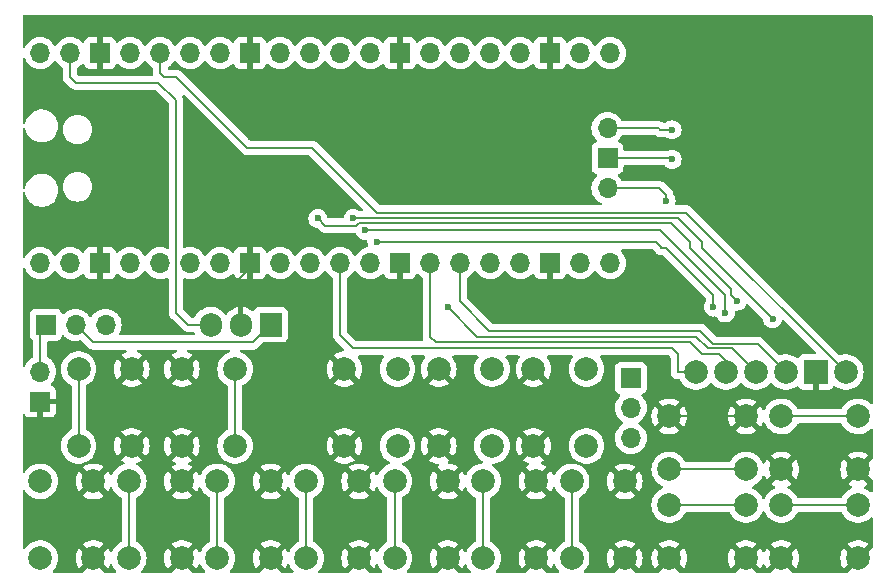
<source format=gbl>
G04 #@! TF.GenerationSoftware,KiCad,Pcbnew,8.0.6*
G04 #@! TF.CreationDate,2024-11-03T10:51:14+01:00*
G04 #@! TF.ProjectId,pico_piano,7069636f-5f70-4696-916e-6f2e6b696361,rev?*
G04 #@! TF.SameCoordinates,Original*
G04 #@! TF.FileFunction,Copper,L2,Bot*
G04 #@! TF.FilePolarity,Positive*
%FSLAX46Y46*%
G04 Gerber Fmt 4.6, Leading zero omitted, Abs format (unit mm)*
G04 Created by KiCad (PCBNEW 8.0.6) date 2024-11-03 10:51:14*
%MOMM*%
%LPD*%
G01*
G04 APERTURE LIST*
G04 #@! TA.AperFunction,ComponentPad*
%ADD10C,2.000000*%
G04 #@! TD*
G04 #@! TA.AperFunction,ComponentPad*
%ADD11R,1.700000X1.700000*%
G04 #@! TD*
G04 #@! TA.AperFunction,ComponentPad*
%ADD12O,1.700000X1.700000*%
G04 #@! TD*
G04 #@! TA.AperFunction,ComponentPad*
%ADD13R,2.000000X2.000000*%
G04 #@! TD*
G04 #@! TA.AperFunction,ComponentPad*
%ADD14R,1.905000X2.000000*%
G04 #@! TD*
G04 #@! TA.AperFunction,ComponentPad*
%ADD15O,1.905000X2.000000*%
G04 #@! TD*
G04 #@! TA.AperFunction,ViaPad*
%ADD16C,0.600000*%
G04 #@! TD*
G04 #@! TA.AperFunction,Conductor*
%ADD17C,0.200000*%
G04 #@! TD*
G04 APERTURE END LIST*
D10*
X167250000Y-65750000D03*
X173750000Y-65750000D03*
X167250000Y-70250000D03*
X173750000Y-70250000D03*
X142000000Y-77750000D03*
X142000000Y-71250000D03*
X146500000Y-77750000D03*
X146500000Y-71250000D03*
X130250000Y-68250000D03*
X130250000Y-61750000D03*
X134750000Y-68250000D03*
X134750000Y-61750000D03*
X138250000Y-68250000D03*
X138250000Y-61750000D03*
X142750000Y-68250000D03*
X142750000Y-61750000D03*
D11*
X154500000Y-62500000D03*
D12*
X154500000Y-65040000D03*
X154500000Y-67580000D03*
D10*
X104500000Y-77750000D03*
X104500000Y-71250000D03*
X109000000Y-77750000D03*
X109000000Y-71250000D03*
X149500000Y-77750000D03*
X149500000Y-71250000D03*
X154000000Y-77750000D03*
X154000000Y-71250000D03*
X134500000Y-77750000D03*
X134500000Y-71250000D03*
X139000000Y-77750000D03*
X139000000Y-71250000D03*
X164250000Y-70250000D03*
X157750000Y-70250000D03*
X164250000Y-65750000D03*
X157750000Y-65750000D03*
X146250000Y-68250000D03*
X146250000Y-61750000D03*
X150750000Y-68250000D03*
X150750000Y-61750000D03*
X112250000Y-61750000D03*
X112250000Y-68250000D03*
X107750000Y-61750000D03*
X107750000Y-68250000D03*
D11*
X104960000Y-58000000D03*
D12*
X107500000Y-58000000D03*
X110040000Y-58000000D03*
D10*
X119500000Y-77750000D03*
X119500000Y-71250000D03*
X124000000Y-77750000D03*
X124000000Y-71250000D03*
X127000000Y-77750000D03*
X127000000Y-71250000D03*
X131500000Y-77750000D03*
X131500000Y-71250000D03*
X112000000Y-77750000D03*
X112000000Y-71250000D03*
X116500000Y-77750000D03*
X116500000Y-71250000D03*
D12*
X104500000Y-52780000D03*
X107040000Y-52780000D03*
D11*
X109580000Y-52780000D03*
D12*
X112120000Y-52780000D03*
X114660000Y-52780000D03*
X117200000Y-52780000D03*
X119740000Y-52780000D03*
D11*
X122280000Y-52780000D03*
D12*
X124820000Y-52780000D03*
X127360000Y-52780000D03*
X129900000Y-52780000D03*
X132440000Y-52780000D03*
D11*
X134980000Y-52780000D03*
D12*
X137520000Y-52780000D03*
X140060000Y-52780000D03*
X142600000Y-52780000D03*
X145140000Y-52780000D03*
D11*
X147680000Y-52780000D03*
D12*
X150220000Y-52780000D03*
X152760000Y-52780000D03*
X152760000Y-35000000D03*
X150220000Y-35000000D03*
D11*
X147680000Y-35000000D03*
D12*
X145140000Y-35000000D03*
X142600000Y-35000000D03*
X140060000Y-35000000D03*
X137520000Y-35000000D03*
D11*
X134980000Y-35000000D03*
D12*
X132440000Y-35000000D03*
X129900000Y-35000000D03*
X127360000Y-35000000D03*
X124820000Y-35000000D03*
D11*
X122280000Y-35000000D03*
D12*
X119740000Y-35000000D03*
X117200000Y-35000000D03*
X114660000Y-35000000D03*
X112120000Y-35000000D03*
D11*
X109580000Y-35000000D03*
D12*
X107040000Y-35000000D03*
X104500000Y-35000000D03*
X152530000Y-46430000D03*
D11*
X152530000Y-43890000D03*
D12*
X152530000Y-41350000D03*
D10*
X116500000Y-68250000D03*
X116500000Y-61750000D03*
X121000000Y-68250000D03*
X121000000Y-61750000D03*
X157750000Y-73250000D03*
X164250000Y-73250000D03*
X157750000Y-77750000D03*
X164250000Y-77750000D03*
X160015000Y-62000000D03*
X162555000Y-62000000D03*
X165095000Y-62000000D03*
X167635000Y-62000000D03*
D13*
X170175000Y-62000000D03*
D10*
X172715000Y-62000000D03*
D14*
X124000000Y-58000000D03*
D15*
X121460000Y-58000000D03*
X118920000Y-58000000D03*
D11*
X104500000Y-64500000D03*
D12*
X104500000Y-61960000D03*
D10*
X167250000Y-73250000D03*
X173750000Y-73250000D03*
X167250000Y-77750000D03*
X173750000Y-77750000D03*
D16*
X166500000Y-57500000D03*
X158000000Y-41500000D03*
X158000000Y-44000000D03*
X157500000Y-47500000D03*
X161500000Y-56500000D03*
X162500000Y-57000000D03*
X163500000Y-56000000D03*
X139000000Y-56500000D03*
X128000000Y-49000000D03*
X131000000Y-49000000D03*
X132000000Y-50000000D03*
X133000000Y-51000000D03*
D17*
X122280000Y-53220000D02*
X121250000Y-54250000D01*
X121460000Y-54960000D02*
X121460000Y-58000000D01*
X122280000Y-52780000D02*
X122280000Y-53220000D01*
X121250000Y-54250000D02*
X121250000Y-54750000D01*
X121250000Y-54750000D02*
X121460000Y-54960000D01*
X157750000Y-65750000D02*
X164250000Y-65750000D01*
X164500000Y-55500000D02*
X166500000Y-57500000D01*
X157000000Y-41500000D02*
X156850000Y-41350000D01*
X158000000Y-41500000D02*
X157000000Y-41500000D01*
X156850000Y-41350000D02*
X152530000Y-41350000D01*
X157890000Y-43890000D02*
X152530000Y-43890000D01*
X158000000Y-44000000D02*
X157890000Y-43890000D01*
X156930000Y-46430000D02*
X152530000Y-46430000D01*
X157500000Y-47500000D02*
X157500000Y-47000000D01*
X157500000Y-47000000D02*
X156930000Y-46430000D01*
X161500000Y-55500000D02*
X161500000Y-56500000D01*
X157050000Y-51450000D02*
X157100000Y-51500000D01*
X156600000Y-51000000D02*
X157050000Y-51450000D01*
X157100000Y-51500000D02*
X157500000Y-51500000D01*
X157500000Y-51500000D02*
X161500000Y-55500000D01*
X162500000Y-55500000D02*
X162500000Y-57000000D01*
X158000000Y-51000000D02*
X162500000Y-55500000D01*
X159500000Y-51500000D02*
X163000000Y-55000000D01*
X159500000Y-51000000D02*
X159500000Y-51500000D01*
X163000000Y-55000000D02*
X163000000Y-55500000D01*
X163000000Y-55500000D02*
X163500000Y-56000000D01*
X160015000Y-62000000D02*
X158500000Y-62000000D01*
X129900000Y-58900000D02*
X129900000Y-52780000D01*
X158500000Y-62000000D02*
X158500000Y-60500000D01*
X158500000Y-60500000D02*
X158000000Y-60000000D01*
X158000000Y-60000000D02*
X131000000Y-60000000D01*
X131000000Y-60000000D02*
X129900000Y-58900000D01*
X162555000Y-62000000D02*
X162555000Y-61055000D01*
X162555000Y-61055000D02*
X162000000Y-60500000D01*
X160500000Y-60500000D02*
X159500000Y-59500000D01*
X162000000Y-60500000D02*
X160500000Y-60500000D01*
X159500000Y-59500000D02*
X138000000Y-59500000D01*
X138000000Y-59500000D02*
X137500000Y-59000000D01*
X137500000Y-59000000D02*
X137520000Y-58980000D01*
X137520000Y-58980000D02*
X137520000Y-52780000D01*
X165095000Y-62000000D02*
X163095000Y-60000000D01*
X141500000Y-59000000D02*
X139000000Y-56500000D01*
X163095000Y-60000000D02*
X161000000Y-60000000D01*
X161000000Y-60000000D02*
X160000000Y-59000000D01*
X160000000Y-59000000D02*
X141500000Y-59000000D01*
X167635000Y-62000000D02*
X165235000Y-59600000D01*
X140000000Y-55000000D02*
X140060000Y-54940000D01*
X165235000Y-59600000D02*
X161500000Y-59600000D01*
X161500000Y-59600000D02*
X160400000Y-58500000D01*
X160400000Y-58500000D02*
X142500000Y-58500000D01*
X142500000Y-58500000D02*
X140000000Y-56000000D01*
X140000000Y-56000000D02*
X140000000Y-55000000D01*
X140060000Y-54940000D02*
X140060000Y-52780000D01*
X160500000Y-51000000D02*
X160500000Y-51500000D01*
X160500000Y-51500000D02*
X164500000Y-55500000D01*
X172715000Y-62000000D02*
X159215000Y-48500000D01*
X159215000Y-48500000D02*
X133000000Y-48500000D01*
X133000000Y-48500000D02*
X127500000Y-43000000D01*
X127500000Y-43000000D02*
X122000000Y-43000000D01*
X122000000Y-43000000D02*
X116000000Y-37000000D01*
X116000000Y-37000000D02*
X115000000Y-37000000D01*
X115000000Y-37000000D02*
X114660000Y-36660000D01*
X114660000Y-36660000D02*
X114660000Y-35000000D01*
X131000000Y-49000000D02*
X158500000Y-49000000D01*
X158500000Y-49000000D02*
X160500000Y-51000000D01*
X153500000Y-51000000D02*
X156600000Y-51000000D01*
X154500000Y-50000000D02*
X156500000Y-50000000D01*
X156500000Y-50000000D02*
X157000000Y-50000000D01*
X157000000Y-50000000D02*
X158000000Y-51000000D01*
X157900000Y-49400000D02*
X159500000Y-51000000D01*
X154465686Y-49400000D02*
X157900000Y-49400000D01*
X131448529Y-49400000D02*
X131248529Y-49600000D01*
X131248529Y-49600000D02*
X128600000Y-49600000D01*
X128600000Y-49600000D02*
X128000000Y-49000000D01*
X131448529Y-49400000D02*
X154465686Y-49400000D01*
X132000000Y-50000000D02*
X154500000Y-50000000D01*
X133000000Y-51000000D02*
X153500000Y-51000000D01*
X104500000Y-61960000D02*
X104500000Y-58460000D01*
X104500000Y-58460000D02*
X104960000Y-58000000D01*
X142000000Y-77750000D02*
X142000000Y-71250000D01*
X149500000Y-77750000D02*
X149500000Y-71250000D01*
X107750000Y-68250000D02*
X107750000Y-61750000D01*
X112000000Y-77750000D02*
X112000000Y-71250000D01*
X121000000Y-68250000D02*
X121000000Y-61750000D01*
X119500000Y-77750000D02*
X119500000Y-71250000D01*
X127000000Y-77750000D02*
X127000000Y-71250000D01*
X134500000Y-77750000D02*
X134500000Y-71250000D01*
X122500000Y-59500000D02*
X124000000Y-58000000D01*
X109000000Y-59500000D02*
X122500000Y-59500000D01*
X107500000Y-58000000D02*
X109000000Y-59500000D01*
X107500000Y-37500000D02*
X107000000Y-37000000D01*
X116000000Y-57000000D02*
X116000000Y-39000000D01*
X116000000Y-39000000D02*
X114500000Y-37500000D01*
X107040000Y-36460000D02*
X107040000Y-35000000D01*
X117000000Y-58000000D02*
X116000000Y-57000000D01*
X114500000Y-37500000D02*
X107500000Y-37500000D01*
X118920000Y-58000000D02*
X117000000Y-58000000D01*
X107000000Y-37000000D02*
X107000000Y-36500000D01*
X107000000Y-36500000D02*
X107040000Y-36460000D01*
X164250000Y-70250000D02*
X157750000Y-70250000D01*
X167250000Y-65750000D02*
X173750000Y-65750000D01*
X157750000Y-73250000D02*
X164250000Y-73250000D01*
X167250000Y-73250000D02*
X173750000Y-73250000D01*
G04 #@! TA.AperFunction,Conductor*
G36*
X174942539Y-31770185D02*
G01*
X174988294Y-31822989D01*
X174999500Y-31874500D01*
X174999500Y-64574059D01*
X174979815Y-64641098D01*
X174927011Y-64686853D01*
X174857853Y-64696797D01*
X174794297Y-64667772D01*
X174784271Y-64658042D01*
X174769747Y-64642265D01*
X174769744Y-64642262D01*
X174768248Y-64641098D01*
X174573509Y-64489526D01*
X174573507Y-64489525D01*
X174573506Y-64489524D01*
X174354811Y-64371172D01*
X174354802Y-64371169D01*
X174119616Y-64290429D01*
X173874335Y-64249500D01*
X173625665Y-64249500D01*
X173380383Y-64290429D01*
X173145197Y-64371169D01*
X173145188Y-64371172D01*
X172926493Y-64489524D01*
X172730257Y-64642261D01*
X172561833Y-64825217D01*
X172425827Y-65033391D01*
X172407440Y-65075311D01*
X172362483Y-65128796D01*
X172295747Y-65149486D01*
X172293884Y-65149500D01*
X168706116Y-65149500D01*
X168639077Y-65129815D01*
X168593322Y-65077011D01*
X168592560Y-65075311D01*
X168574172Y-65033391D01*
X168438166Y-64825217D01*
X168416557Y-64801744D01*
X168269744Y-64642262D01*
X168073509Y-64489526D01*
X168073507Y-64489525D01*
X168073506Y-64489524D01*
X167854811Y-64371172D01*
X167854802Y-64371169D01*
X167619616Y-64290429D01*
X167374335Y-64249500D01*
X167125665Y-64249500D01*
X166880383Y-64290429D01*
X166645197Y-64371169D01*
X166645188Y-64371172D01*
X166426493Y-64489524D01*
X166230257Y-64642261D01*
X166061833Y-64825217D01*
X165925827Y-65033391D01*
X165863282Y-65175979D01*
X165818325Y-65229464D01*
X165751589Y-65250154D01*
X165684261Y-65231479D01*
X165637718Y-65179368D01*
X165636170Y-65175978D01*
X165573731Y-65033630D01*
X165473434Y-64880116D01*
X164773787Y-65579764D01*
X164762518Y-65537708D01*
X164690110Y-65412292D01*
X164587708Y-65309890D01*
X164462292Y-65237482D01*
X164420235Y-65226212D01*
X165120057Y-64526390D01*
X165120056Y-64526389D01*
X165073229Y-64489943D01*
X164854614Y-64371635D01*
X164854603Y-64371630D01*
X164619493Y-64290916D01*
X164374293Y-64250000D01*
X164125707Y-64250000D01*
X163880506Y-64290916D01*
X163645396Y-64371630D01*
X163645390Y-64371632D01*
X163426761Y-64489949D01*
X163379942Y-64526388D01*
X163379942Y-64526390D01*
X164079765Y-65226212D01*
X164037708Y-65237482D01*
X163912292Y-65309890D01*
X163809890Y-65412292D01*
X163737482Y-65537708D01*
X163726212Y-65579764D01*
X163026564Y-64880116D01*
X162926267Y-65033632D01*
X162826412Y-65261282D01*
X162765387Y-65502261D01*
X162765385Y-65502270D01*
X162744859Y-65749994D01*
X162744859Y-65750005D01*
X162765385Y-65997729D01*
X162765387Y-65997738D01*
X162826412Y-66238717D01*
X162926266Y-66466364D01*
X163026564Y-66619882D01*
X163726212Y-65920234D01*
X163737482Y-65962292D01*
X163809890Y-66087708D01*
X163912292Y-66190110D01*
X164037708Y-66262518D01*
X164079765Y-66273787D01*
X163379942Y-66973609D01*
X163426768Y-67010055D01*
X163426770Y-67010056D01*
X163645385Y-67128364D01*
X163645396Y-67128369D01*
X163880506Y-67209083D01*
X164125707Y-67250000D01*
X164374293Y-67250000D01*
X164619493Y-67209083D01*
X164854603Y-67128369D01*
X164854614Y-67128364D01*
X165073228Y-67010057D01*
X165073231Y-67010055D01*
X165120056Y-66973609D01*
X164420234Y-66273787D01*
X164462292Y-66262518D01*
X164587708Y-66190110D01*
X164690110Y-66087708D01*
X164762518Y-65962292D01*
X164773787Y-65920235D01*
X165473434Y-66619882D01*
X165573732Y-66466367D01*
X165636170Y-66324022D01*
X165681125Y-66270536D01*
X165747861Y-66249845D01*
X165815189Y-66268519D01*
X165861733Y-66320629D01*
X165863282Y-66324020D01*
X165925827Y-66466608D01*
X166061833Y-66674782D01*
X166061836Y-66674785D01*
X166230256Y-66857738D01*
X166426491Y-67010474D01*
X166455899Y-67026389D01*
X166644332Y-67128364D01*
X166645190Y-67128828D01*
X166864141Y-67203994D01*
X166878964Y-67209083D01*
X166880386Y-67209571D01*
X167125665Y-67250500D01*
X167374335Y-67250500D01*
X167619614Y-67209571D01*
X167854810Y-67128828D01*
X168073509Y-67010474D01*
X168269744Y-66857738D01*
X168438164Y-66674785D01*
X168574173Y-66466607D01*
X168592560Y-66424689D01*
X168637517Y-66371204D01*
X168704253Y-66350514D01*
X168706116Y-66350500D01*
X172293884Y-66350500D01*
X172360923Y-66370185D01*
X172406678Y-66422989D01*
X172407440Y-66424689D01*
X172425827Y-66466608D01*
X172561833Y-66674782D01*
X172561836Y-66674785D01*
X172730256Y-66857738D01*
X172926491Y-67010474D01*
X172955899Y-67026389D01*
X173144332Y-67128364D01*
X173145190Y-67128828D01*
X173364141Y-67203994D01*
X173378964Y-67209083D01*
X173380386Y-67209571D01*
X173625665Y-67250500D01*
X173874335Y-67250500D01*
X174119614Y-67209571D01*
X174354810Y-67128828D01*
X174573509Y-67010474D01*
X174769744Y-66857738D01*
X174784270Y-66841958D01*
X174844155Y-66805967D01*
X174913993Y-66808066D01*
X174971610Y-66847589D01*
X174998713Y-66911988D01*
X174999500Y-66925940D01*
X174999500Y-69302690D01*
X174979815Y-69369729D01*
X174963181Y-69390371D01*
X174273787Y-70079764D01*
X174262518Y-70037708D01*
X174190110Y-69912292D01*
X174087708Y-69809890D01*
X173962292Y-69737482D01*
X173920235Y-69726212D01*
X174620057Y-69026390D01*
X174620056Y-69026389D01*
X174573229Y-68989943D01*
X174354614Y-68871635D01*
X174354603Y-68871630D01*
X174119493Y-68790916D01*
X173874293Y-68750000D01*
X173625707Y-68750000D01*
X173380506Y-68790916D01*
X173145396Y-68871630D01*
X173145390Y-68871632D01*
X172926761Y-68989949D01*
X172879942Y-69026388D01*
X172879942Y-69026390D01*
X173579765Y-69726212D01*
X173537708Y-69737482D01*
X173412292Y-69809890D01*
X173309890Y-69912292D01*
X173237482Y-70037708D01*
X173226212Y-70079764D01*
X172526564Y-69380116D01*
X172426267Y-69533632D01*
X172326412Y-69761282D01*
X172265387Y-70002261D01*
X172265385Y-70002270D01*
X172244859Y-70249994D01*
X172244859Y-70250005D01*
X172265385Y-70497729D01*
X172265387Y-70497738D01*
X172326412Y-70738717D01*
X172426266Y-70966364D01*
X172526564Y-71119882D01*
X173226212Y-70420234D01*
X173237482Y-70462292D01*
X173309890Y-70587708D01*
X173412292Y-70690110D01*
X173537708Y-70762518D01*
X173579765Y-70773787D01*
X172879942Y-71473609D01*
X172926768Y-71510055D01*
X172926770Y-71510056D01*
X173145385Y-71628364D01*
X173145396Y-71628369D01*
X173157294Y-71632454D01*
X173214309Y-71672839D01*
X173240440Y-71737639D01*
X173227389Y-71806279D01*
X173179300Y-71856967D01*
X173157296Y-71867016D01*
X173145191Y-71871171D01*
X173145188Y-71871172D01*
X172926493Y-71989524D01*
X172730257Y-72142261D01*
X172561833Y-72325217D01*
X172425827Y-72533391D01*
X172407440Y-72575311D01*
X172362483Y-72628796D01*
X172295747Y-72649486D01*
X172293884Y-72649500D01*
X168706116Y-72649500D01*
X168639077Y-72629815D01*
X168593322Y-72577011D01*
X168592560Y-72575311D01*
X168574172Y-72533391D01*
X168438166Y-72325217D01*
X168416557Y-72301744D01*
X168269744Y-72142262D01*
X168073509Y-71989526D01*
X168073507Y-71989525D01*
X168073506Y-71989524D01*
X167854811Y-71871172D01*
X167854802Y-71871169D01*
X167842705Y-71867016D01*
X167785690Y-71826631D01*
X167759559Y-71761831D01*
X167772610Y-71693191D01*
X167820699Y-71642504D01*
X167842707Y-71632453D01*
X167854608Y-71628367D01*
X167854614Y-71628364D01*
X168073228Y-71510057D01*
X168073231Y-71510055D01*
X168120056Y-71473609D01*
X167420234Y-70773787D01*
X167462292Y-70762518D01*
X167587708Y-70690110D01*
X167690110Y-70587708D01*
X167762518Y-70462292D01*
X167773787Y-70420235D01*
X168473434Y-71119882D01*
X168573731Y-70966369D01*
X168673587Y-70738717D01*
X168734612Y-70497738D01*
X168734614Y-70497729D01*
X168755141Y-70250005D01*
X168755141Y-70249994D01*
X168734614Y-70002270D01*
X168734612Y-70002261D01*
X168673587Y-69761282D01*
X168573731Y-69533630D01*
X168473434Y-69380116D01*
X167773787Y-70079764D01*
X167762518Y-70037708D01*
X167690110Y-69912292D01*
X167587708Y-69809890D01*
X167462292Y-69737482D01*
X167420235Y-69726212D01*
X168120057Y-69026390D01*
X168120056Y-69026389D01*
X168073229Y-68989943D01*
X167854614Y-68871635D01*
X167854603Y-68871630D01*
X167619493Y-68790916D01*
X167374293Y-68750000D01*
X167125707Y-68750000D01*
X166880506Y-68790916D01*
X166645396Y-68871630D01*
X166645390Y-68871632D01*
X166426761Y-68989949D01*
X166379942Y-69026388D01*
X166379942Y-69026390D01*
X167079765Y-69726212D01*
X167037708Y-69737482D01*
X166912292Y-69809890D01*
X166809890Y-69912292D01*
X166737482Y-70037708D01*
X166726212Y-70079764D01*
X166026564Y-69380116D01*
X165926267Y-69533632D01*
X165863829Y-69675978D01*
X165818873Y-69729464D01*
X165752137Y-69750154D01*
X165684809Y-69731479D01*
X165638266Y-69679369D01*
X165636717Y-69675978D01*
X165574173Y-69533393D01*
X165438166Y-69325217D01*
X165416557Y-69301744D01*
X165269744Y-69142262D01*
X165073509Y-68989526D01*
X165073507Y-68989525D01*
X165073506Y-68989524D01*
X164854811Y-68871172D01*
X164854802Y-68871169D01*
X164619616Y-68790429D01*
X164374335Y-68749500D01*
X164125665Y-68749500D01*
X163880383Y-68790429D01*
X163645197Y-68871169D01*
X163645188Y-68871172D01*
X163426493Y-68989524D01*
X163230257Y-69142261D01*
X163061833Y-69325217D01*
X162925827Y-69533391D01*
X162907440Y-69575311D01*
X162862483Y-69628796D01*
X162795747Y-69649486D01*
X162793884Y-69649500D01*
X159206116Y-69649500D01*
X159139077Y-69629815D01*
X159093322Y-69577011D01*
X159092560Y-69575311D01*
X159074172Y-69533391D01*
X158938166Y-69325217D01*
X158916557Y-69301744D01*
X158769744Y-69142262D01*
X158573509Y-68989526D01*
X158573507Y-68989525D01*
X158573506Y-68989524D01*
X158354811Y-68871172D01*
X158354802Y-68871169D01*
X158119616Y-68790429D01*
X157874335Y-68749500D01*
X157625665Y-68749500D01*
X157380383Y-68790429D01*
X157145197Y-68871169D01*
X157145188Y-68871172D01*
X156926493Y-68989524D01*
X156730257Y-69142261D01*
X156561833Y-69325217D01*
X156425826Y-69533393D01*
X156325936Y-69761118D01*
X156264892Y-70002175D01*
X156264890Y-70002187D01*
X156244357Y-70249994D01*
X156244357Y-70250005D01*
X156264890Y-70497812D01*
X156264892Y-70497824D01*
X156325936Y-70738881D01*
X156425826Y-70966606D01*
X156561833Y-71174782D01*
X156561836Y-71174785D01*
X156730256Y-71357738D01*
X156926491Y-71510474D01*
X156926493Y-71510475D01*
X157144332Y-71628364D01*
X157145190Y-71628828D01*
X157155682Y-71632430D01*
X157156524Y-71632719D01*
X157213539Y-71673106D01*
X157239668Y-71737906D01*
X157226615Y-71806546D01*
X157178526Y-71857233D01*
X157156524Y-71867281D01*
X157145191Y-71871171D01*
X157145188Y-71871172D01*
X156926493Y-71989524D01*
X156730257Y-72142261D01*
X156561833Y-72325217D01*
X156425826Y-72533393D01*
X156325936Y-72761118D01*
X156264892Y-73002175D01*
X156264890Y-73002187D01*
X156244357Y-73249994D01*
X156244357Y-73250005D01*
X156264890Y-73497812D01*
X156264892Y-73497824D01*
X156325936Y-73738881D01*
X156425826Y-73966606D01*
X156561833Y-74174782D01*
X156561836Y-74174785D01*
X156730256Y-74357738D01*
X156926491Y-74510474D01*
X157145190Y-74628828D01*
X157380386Y-74709571D01*
X157625665Y-74750500D01*
X157874335Y-74750500D01*
X158119614Y-74709571D01*
X158354810Y-74628828D01*
X158573509Y-74510474D01*
X158769744Y-74357738D01*
X158938164Y-74174785D01*
X159074173Y-73966607D01*
X159092560Y-73924689D01*
X159137517Y-73871204D01*
X159204253Y-73850514D01*
X159206116Y-73850500D01*
X162793884Y-73850500D01*
X162860923Y-73870185D01*
X162906678Y-73922989D01*
X162907440Y-73924689D01*
X162925827Y-73966608D01*
X163061833Y-74174782D01*
X163061836Y-74174785D01*
X163230256Y-74357738D01*
X163426491Y-74510474D01*
X163645190Y-74628828D01*
X163880386Y-74709571D01*
X164125665Y-74750500D01*
X164374335Y-74750500D01*
X164619614Y-74709571D01*
X164854810Y-74628828D01*
X165073509Y-74510474D01*
X165269744Y-74357738D01*
X165438164Y-74174785D01*
X165574173Y-73966607D01*
X165636444Y-73824644D01*
X165681400Y-73771158D01*
X165748136Y-73750468D01*
X165815464Y-73769143D01*
X165862007Y-73821253D01*
X165863556Y-73824644D01*
X165925826Y-73966606D01*
X166061833Y-74174782D01*
X166061836Y-74174785D01*
X166230256Y-74357738D01*
X166426491Y-74510474D01*
X166645190Y-74628828D01*
X166880386Y-74709571D01*
X167125665Y-74750500D01*
X167374335Y-74750500D01*
X167619614Y-74709571D01*
X167854810Y-74628828D01*
X168073509Y-74510474D01*
X168269744Y-74357738D01*
X168438164Y-74174785D01*
X168574173Y-73966607D01*
X168592560Y-73924689D01*
X168637517Y-73871204D01*
X168704253Y-73850514D01*
X168706116Y-73850500D01*
X172293884Y-73850500D01*
X172360923Y-73870185D01*
X172406678Y-73922989D01*
X172407440Y-73924689D01*
X172425827Y-73966608D01*
X172561833Y-74174782D01*
X172561836Y-74174785D01*
X172730256Y-74357738D01*
X172926491Y-74510474D01*
X173145190Y-74628828D01*
X173380386Y-74709571D01*
X173625665Y-74750500D01*
X173874335Y-74750500D01*
X174119614Y-74709571D01*
X174354810Y-74628828D01*
X174573509Y-74510474D01*
X174769744Y-74357738D01*
X174784270Y-74341958D01*
X174844155Y-74305967D01*
X174913993Y-74308066D01*
X174971610Y-74347589D01*
X174998713Y-74411988D01*
X174999500Y-74425940D01*
X174999500Y-76802690D01*
X174979815Y-76869729D01*
X174963181Y-76890371D01*
X174273787Y-77579765D01*
X174262518Y-77537708D01*
X174190110Y-77412292D01*
X174087708Y-77309890D01*
X173962292Y-77237482D01*
X173920235Y-77226212D01*
X174620057Y-76526390D01*
X174620056Y-76526389D01*
X174573229Y-76489943D01*
X174354614Y-76371635D01*
X174354603Y-76371630D01*
X174119493Y-76290916D01*
X173874293Y-76250000D01*
X173625707Y-76250000D01*
X173380506Y-76290916D01*
X173145396Y-76371630D01*
X173145390Y-76371632D01*
X172926761Y-76489949D01*
X172879942Y-76526388D01*
X172879942Y-76526390D01*
X173579765Y-77226212D01*
X173537708Y-77237482D01*
X173412292Y-77309890D01*
X173309890Y-77412292D01*
X173237482Y-77537708D01*
X173226212Y-77579764D01*
X172526564Y-76880116D01*
X172426267Y-77033632D01*
X172326412Y-77261282D01*
X172265387Y-77502261D01*
X172265385Y-77502270D01*
X172244859Y-77749994D01*
X172244859Y-77750005D01*
X172265385Y-77997729D01*
X172265387Y-77997738D01*
X172326412Y-78238717D01*
X172426266Y-78466364D01*
X172526564Y-78619882D01*
X173226212Y-77920234D01*
X173237482Y-77962292D01*
X173309890Y-78087708D01*
X173412292Y-78190110D01*
X173537708Y-78262518D01*
X173579765Y-78273787D01*
X172890371Y-78963181D01*
X172829048Y-78996666D01*
X172802690Y-78999500D01*
X168197309Y-78999500D01*
X168130270Y-78979815D01*
X168109628Y-78963181D01*
X167420234Y-78273787D01*
X167462292Y-78262518D01*
X167587708Y-78190110D01*
X167690110Y-78087708D01*
X167762518Y-77962292D01*
X167773787Y-77920235D01*
X168473434Y-78619882D01*
X168573731Y-78466369D01*
X168673587Y-78238717D01*
X168734612Y-77997738D01*
X168734614Y-77997729D01*
X168755141Y-77750005D01*
X168755141Y-77749994D01*
X168734614Y-77502270D01*
X168734612Y-77502261D01*
X168673587Y-77261282D01*
X168573731Y-77033630D01*
X168473434Y-76880116D01*
X167773787Y-77579764D01*
X167762518Y-77537708D01*
X167690110Y-77412292D01*
X167587708Y-77309890D01*
X167462292Y-77237482D01*
X167420235Y-77226212D01*
X168120057Y-76526390D01*
X168120056Y-76526389D01*
X168073229Y-76489943D01*
X167854614Y-76371635D01*
X167854603Y-76371630D01*
X167619493Y-76290916D01*
X167374293Y-76250000D01*
X167125707Y-76250000D01*
X166880506Y-76290916D01*
X166645396Y-76371630D01*
X166645390Y-76371632D01*
X166426761Y-76489949D01*
X166379942Y-76526388D01*
X166379942Y-76526390D01*
X167079765Y-77226212D01*
X167037708Y-77237482D01*
X166912292Y-77309890D01*
X166809890Y-77412292D01*
X166737482Y-77537708D01*
X166726212Y-77579764D01*
X166026564Y-76880116D01*
X165926267Y-77033632D01*
X165863556Y-77176601D01*
X165818600Y-77230087D01*
X165751864Y-77250777D01*
X165684536Y-77232102D01*
X165637993Y-77179992D01*
X165636444Y-77176601D01*
X165573731Y-77033630D01*
X165473434Y-76880116D01*
X164773787Y-77579764D01*
X164762518Y-77537708D01*
X164690110Y-77412292D01*
X164587708Y-77309890D01*
X164462292Y-77237482D01*
X164420235Y-77226212D01*
X165120057Y-76526390D01*
X165120056Y-76526389D01*
X165073229Y-76489943D01*
X164854614Y-76371635D01*
X164854603Y-76371630D01*
X164619493Y-76290916D01*
X164374293Y-76250000D01*
X164125707Y-76250000D01*
X163880506Y-76290916D01*
X163645396Y-76371630D01*
X163645390Y-76371632D01*
X163426761Y-76489949D01*
X163379942Y-76526388D01*
X163379942Y-76526390D01*
X164079765Y-77226212D01*
X164037708Y-77237482D01*
X163912292Y-77309890D01*
X163809890Y-77412292D01*
X163737482Y-77537708D01*
X163726212Y-77579764D01*
X163026564Y-76880116D01*
X162926267Y-77033632D01*
X162826412Y-77261282D01*
X162765387Y-77502261D01*
X162765385Y-77502270D01*
X162744859Y-77749994D01*
X162744859Y-77750005D01*
X162765385Y-77997729D01*
X162765387Y-77997738D01*
X162826412Y-78238717D01*
X162926266Y-78466364D01*
X163026564Y-78619882D01*
X163726212Y-77920234D01*
X163737482Y-77962292D01*
X163809890Y-78087708D01*
X163912292Y-78190110D01*
X164037708Y-78262518D01*
X164079765Y-78273787D01*
X163390371Y-78963181D01*
X163329048Y-78996666D01*
X163302690Y-78999500D01*
X158697309Y-78999500D01*
X158630270Y-78979815D01*
X158609628Y-78963181D01*
X157920234Y-78273787D01*
X157962292Y-78262518D01*
X158087708Y-78190110D01*
X158190110Y-78087708D01*
X158262518Y-77962292D01*
X158273787Y-77920235D01*
X158973434Y-78619882D01*
X159073731Y-78466369D01*
X159173587Y-78238717D01*
X159234612Y-77997738D01*
X159234614Y-77997729D01*
X159255141Y-77750005D01*
X159255141Y-77749994D01*
X159234614Y-77502270D01*
X159234612Y-77502261D01*
X159173587Y-77261282D01*
X159073731Y-77033630D01*
X158973434Y-76880116D01*
X158273787Y-77579764D01*
X158262518Y-77537708D01*
X158190110Y-77412292D01*
X158087708Y-77309890D01*
X157962292Y-77237482D01*
X157920235Y-77226212D01*
X158620057Y-76526390D01*
X158620056Y-76526389D01*
X158573229Y-76489943D01*
X158354614Y-76371635D01*
X158354603Y-76371630D01*
X158119493Y-76290916D01*
X157874293Y-76250000D01*
X157625707Y-76250000D01*
X157380506Y-76290916D01*
X157145396Y-76371630D01*
X157145390Y-76371632D01*
X156926761Y-76489949D01*
X156879942Y-76526388D01*
X156879942Y-76526390D01*
X157579765Y-77226212D01*
X157537708Y-77237482D01*
X157412292Y-77309890D01*
X157309890Y-77412292D01*
X157237482Y-77537708D01*
X157226212Y-77579764D01*
X156526564Y-76880116D01*
X156426267Y-77033632D01*
X156326412Y-77261282D01*
X156265387Y-77502261D01*
X156265385Y-77502270D01*
X156244859Y-77749994D01*
X156244859Y-77750005D01*
X156265385Y-77997729D01*
X156265387Y-77997738D01*
X156326412Y-78238717D01*
X156426266Y-78466364D01*
X156526564Y-78619882D01*
X157226212Y-77920234D01*
X157237482Y-77962292D01*
X157309890Y-78087708D01*
X157412292Y-78190110D01*
X157537708Y-78262518D01*
X157579765Y-78273787D01*
X156890371Y-78963181D01*
X156829048Y-78996666D01*
X156802690Y-78999500D01*
X154947309Y-78999500D01*
X154880270Y-78979815D01*
X154859628Y-78963181D01*
X154170234Y-78273787D01*
X154212292Y-78262518D01*
X154337708Y-78190110D01*
X154440110Y-78087708D01*
X154512518Y-77962292D01*
X154523787Y-77920235D01*
X155223434Y-78619882D01*
X155323731Y-78466369D01*
X155423587Y-78238717D01*
X155484612Y-77997738D01*
X155484614Y-77997729D01*
X155505141Y-77750005D01*
X155505141Y-77749994D01*
X155484614Y-77502270D01*
X155484612Y-77502261D01*
X155423587Y-77261282D01*
X155323731Y-77033630D01*
X155223434Y-76880116D01*
X154523787Y-77579764D01*
X154512518Y-77537708D01*
X154440110Y-77412292D01*
X154337708Y-77309890D01*
X154212292Y-77237482D01*
X154170235Y-77226212D01*
X154870057Y-76526390D01*
X154870056Y-76526389D01*
X154823229Y-76489943D01*
X154604614Y-76371635D01*
X154604603Y-76371630D01*
X154369493Y-76290916D01*
X154124293Y-76250000D01*
X153875707Y-76250000D01*
X153630506Y-76290916D01*
X153395396Y-76371630D01*
X153395390Y-76371632D01*
X153176761Y-76489949D01*
X153129942Y-76526388D01*
X153129942Y-76526390D01*
X153829765Y-77226212D01*
X153787708Y-77237482D01*
X153662292Y-77309890D01*
X153559890Y-77412292D01*
X153487482Y-77537708D01*
X153476212Y-77579764D01*
X152776564Y-76880116D01*
X152676267Y-77033632D01*
X152576412Y-77261282D01*
X152515387Y-77502261D01*
X152515385Y-77502270D01*
X152494859Y-77749994D01*
X152494859Y-77750005D01*
X152515385Y-77997729D01*
X152515387Y-77997738D01*
X152576412Y-78238717D01*
X152676266Y-78466364D01*
X152776564Y-78619882D01*
X153476212Y-77920234D01*
X153487482Y-77962292D01*
X153559890Y-78087708D01*
X153662292Y-78190110D01*
X153787708Y-78262518D01*
X153829765Y-78273787D01*
X153140371Y-78963181D01*
X153079048Y-78996666D01*
X153052690Y-78999500D01*
X150671934Y-78999500D01*
X150604895Y-78979815D01*
X150559140Y-78927011D01*
X150549196Y-78857853D01*
X150578221Y-78794297D01*
X150580681Y-78791542D01*
X150688164Y-78674785D01*
X150824173Y-78466607D01*
X150924063Y-78238881D01*
X150985108Y-77997821D01*
X151005643Y-77750000D01*
X150985108Y-77502179D01*
X150985107Y-77502175D01*
X150924063Y-77261118D01*
X150824173Y-77033393D01*
X150688166Y-76825217D01*
X150666557Y-76801744D01*
X150519744Y-76642262D01*
X150323509Y-76489526D01*
X150323507Y-76489525D01*
X150323506Y-76489524D01*
X150165482Y-76404006D01*
X150115892Y-76354786D01*
X150100500Y-76294951D01*
X150100500Y-72705048D01*
X150120185Y-72638009D01*
X150165481Y-72595993D01*
X150323509Y-72510474D01*
X150519744Y-72357738D01*
X150688164Y-72174785D01*
X150824173Y-71966607D01*
X150924063Y-71738881D01*
X150985108Y-71497821D01*
X150985116Y-71497729D01*
X151005643Y-71250005D01*
X151005643Y-71249994D01*
X152494859Y-71249994D01*
X152494859Y-71250005D01*
X152515385Y-71497729D01*
X152515387Y-71497738D01*
X152576412Y-71738717D01*
X152676266Y-71966364D01*
X152776564Y-72119882D01*
X153476212Y-71420234D01*
X153487482Y-71462292D01*
X153559890Y-71587708D01*
X153662292Y-71690110D01*
X153787708Y-71762518D01*
X153829765Y-71773787D01*
X153129942Y-72473609D01*
X153176768Y-72510055D01*
X153176770Y-72510056D01*
X153395385Y-72628364D01*
X153395396Y-72628369D01*
X153630506Y-72709083D01*
X153875707Y-72750000D01*
X154124293Y-72750000D01*
X154369493Y-72709083D01*
X154604603Y-72628369D01*
X154604614Y-72628364D01*
X154823228Y-72510057D01*
X154823231Y-72510055D01*
X154870056Y-72473609D01*
X154170234Y-71773787D01*
X154212292Y-71762518D01*
X154337708Y-71690110D01*
X154440110Y-71587708D01*
X154512518Y-71462292D01*
X154523787Y-71420235D01*
X155223434Y-72119882D01*
X155323731Y-71966369D01*
X155423587Y-71738717D01*
X155484612Y-71497738D01*
X155484614Y-71497729D01*
X155505141Y-71250005D01*
X155505141Y-71249994D01*
X155484614Y-71002270D01*
X155484612Y-71002261D01*
X155423587Y-70761282D01*
X155323731Y-70533630D01*
X155223434Y-70380116D01*
X154523787Y-71079764D01*
X154512518Y-71037708D01*
X154440110Y-70912292D01*
X154337708Y-70809890D01*
X154212292Y-70737482D01*
X154170235Y-70726212D01*
X154870057Y-70026390D01*
X154870056Y-70026389D01*
X154823229Y-69989943D01*
X154604614Y-69871635D01*
X154604603Y-69871630D01*
X154369493Y-69790916D01*
X154124293Y-69750000D01*
X153875707Y-69750000D01*
X153630506Y-69790916D01*
X153395396Y-69871630D01*
X153395390Y-69871632D01*
X153176761Y-69989949D01*
X153129942Y-70026388D01*
X153129942Y-70026390D01*
X153829765Y-70726212D01*
X153787708Y-70737482D01*
X153662292Y-70809890D01*
X153559890Y-70912292D01*
X153487482Y-71037708D01*
X153476212Y-71079764D01*
X152776564Y-70380116D01*
X152676267Y-70533632D01*
X152576412Y-70761282D01*
X152515387Y-71002261D01*
X152515385Y-71002270D01*
X152494859Y-71249994D01*
X151005643Y-71249994D01*
X150985109Y-71002187D01*
X150985107Y-71002175D01*
X150924063Y-70761118D01*
X150824173Y-70533393D01*
X150688166Y-70325217D01*
X150618928Y-70250005D01*
X150519744Y-70142262D01*
X150323509Y-69989526D01*
X150323507Y-69989525D01*
X150323506Y-69989524D01*
X150126101Y-69882694D01*
X150087115Y-69843999D01*
X150038977Y-69847624D01*
X150024617Y-69843641D01*
X149869616Y-69790429D01*
X149624335Y-69749500D01*
X149375665Y-69749500D01*
X149130383Y-69790429D01*
X148895197Y-69871169D01*
X148895188Y-69871172D01*
X148676493Y-69989524D01*
X148480257Y-70142261D01*
X148311833Y-70325217D01*
X148175827Y-70533391D01*
X148113282Y-70675979D01*
X148068325Y-70729464D01*
X148001589Y-70750154D01*
X147934261Y-70731479D01*
X147887718Y-70679368D01*
X147886170Y-70675978D01*
X147823731Y-70533630D01*
X147723434Y-70380116D01*
X147023787Y-71079764D01*
X147012518Y-71037708D01*
X146940110Y-70912292D01*
X146837708Y-70809890D01*
X146712292Y-70737482D01*
X146670235Y-70726212D01*
X147370057Y-70026390D01*
X147370056Y-70026389D01*
X147323229Y-69989943D01*
X147104614Y-69871635D01*
X147104603Y-69871630D01*
X146943979Y-69816487D01*
X146886963Y-69776101D01*
X146860833Y-69711301D01*
X146873885Y-69642662D01*
X146921974Y-69591974D01*
X146925225Y-69590151D01*
X147073228Y-69510056D01*
X147073231Y-69510055D01*
X147120056Y-69473609D01*
X146420234Y-68773787D01*
X146462292Y-68762518D01*
X146587708Y-68690110D01*
X146690110Y-68587708D01*
X146762518Y-68462292D01*
X146773787Y-68420235D01*
X147473434Y-69119882D01*
X147573731Y-68966369D01*
X147673587Y-68738717D01*
X147734612Y-68497738D01*
X147734614Y-68497729D01*
X147755141Y-68250005D01*
X147755141Y-68249994D01*
X149244357Y-68249994D01*
X149244357Y-68250005D01*
X149264890Y-68497812D01*
X149264892Y-68497824D01*
X149325936Y-68738881D01*
X149425826Y-68966606D01*
X149561833Y-69174782D01*
X149561836Y-69174785D01*
X149730256Y-69357738D01*
X149926491Y-69510474D01*
X149926494Y-69510476D01*
X149926496Y-69510477D01*
X150123897Y-69617305D01*
X150162883Y-69655999D01*
X150211022Y-69652375D01*
X150225382Y-69656358D01*
X150378964Y-69709083D01*
X150380386Y-69709571D01*
X150625665Y-69750500D01*
X150874335Y-69750500D01*
X151119614Y-69709571D01*
X151354810Y-69628828D01*
X151573509Y-69510474D01*
X151769744Y-69357738D01*
X151938164Y-69174785D01*
X152074173Y-68966607D01*
X152174063Y-68738881D01*
X152235108Y-68497821D01*
X152238052Y-68462292D01*
X152255643Y-68250005D01*
X152255643Y-68249994D01*
X152235109Y-68002187D01*
X152235107Y-68002175D01*
X152174063Y-67761118D01*
X152074173Y-67533393D01*
X151938166Y-67325217D01*
X151869384Y-67250500D01*
X151769744Y-67142262D01*
X151573509Y-66989526D01*
X151573507Y-66989525D01*
X151573506Y-66989524D01*
X151354811Y-66871172D01*
X151354802Y-66871169D01*
X151119616Y-66790429D01*
X150874335Y-66749500D01*
X150625665Y-66749500D01*
X150380383Y-66790429D01*
X150145197Y-66871169D01*
X150145188Y-66871172D01*
X149926493Y-66989524D01*
X149730257Y-67142261D01*
X149561833Y-67325217D01*
X149425826Y-67533393D01*
X149325936Y-67761118D01*
X149264892Y-68002175D01*
X149264890Y-68002187D01*
X149244357Y-68249994D01*
X147755141Y-68249994D01*
X147734614Y-68002270D01*
X147734612Y-68002261D01*
X147673587Y-67761282D01*
X147573731Y-67533630D01*
X147473434Y-67380116D01*
X146773787Y-68079764D01*
X146762518Y-68037708D01*
X146690110Y-67912292D01*
X146587708Y-67809890D01*
X146462292Y-67737482D01*
X146420235Y-67726212D01*
X147120057Y-67026390D01*
X147120056Y-67026389D01*
X147073229Y-66989943D01*
X146854614Y-66871635D01*
X146854603Y-66871630D01*
X146619493Y-66790916D01*
X146374293Y-66750000D01*
X146125707Y-66750000D01*
X145880506Y-66790916D01*
X145645396Y-66871630D01*
X145645390Y-66871632D01*
X145426761Y-66989949D01*
X145379942Y-67026388D01*
X145379942Y-67026390D01*
X146079765Y-67726212D01*
X146037708Y-67737482D01*
X145912292Y-67809890D01*
X145809890Y-67912292D01*
X145737482Y-68037708D01*
X145726212Y-68079764D01*
X145026564Y-67380116D01*
X144926267Y-67533632D01*
X144826412Y-67761282D01*
X144765387Y-68002261D01*
X144765385Y-68002270D01*
X144744859Y-68249994D01*
X144744859Y-68250005D01*
X144765385Y-68497729D01*
X144765387Y-68497738D01*
X144826412Y-68738717D01*
X144926266Y-68966364D01*
X145026564Y-69119882D01*
X145726212Y-68420234D01*
X145737482Y-68462292D01*
X145809890Y-68587708D01*
X145912292Y-68690110D01*
X146037708Y-68762518D01*
X146079765Y-68773787D01*
X145379942Y-69473609D01*
X145426768Y-69510055D01*
X145426770Y-69510056D01*
X145645385Y-69628364D01*
X145645396Y-69628369D01*
X145806020Y-69683512D01*
X145863035Y-69723898D01*
X145889166Y-69788697D01*
X145876114Y-69857337D01*
X145828026Y-69908025D01*
X145824775Y-69909848D01*
X145676761Y-69989949D01*
X145629942Y-70026388D01*
X145629942Y-70026390D01*
X146329765Y-70726212D01*
X146287708Y-70737482D01*
X146162292Y-70809890D01*
X146059890Y-70912292D01*
X145987482Y-71037708D01*
X145976212Y-71079764D01*
X145276564Y-70380116D01*
X145176267Y-70533632D01*
X145076412Y-70761282D01*
X145015387Y-71002261D01*
X145015385Y-71002270D01*
X144994859Y-71249994D01*
X144994859Y-71250005D01*
X145015385Y-71497729D01*
X145015387Y-71497738D01*
X145076412Y-71738717D01*
X145176266Y-71966364D01*
X145276564Y-72119882D01*
X145976212Y-71420234D01*
X145987482Y-71462292D01*
X146059890Y-71587708D01*
X146162292Y-71690110D01*
X146287708Y-71762518D01*
X146329765Y-71773787D01*
X145629942Y-72473609D01*
X145676768Y-72510055D01*
X145676770Y-72510056D01*
X145895385Y-72628364D01*
X145895396Y-72628369D01*
X146130506Y-72709083D01*
X146375707Y-72750000D01*
X146624293Y-72750000D01*
X146869493Y-72709083D01*
X147104603Y-72628369D01*
X147104614Y-72628364D01*
X147323228Y-72510057D01*
X147323231Y-72510055D01*
X147370056Y-72473609D01*
X146670234Y-71773787D01*
X146712292Y-71762518D01*
X146837708Y-71690110D01*
X146940110Y-71587708D01*
X147012518Y-71462292D01*
X147023787Y-71420235D01*
X147723434Y-72119882D01*
X147823732Y-71966367D01*
X147886170Y-71824022D01*
X147931125Y-71770536D01*
X147997861Y-71749845D01*
X148065189Y-71768519D01*
X148111733Y-71820629D01*
X148113282Y-71824020D01*
X148175827Y-71966608D01*
X148311833Y-72174782D01*
X148311836Y-72174785D01*
X148480256Y-72357738D01*
X148676491Y-72510474D01*
X148676494Y-72510476D01*
X148676496Y-72510477D01*
X148742609Y-72546255D01*
X148834517Y-72595993D01*
X148884108Y-72645212D01*
X148899500Y-72705048D01*
X148899500Y-76294951D01*
X148879815Y-76361990D01*
X148834518Y-76404006D01*
X148676493Y-76489524D01*
X148480257Y-76642261D01*
X148311833Y-76825217D01*
X148175827Y-77033391D01*
X148113282Y-77175979D01*
X148068325Y-77229464D01*
X148001589Y-77250154D01*
X147934261Y-77231479D01*
X147887718Y-77179368D01*
X147886170Y-77175978D01*
X147823731Y-77033630D01*
X147723434Y-76880116D01*
X147023787Y-77579764D01*
X147012518Y-77537708D01*
X146940110Y-77412292D01*
X146837708Y-77309890D01*
X146712292Y-77237482D01*
X146670235Y-77226212D01*
X147370057Y-76526390D01*
X147370056Y-76526389D01*
X147323229Y-76489943D01*
X147104614Y-76371635D01*
X147104603Y-76371630D01*
X146869493Y-76290916D01*
X146624293Y-76250000D01*
X146375707Y-76250000D01*
X146130506Y-76290916D01*
X145895396Y-76371630D01*
X145895390Y-76371632D01*
X145676761Y-76489949D01*
X145629942Y-76526388D01*
X145629942Y-76526390D01*
X146329765Y-77226212D01*
X146287708Y-77237482D01*
X146162292Y-77309890D01*
X146059890Y-77412292D01*
X145987482Y-77537708D01*
X145976212Y-77579764D01*
X145276564Y-76880116D01*
X145176267Y-77033632D01*
X145076412Y-77261282D01*
X145015387Y-77502261D01*
X145015385Y-77502270D01*
X144994859Y-77749994D01*
X144994859Y-77750005D01*
X145015385Y-77997729D01*
X145015387Y-77997738D01*
X145076412Y-78238717D01*
X145176266Y-78466364D01*
X145276564Y-78619882D01*
X145976212Y-77920234D01*
X145987482Y-77962292D01*
X146059890Y-78087708D01*
X146162292Y-78190110D01*
X146287708Y-78262518D01*
X146329765Y-78273787D01*
X145640371Y-78963181D01*
X145579048Y-78996666D01*
X145552690Y-78999500D01*
X143171934Y-78999500D01*
X143104895Y-78979815D01*
X143059140Y-78927011D01*
X143049196Y-78857853D01*
X143078221Y-78794297D01*
X143080681Y-78791542D01*
X143188164Y-78674785D01*
X143324173Y-78466607D01*
X143424063Y-78238881D01*
X143485108Y-77997821D01*
X143505643Y-77750000D01*
X143485108Y-77502179D01*
X143485107Y-77502175D01*
X143424063Y-77261118D01*
X143324173Y-77033393D01*
X143188166Y-76825217D01*
X143166557Y-76801744D01*
X143019744Y-76642262D01*
X142823509Y-76489526D01*
X142823507Y-76489525D01*
X142823506Y-76489524D01*
X142665482Y-76404006D01*
X142615892Y-76354786D01*
X142600500Y-76294951D01*
X142600500Y-72705048D01*
X142620185Y-72638009D01*
X142665481Y-72595993D01*
X142823509Y-72510474D01*
X143019744Y-72357738D01*
X143188164Y-72174785D01*
X143324173Y-71966607D01*
X143424063Y-71738881D01*
X143485108Y-71497821D01*
X143485116Y-71497729D01*
X143505643Y-71250005D01*
X143505643Y-71249994D01*
X143485109Y-71002187D01*
X143485107Y-71002175D01*
X143424063Y-70761118D01*
X143324173Y-70533393D01*
X143188166Y-70325217D01*
X143118928Y-70250005D01*
X143019744Y-70142262D01*
X142823509Y-69989526D01*
X142823507Y-69989525D01*
X142823506Y-69989524D01*
X142817395Y-69986217D01*
X142812474Y-69983554D01*
X142762885Y-69934335D01*
X142747777Y-69866119D01*
X142771947Y-69800563D01*
X142827723Y-69758482D01*
X142871493Y-69750500D01*
X142874335Y-69750500D01*
X143119614Y-69709571D01*
X143354810Y-69628828D01*
X143573509Y-69510474D01*
X143769744Y-69357738D01*
X143938164Y-69174785D01*
X144074173Y-68966607D01*
X144174063Y-68738881D01*
X144235108Y-68497821D01*
X144238052Y-68462292D01*
X144255643Y-68250005D01*
X144255643Y-68249994D01*
X144235109Y-68002187D01*
X144235107Y-68002175D01*
X144174063Y-67761118D01*
X144074173Y-67533393D01*
X143938166Y-67325217D01*
X143869384Y-67250500D01*
X143769744Y-67142262D01*
X143573509Y-66989526D01*
X143573507Y-66989525D01*
X143573506Y-66989524D01*
X143354811Y-66871172D01*
X143354802Y-66871169D01*
X143119616Y-66790429D01*
X142874335Y-66749500D01*
X142625665Y-66749500D01*
X142380383Y-66790429D01*
X142145197Y-66871169D01*
X142145188Y-66871172D01*
X141926493Y-66989524D01*
X141730257Y-67142261D01*
X141561833Y-67325217D01*
X141425826Y-67533393D01*
X141325936Y-67761118D01*
X141264892Y-68002175D01*
X141264890Y-68002187D01*
X141244357Y-68249994D01*
X141244357Y-68250005D01*
X141264890Y-68497812D01*
X141264892Y-68497824D01*
X141325936Y-68738881D01*
X141425826Y-68966606D01*
X141561833Y-69174782D01*
X141561836Y-69174785D01*
X141730256Y-69357738D01*
X141926491Y-69510474D01*
X141937525Y-69516445D01*
X141987115Y-69565665D01*
X142002223Y-69633881D01*
X141978053Y-69699437D01*
X141922277Y-69741518D01*
X141878507Y-69749500D01*
X141875665Y-69749500D01*
X141630383Y-69790429D01*
X141395197Y-69871169D01*
X141395188Y-69871172D01*
X141176493Y-69989524D01*
X140980257Y-70142261D01*
X140811833Y-70325217D01*
X140675827Y-70533391D01*
X140613282Y-70675979D01*
X140568325Y-70729464D01*
X140501589Y-70750154D01*
X140434261Y-70731479D01*
X140387718Y-70679368D01*
X140386170Y-70675978D01*
X140323731Y-70533630D01*
X140223434Y-70380116D01*
X139523787Y-71079764D01*
X139512518Y-71037708D01*
X139440110Y-70912292D01*
X139337708Y-70809890D01*
X139212292Y-70737482D01*
X139170235Y-70726212D01*
X139870057Y-70026390D01*
X139870056Y-70026389D01*
X139823229Y-69989943D01*
X139604614Y-69871635D01*
X139604603Y-69871630D01*
X139369493Y-69790916D01*
X139124293Y-69750000D01*
X139119518Y-69750000D01*
X139052479Y-69730315D01*
X139006724Y-69677511D01*
X138996780Y-69608353D01*
X139025805Y-69544797D01*
X139060500Y-69516945D01*
X139073232Y-69510054D01*
X139120056Y-69473609D01*
X138420234Y-68773787D01*
X138462292Y-68762518D01*
X138587708Y-68690110D01*
X138690110Y-68587708D01*
X138762518Y-68462292D01*
X138773787Y-68420235D01*
X139473434Y-69119882D01*
X139573731Y-68966369D01*
X139673587Y-68738717D01*
X139734612Y-68497738D01*
X139734614Y-68497729D01*
X139755141Y-68250005D01*
X139755141Y-68249994D01*
X139734614Y-68002270D01*
X139734612Y-68002261D01*
X139673587Y-67761282D01*
X139573731Y-67533630D01*
X139473434Y-67380116D01*
X138773787Y-68079764D01*
X138762518Y-68037708D01*
X138690110Y-67912292D01*
X138587708Y-67809890D01*
X138462292Y-67737482D01*
X138420235Y-67726212D01*
X139120057Y-67026390D01*
X139120056Y-67026389D01*
X139073229Y-66989943D01*
X138854614Y-66871635D01*
X138854603Y-66871630D01*
X138619493Y-66790916D01*
X138374293Y-66750000D01*
X138125707Y-66750000D01*
X137880506Y-66790916D01*
X137645396Y-66871630D01*
X137645390Y-66871632D01*
X137426761Y-66989949D01*
X137379942Y-67026388D01*
X137379942Y-67026390D01*
X138079765Y-67726212D01*
X138037708Y-67737482D01*
X137912292Y-67809890D01*
X137809890Y-67912292D01*
X137737482Y-68037708D01*
X137726212Y-68079764D01*
X137026564Y-67380116D01*
X136926267Y-67533632D01*
X136826412Y-67761282D01*
X136765387Y-68002261D01*
X136765385Y-68002270D01*
X136744859Y-68249994D01*
X136744859Y-68250005D01*
X136765385Y-68497729D01*
X136765387Y-68497738D01*
X136826412Y-68738717D01*
X136926266Y-68966364D01*
X137026564Y-69119882D01*
X137726212Y-68420234D01*
X137737482Y-68462292D01*
X137809890Y-68587708D01*
X137912292Y-68690110D01*
X138037708Y-68762518D01*
X138079765Y-68773787D01*
X137379942Y-69473609D01*
X137426768Y-69510055D01*
X137426770Y-69510056D01*
X137645385Y-69628364D01*
X137645396Y-69628369D01*
X137880506Y-69709083D01*
X138125707Y-69750000D01*
X138130483Y-69750000D01*
X138197522Y-69769685D01*
X138243277Y-69822489D01*
X138253221Y-69891647D01*
X138224196Y-69955203D01*
X138189501Y-69983055D01*
X138176761Y-69989949D01*
X138129942Y-70026388D01*
X138129942Y-70026390D01*
X138829765Y-70726212D01*
X138787708Y-70737482D01*
X138662292Y-70809890D01*
X138559890Y-70912292D01*
X138487482Y-71037708D01*
X138476212Y-71079764D01*
X137776564Y-70380116D01*
X137676267Y-70533632D01*
X137576412Y-70761282D01*
X137515387Y-71002261D01*
X137515385Y-71002270D01*
X137494859Y-71249994D01*
X137494859Y-71250005D01*
X137515385Y-71497729D01*
X137515387Y-71497738D01*
X137576412Y-71738717D01*
X137676266Y-71966364D01*
X137776564Y-72119882D01*
X138476212Y-71420234D01*
X138487482Y-71462292D01*
X138559890Y-71587708D01*
X138662292Y-71690110D01*
X138787708Y-71762518D01*
X138829765Y-71773787D01*
X138129942Y-72473609D01*
X138176768Y-72510055D01*
X138176770Y-72510056D01*
X138395385Y-72628364D01*
X138395396Y-72628369D01*
X138630506Y-72709083D01*
X138875707Y-72750000D01*
X139124293Y-72750000D01*
X139369493Y-72709083D01*
X139604603Y-72628369D01*
X139604614Y-72628364D01*
X139823228Y-72510057D01*
X139823231Y-72510055D01*
X139870056Y-72473609D01*
X139170234Y-71773787D01*
X139212292Y-71762518D01*
X139337708Y-71690110D01*
X139440110Y-71587708D01*
X139512518Y-71462292D01*
X139523787Y-71420235D01*
X140223434Y-72119882D01*
X140323732Y-71966367D01*
X140386170Y-71824022D01*
X140431125Y-71770536D01*
X140497861Y-71749845D01*
X140565189Y-71768519D01*
X140611733Y-71820629D01*
X140613282Y-71824020D01*
X140675827Y-71966608D01*
X140811833Y-72174782D01*
X140811836Y-72174785D01*
X140980256Y-72357738D01*
X141176491Y-72510474D01*
X141176494Y-72510476D01*
X141176496Y-72510477D01*
X141242609Y-72546255D01*
X141334517Y-72595993D01*
X141384108Y-72645212D01*
X141399500Y-72705048D01*
X141399500Y-76294951D01*
X141379815Y-76361990D01*
X141334518Y-76404006D01*
X141176493Y-76489524D01*
X140980257Y-76642261D01*
X140811833Y-76825217D01*
X140675827Y-77033391D01*
X140613282Y-77175979D01*
X140568325Y-77229464D01*
X140501589Y-77250154D01*
X140434261Y-77231479D01*
X140387718Y-77179368D01*
X140386170Y-77175978D01*
X140323731Y-77033630D01*
X140223434Y-76880116D01*
X139523787Y-77579764D01*
X139512518Y-77537708D01*
X139440110Y-77412292D01*
X139337708Y-77309890D01*
X139212292Y-77237482D01*
X139170235Y-77226212D01*
X139870057Y-76526390D01*
X139870056Y-76526389D01*
X139823229Y-76489943D01*
X139604614Y-76371635D01*
X139604603Y-76371630D01*
X139369493Y-76290916D01*
X139124293Y-76250000D01*
X138875707Y-76250000D01*
X138630506Y-76290916D01*
X138395396Y-76371630D01*
X138395390Y-76371632D01*
X138176761Y-76489949D01*
X138129942Y-76526388D01*
X138129942Y-76526390D01*
X138829765Y-77226212D01*
X138787708Y-77237482D01*
X138662292Y-77309890D01*
X138559890Y-77412292D01*
X138487482Y-77537708D01*
X138476212Y-77579764D01*
X137776564Y-76880116D01*
X137676267Y-77033632D01*
X137576412Y-77261282D01*
X137515387Y-77502261D01*
X137515385Y-77502270D01*
X137494859Y-77749994D01*
X137494859Y-77750005D01*
X137515385Y-77997729D01*
X137515387Y-77997738D01*
X137576412Y-78238717D01*
X137676266Y-78466364D01*
X137776564Y-78619882D01*
X138476212Y-77920234D01*
X138487482Y-77962292D01*
X138559890Y-78087708D01*
X138662292Y-78190110D01*
X138787708Y-78262518D01*
X138829765Y-78273787D01*
X138140371Y-78963181D01*
X138079048Y-78996666D01*
X138052690Y-78999500D01*
X135671934Y-78999500D01*
X135604895Y-78979815D01*
X135559140Y-78927011D01*
X135549196Y-78857853D01*
X135578221Y-78794297D01*
X135580681Y-78791542D01*
X135688164Y-78674785D01*
X135824173Y-78466607D01*
X135924063Y-78238881D01*
X135985108Y-77997821D01*
X136005643Y-77750000D01*
X135985108Y-77502179D01*
X135985107Y-77502175D01*
X135924063Y-77261118D01*
X135824173Y-77033393D01*
X135688166Y-76825217D01*
X135666557Y-76801744D01*
X135519744Y-76642262D01*
X135323509Y-76489526D01*
X135323507Y-76489525D01*
X135323506Y-76489524D01*
X135165482Y-76404006D01*
X135115892Y-76354786D01*
X135100500Y-76294951D01*
X135100500Y-72705048D01*
X135120185Y-72638009D01*
X135165481Y-72595993D01*
X135323509Y-72510474D01*
X135519744Y-72357738D01*
X135688164Y-72174785D01*
X135824173Y-71966607D01*
X135924063Y-71738881D01*
X135985108Y-71497821D01*
X135985116Y-71497729D01*
X136005643Y-71250005D01*
X136005643Y-71249994D01*
X135985109Y-71002187D01*
X135985107Y-71002175D01*
X135924063Y-70761118D01*
X135824173Y-70533393D01*
X135688166Y-70325217D01*
X135618928Y-70250005D01*
X135519744Y-70142262D01*
X135323509Y-69989526D01*
X135323507Y-69989525D01*
X135323506Y-69989524D01*
X135176467Y-69909951D01*
X135126877Y-69860731D01*
X135111769Y-69792515D01*
X135135939Y-69726959D01*
X135191715Y-69684878D01*
X135195222Y-69683615D01*
X135240419Y-69668098D01*
X135354810Y-69628828D01*
X135573509Y-69510474D01*
X135769744Y-69357738D01*
X135938164Y-69174785D01*
X136074173Y-68966607D01*
X136174063Y-68738881D01*
X136235108Y-68497821D01*
X136238052Y-68462292D01*
X136255643Y-68250005D01*
X136255643Y-68249994D01*
X136235109Y-68002187D01*
X136235107Y-68002175D01*
X136174063Y-67761118D01*
X136074173Y-67533393D01*
X135938166Y-67325217D01*
X135869384Y-67250500D01*
X135769744Y-67142262D01*
X135573509Y-66989526D01*
X135573507Y-66989525D01*
X135573506Y-66989524D01*
X135354811Y-66871172D01*
X135354802Y-66871169D01*
X135119616Y-66790429D01*
X134874335Y-66749500D01*
X134625665Y-66749500D01*
X134380383Y-66790429D01*
X134145197Y-66871169D01*
X134145188Y-66871172D01*
X133926493Y-66989524D01*
X133730257Y-67142261D01*
X133561833Y-67325217D01*
X133425826Y-67533393D01*
X133325936Y-67761118D01*
X133264892Y-68002175D01*
X133264890Y-68002187D01*
X133244357Y-68249994D01*
X133244357Y-68250005D01*
X133264890Y-68497812D01*
X133264892Y-68497824D01*
X133325936Y-68738881D01*
X133425826Y-68966606D01*
X133561833Y-69174782D01*
X133561836Y-69174785D01*
X133730256Y-69357738D01*
X133926491Y-69510474D01*
X133926494Y-69510476D01*
X133926496Y-69510477D01*
X133969283Y-69533632D01*
X134073122Y-69589827D01*
X134073531Y-69590048D01*
X134123122Y-69639267D01*
X134138230Y-69707484D01*
X134114060Y-69773040D01*
X134058284Y-69815121D01*
X134054778Y-69816384D01*
X133895194Y-69871170D01*
X133895188Y-69871172D01*
X133676493Y-69989524D01*
X133480257Y-70142261D01*
X133311833Y-70325217D01*
X133175827Y-70533391D01*
X133113282Y-70675979D01*
X133068325Y-70729464D01*
X133001589Y-70750154D01*
X132934261Y-70731479D01*
X132887718Y-70679368D01*
X132886170Y-70675978D01*
X132823731Y-70533630D01*
X132723434Y-70380116D01*
X132023787Y-71079764D01*
X132012518Y-71037708D01*
X131940110Y-70912292D01*
X131837708Y-70809890D01*
X131712292Y-70737482D01*
X131670235Y-70726212D01*
X132370057Y-70026390D01*
X132370056Y-70026389D01*
X132323229Y-69989943D01*
X132104614Y-69871635D01*
X132104603Y-69871630D01*
X131869493Y-69790916D01*
X131624293Y-69750000D01*
X131375707Y-69750000D01*
X131130504Y-69790916D01*
X130969827Y-69846077D01*
X130910801Y-69848740D01*
X130892108Y-69872390D01*
X130879452Y-69880258D01*
X130676761Y-69989949D01*
X130629942Y-70026388D01*
X130629942Y-70026390D01*
X131329765Y-70726212D01*
X131287708Y-70737482D01*
X131162292Y-70809890D01*
X131059890Y-70912292D01*
X130987482Y-71037708D01*
X130976212Y-71079764D01*
X130276564Y-70380116D01*
X130176267Y-70533632D01*
X130076412Y-70761282D01*
X130015387Y-71002261D01*
X130015385Y-71002270D01*
X129994859Y-71249994D01*
X129994859Y-71250005D01*
X130015385Y-71497729D01*
X130015387Y-71497738D01*
X130076412Y-71738717D01*
X130176266Y-71966364D01*
X130276564Y-72119882D01*
X130976212Y-71420234D01*
X130987482Y-71462292D01*
X131059890Y-71587708D01*
X131162292Y-71690110D01*
X131287708Y-71762518D01*
X131329765Y-71773787D01*
X130629942Y-72473609D01*
X130676768Y-72510055D01*
X130676770Y-72510056D01*
X130895385Y-72628364D01*
X130895396Y-72628369D01*
X131130506Y-72709083D01*
X131375707Y-72750000D01*
X131624293Y-72750000D01*
X131869493Y-72709083D01*
X132104603Y-72628369D01*
X132104614Y-72628364D01*
X132323228Y-72510057D01*
X132323231Y-72510055D01*
X132370056Y-72473609D01*
X131670234Y-71773787D01*
X131712292Y-71762518D01*
X131837708Y-71690110D01*
X131940110Y-71587708D01*
X132012518Y-71462292D01*
X132023787Y-71420235D01*
X132723434Y-72119882D01*
X132823732Y-71966367D01*
X132886170Y-71824022D01*
X132931125Y-71770536D01*
X132997861Y-71749845D01*
X133065189Y-71768519D01*
X133111733Y-71820629D01*
X133113282Y-71824020D01*
X133175827Y-71966608D01*
X133311833Y-72174782D01*
X133311836Y-72174785D01*
X133480256Y-72357738D01*
X133676491Y-72510474D01*
X133676494Y-72510476D01*
X133676496Y-72510477D01*
X133742609Y-72546255D01*
X133834517Y-72595993D01*
X133884108Y-72645212D01*
X133899500Y-72705048D01*
X133899500Y-76294951D01*
X133879815Y-76361990D01*
X133834518Y-76404006D01*
X133676493Y-76489524D01*
X133480257Y-76642261D01*
X133311833Y-76825217D01*
X133175827Y-77033391D01*
X133113282Y-77175979D01*
X133068325Y-77229464D01*
X133001589Y-77250154D01*
X132934261Y-77231479D01*
X132887718Y-77179368D01*
X132886170Y-77175978D01*
X132823731Y-77033630D01*
X132723434Y-76880116D01*
X132023787Y-77579764D01*
X132012518Y-77537708D01*
X131940110Y-77412292D01*
X131837708Y-77309890D01*
X131712292Y-77237482D01*
X131670235Y-77226212D01*
X132370057Y-76526390D01*
X132370056Y-76526389D01*
X132323229Y-76489943D01*
X132104614Y-76371635D01*
X132104603Y-76371630D01*
X131869493Y-76290916D01*
X131624293Y-76250000D01*
X131375707Y-76250000D01*
X131130506Y-76290916D01*
X130895396Y-76371630D01*
X130895390Y-76371632D01*
X130676761Y-76489949D01*
X130629942Y-76526388D01*
X130629942Y-76526390D01*
X131329765Y-77226212D01*
X131287708Y-77237482D01*
X131162292Y-77309890D01*
X131059890Y-77412292D01*
X130987482Y-77537708D01*
X130976212Y-77579764D01*
X130276564Y-76880116D01*
X130176267Y-77033632D01*
X130076412Y-77261282D01*
X130015387Y-77502261D01*
X130015385Y-77502270D01*
X129994859Y-77749994D01*
X129994859Y-77750005D01*
X130015385Y-77997729D01*
X130015387Y-77997738D01*
X130076412Y-78238717D01*
X130176266Y-78466364D01*
X130276564Y-78619882D01*
X130976212Y-77920234D01*
X130987482Y-77962292D01*
X131059890Y-78087708D01*
X131162292Y-78190110D01*
X131287708Y-78262518D01*
X131329765Y-78273787D01*
X130640371Y-78963181D01*
X130579048Y-78996666D01*
X130552690Y-78999500D01*
X128171934Y-78999500D01*
X128104895Y-78979815D01*
X128059140Y-78927011D01*
X128049196Y-78857853D01*
X128078221Y-78794297D01*
X128080681Y-78791542D01*
X128188164Y-78674785D01*
X128324173Y-78466607D01*
X128424063Y-78238881D01*
X128485108Y-77997821D01*
X128505643Y-77750000D01*
X128485108Y-77502179D01*
X128485107Y-77502175D01*
X128424063Y-77261118D01*
X128324173Y-77033393D01*
X128188166Y-76825217D01*
X128166557Y-76801744D01*
X128019744Y-76642262D01*
X127823509Y-76489526D01*
X127823507Y-76489525D01*
X127823506Y-76489524D01*
X127665482Y-76404006D01*
X127615892Y-76354786D01*
X127600500Y-76294951D01*
X127600500Y-72705048D01*
X127620185Y-72638009D01*
X127665481Y-72595993D01*
X127823509Y-72510474D01*
X128019744Y-72357738D01*
X128188164Y-72174785D01*
X128324173Y-71966607D01*
X128424063Y-71738881D01*
X128485108Y-71497821D01*
X128485116Y-71497729D01*
X128505643Y-71250005D01*
X128505643Y-71249994D01*
X128485109Y-71002187D01*
X128485107Y-71002175D01*
X128424063Y-70761118D01*
X128324173Y-70533393D01*
X128188166Y-70325217D01*
X128118928Y-70250005D01*
X128019744Y-70142262D01*
X127823509Y-69989526D01*
X127823507Y-69989525D01*
X127823506Y-69989524D01*
X127604811Y-69871172D01*
X127604802Y-69871169D01*
X127369616Y-69790429D01*
X127124335Y-69749500D01*
X126875665Y-69749500D01*
X126630383Y-69790429D01*
X126395197Y-69871169D01*
X126395188Y-69871172D01*
X126176493Y-69989524D01*
X125980257Y-70142261D01*
X125811833Y-70325217D01*
X125675827Y-70533391D01*
X125613282Y-70675979D01*
X125568325Y-70729464D01*
X125501589Y-70750154D01*
X125434261Y-70731479D01*
X125387718Y-70679368D01*
X125386170Y-70675978D01*
X125323731Y-70533630D01*
X125223434Y-70380116D01*
X124523787Y-71079764D01*
X124512518Y-71037708D01*
X124440110Y-70912292D01*
X124337708Y-70809890D01*
X124212292Y-70737482D01*
X124170235Y-70726212D01*
X124870057Y-70026390D01*
X124870056Y-70026389D01*
X124823229Y-69989943D01*
X124604614Y-69871635D01*
X124604603Y-69871630D01*
X124369493Y-69790916D01*
X124124293Y-69750000D01*
X123875707Y-69750000D01*
X123630506Y-69790916D01*
X123395396Y-69871630D01*
X123395390Y-69871632D01*
X123176761Y-69989949D01*
X123129942Y-70026388D01*
X123129942Y-70026390D01*
X123829765Y-70726212D01*
X123787708Y-70737482D01*
X123662292Y-70809890D01*
X123559890Y-70912292D01*
X123487482Y-71037708D01*
X123476212Y-71079764D01*
X122776564Y-70380116D01*
X122676267Y-70533632D01*
X122576412Y-70761282D01*
X122515387Y-71002261D01*
X122515385Y-71002270D01*
X122494859Y-71249994D01*
X122494859Y-71250005D01*
X122515385Y-71497729D01*
X122515387Y-71497738D01*
X122576412Y-71738717D01*
X122676266Y-71966364D01*
X122776564Y-72119882D01*
X123476212Y-71420234D01*
X123487482Y-71462292D01*
X123559890Y-71587708D01*
X123662292Y-71690110D01*
X123787708Y-71762518D01*
X123829765Y-71773787D01*
X123129942Y-72473609D01*
X123176768Y-72510055D01*
X123176770Y-72510056D01*
X123395385Y-72628364D01*
X123395396Y-72628369D01*
X123630506Y-72709083D01*
X123875707Y-72750000D01*
X124124293Y-72750000D01*
X124369493Y-72709083D01*
X124604603Y-72628369D01*
X124604614Y-72628364D01*
X124823228Y-72510057D01*
X124823231Y-72510055D01*
X124870056Y-72473609D01*
X124170234Y-71773787D01*
X124212292Y-71762518D01*
X124337708Y-71690110D01*
X124440110Y-71587708D01*
X124512518Y-71462292D01*
X124523787Y-71420235D01*
X125223434Y-72119882D01*
X125323732Y-71966367D01*
X125386170Y-71824022D01*
X125431125Y-71770536D01*
X125497861Y-71749845D01*
X125565189Y-71768519D01*
X125611733Y-71820629D01*
X125613282Y-71824020D01*
X125675827Y-71966608D01*
X125811833Y-72174782D01*
X125811836Y-72174785D01*
X125980256Y-72357738D01*
X126176491Y-72510474D01*
X126176494Y-72510476D01*
X126176496Y-72510477D01*
X126242609Y-72546255D01*
X126334517Y-72595993D01*
X126384108Y-72645212D01*
X126399500Y-72705048D01*
X126399500Y-76294951D01*
X126379815Y-76361990D01*
X126334518Y-76404006D01*
X126176493Y-76489524D01*
X125980257Y-76642261D01*
X125811833Y-76825217D01*
X125675827Y-77033391D01*
X125613282Y-77175979D01*
X125568325Y-77229464D01*
X125501589Y-77250154D01*
X125434261Y-77231479D01*
X125387718Y-77179368D01*
X125386170Y-77175978D01*
X125323731Y-77033630D01*
X125223434Y-76880116D01*
X124523787Y-77579764D01*
X124512518Y-77537708D01*
X124440110Y-77412292D01*
X124337708Y-77309890D01*
X124212292Y-77237482D01*
X124170235Y-77226212D01*
X124870057Y-76526390D01*
X124870056Y-76526389D01*
X124823229Y-76489943D01*
X124604614Y-76371635D01*
X124604603Y-76371630D01*
X124369493Y-76290916D01*
X124124293Y-76250000D01*
X123875707Y-76250000D01*
X123630506Y-76290916D01*
X123395396Y-76371630D01*
X123395390Y-76371632D01*
X123176761Y-76489949D01*
X123129942Y-76526388D01*
X123129942Y-76526390D01*
X123829765Y-77226212D01*
X123787708Y-77237482D01*
X123662292Y-77309890D01*
X123559890Y-77412292D01*
X123487482Y-77537708D01*
X123476212Y-77579764D01*
X122776564Y-76880116D01*
X122676267Y-77033632D01*
X122576412Y-77261282D01*
X122515387Y-77502261D01*
X122515385Y-77502270D01*
X122494859Y-77749994D01*
X122494859Y-77750005D01*
X122515385Y-77997729D01*
X122515387Y-77997738D01*
X122576412Y-78238717D01*
X122676266Y-78466364D01*
X122776564Y-78619882D01*
X123476212Y-77920234D01*
X123487482Y-77962292D01*
X123559890Y-78087708D01*
X123662292Y-78190110D01*
X123787708Y-78262518D01*
X123829765Y-78273787D01*
X123140371Y-78963181D01*
X123079048Y-78996666D01*
X123052690Y-78999500D01*
X120671934Y-78999500D01*
X120604895Y-78979815D01*
X120559140Y-78927011D01*
X120549196Y-78857853D01*
X120578221Y-78794297D01*
X120580681Y-78791542D01*
X120688164Y-78674785D01*
X120824173Y-78466607D01*
X120924063Y-78238881D01*
X120985108Y-77997821D01*
X121005643Y-77750000D01*
X120985108Y-77502179D01*
X120985107Y-77502175D01*
X120924063Y-77261118D01*
X120824173Y-77033393D01*
X120688166Y-76825217D01*
X120666557Y-76801744D01*
X120519744Y-76642262D01*
X120323509Y-76489526D01*
X120323507Y-76489525D01*
X120323506Y-76489524D01*
X120165482Y-76404006D01*
X120115892Y-76354786D01*
X120100500Y-76294951D01*
X120100500Y-72705048D01*
X120120185Y-72638009D01*
X120165481Y-72595993D01*
X120323509Y-72510474D01*
X120519744Y-72357738D01*
X120688164Y-72174785D01*
X120824173Y-71966607D01*
X120924063Y-71738881D01*
X120985108Y-71497821D01*
X120985116Y-71497729D01*
X121005643Y-71250005D01*
X121005643Y-71249994D01*
X120985109Y-71002187D01*
X120985107Y-71002175D01*
X120924063Y-70761118D01*
X120824173Y-70533393D01*
X120688166Y-70325217D01*
X120618928Y-70250005D01*
X120519744Y-70142262D01*
X120323509Y-69989526D01*
X120323507Y-69989525D01*
X120323506Y-69989524D01*
X120104811Y-69871172D01*
X120104802Y-69871169D01*
X119869616Y-69790429D01*
X119624335Y-69749500D01*
X119375665Y-69749500D01*
X119130383Y-69790429D01*
X118895197Y-69871169D01*
X118895188Y-69871172D01*
X118676493Y-69989524D01*
X118480257Y-70142261D01*
X118311833Y-70325217D01*
X118175827Y-70533391D01*
X118113282Y-70675979D01*
X118068325Y-70729464D01*
X118001589Y-70750154D01*
X117934261Y-70731479D01*
X117887718Y-70679368D01*
X117886170Y-70675978D01*
X117823731Y-70533630D01*
X117723434Y-70380116D01*
X117023787Y-71079764D01*
X117012518Y-71037708D01*
X116940110Y-70912292D01*
X116837708Y-70809890D01*
X116712292Y-70737482D01*
X116670235Y-70726212D01*
X117370057Y-70026390D01*
X117370056Y-70026389D01*
X117323229Y-69989943D01*
X117104614Y-69871635D01*
X117104604Y-69871630D01*
X117091934Y-69867281D01*
X117034919Y-69826896D01*
X117008788Y-69762096D01*
X117021839Y-69693456D01*
X117069928Y-69642769D01*
X117091934Y-69632719D01*
X117104604Y-69628369D01*
X117104614Y-69628364D01*
X117323228Y-69510057D01*
X117323231Y-69510055D01*
X117370056Y-69473609D01*
X116670234Y-68773787D01*
X116712292Y-68762518D01*
X116837708Y-68690110D01*
X116940110Y-68587708D01*
X117012518Y-68462292D01*
X117023787Y-68420235D01*
X117723434Y-69119882D01*
X117823731Y-68966369D01*
X117923587Y-68738717D01*
X117984612Y-68497738D01*
X117984614Y-68497729D01*
X118005141Y-68250005D01*
X118005141Y-68249994D01*
X117984614Y-68002270D01*
X117984612Y-68002261D01*
X117923587Y-67761282D01*
X117823731Y-67533630D01*
X117723434Y-67380116D01*
X117023787Y-68079764D01*
X117012518Y-68037708D01*
X116940110Y-67912292D01*
X116837708Y-67809890D01*
X116712292Y-67737482D01*
X116670235Y-67726212D01*
X117370057Y-67026390D01*
X117370056Y-67026389D01*
X117323229Y-66989943D01*
X117104614Y-66871635D01*
X117104603Y-66871630D01*
X116869493Y-66790916D01*
X116624293Y-66750000D01*
X116375707Y-66750000D01*
X116130506Y-66790916D01*
X115895396Y-66871630D01*
X115895390Y-66871632D01*
X115676761Y-66989949D01*
X115629942Y-67026388D01*
X115629942Y-67026390D01*
X116329765Y-67726212D01*
X116287708Y-67737482D01*
X116162292Y-67809890D01*
X116059890Y-67912292D01*
X115987482Y-68037708D01*
X115976212Y-68079764D01*
X115276564Y-67380116D01*
X115176267Y-67533632D01*
X115076412Y-67761282D01*
X115015387Y-68002261D01*
X115015385Y-68002270D01*
X114994859Y-68249994D01*
X114994859Y-68250005D01*
X115015385Y-68497729D01*
X115015387Y-68497738D01*
X115076412Y-68738717D01*
X115176266Y-68966364D01*
X115276564Y-69119882D01*
X115976212Y-68420234D01*
X115987482Y-68462292D01*
X116059890Y-68587708D01*
X116162292Y-68690110D01*
X116287708Y-68762518D01*
X116329765Y-68773787D01*
X115629942Y-69473609D01*
X115676768Y-69510055D01*
X115676770Y-69510056D01*
X115895385Y-69628364D01*
X115895389Y-69628366D01*
X115908067Y-69632719D01*
X115965082Y-69673106D01*
X115991211Y-69737906D01*
X115978159Y-69806546D01*
X115930069Y-69857233D01*
X115908067Y-69867281D01*
X115895390Y-69871633D01*
X115676761Y-69989949D01*
X115629942Y-70026388D01*
X115629942Y-70026390D01*
X116329765Y-70726212D01*
X116287708Y-70737482D01*
X116162292Y-70809890D01*
X116059890Y-70912292D01*
X115987482Y-71037708D01*
X115976212Y-71079764D01*
X115276564Y-70380116D01*
X115176267Y-70533632D01*
X115076412Y-70761282D01*
X115015387Y-71002261D01*
X115015385Y-71002270D01*
X114994859Y-71249994D01*
X114994859Y-71250005D01*
X115015385Y-71497729D01*
X115015387Y-71497738D01*
X115076412Y-71738717D01*
X115176266Y-71966364D01*
X115276564Y-72119882D01*
X115976212Y-71420234D01*
X115987482Y-71462292D01*
X116059890Y-71587708D01*
X116162292Y-71690110D01*
X116287708Y-71762518D01*
X116329765Y-71773787D01*
X115629942Y-72473609D01*
X115676768Y-72510055D01*
X115676770Y-72510056D01*
X115895385Y-72628364D01*
X115895396Y-72628369D01*
X116130506Y-72709083D01*
X116375707Y-72750000D01*
X116624293Y-72750000D01*
X116869493Y-72709083D01*
X117104603Y-72628369D01*
X117104614Y-72628364D01*
X117323228Y-72510057D01*
X117323231Y-72510055D01*
X117370056Y-72473609D01*
X116670234Y-71773787D01*
X116712292Y-71762518D01*
X116837708Y-71690110D01*
X116940110Y-71587708D01*
X117012518Y-71462292D01*
X117023787Y-71420235D01*
X117723434Y-72119882D01*
X117823732Y-71966367D01*
X117886170Y-71824022D01*
X117931125Y-71770536D01*
X117997861Y-71749845D01*
X118065189Y-71768519D01*
X118111733Y-71820629D01*
X118113282Y-71824020D01*
X118175827Y-71966608D01*
X118311833Y-72174782D01*
X118311836Y-72174785D01*
X118480256Y-72357738D01*
X118676491Y-72510474D01*
X118676494Y-72510476D01*
X118676496Y-72510477D01*
X118742609Y-72546255D01*
X118834517Y-72595993D01*
X118884108Y-72645212D01*
X118899500Y-72705048D01*
X118899500Y-76294951D01*
X118879815Y-76361990D01*
X118834518Y-76404006D01*
X118676493Y-76489524D01*
X118480257Y-76642261D01*
X118311833Y-76825217D01*
X118175827Y-77033391D01*
X118113282Y-77175979D01*
X118068325Y-77229464D01*
X118001589Y-77250154D01*
X117934261Y-77231479D01*
X117887718Y-77179368D01*
X117886170Y-77175978D01*
X117823731Y-77033630D01*
X117723434Y-76880116D01*
X117023787Y-77579764D01*
X117012518Y-77537708D01*
X116940110Y-77412292D01*
X116837708Y-77309890D01*
X116712292Y-77237482D01*
X116670235Y-77226212D01*
X117370057Y-76526390D01*
X117370056Y-76526389D01*
X117323229Y-76489943D01*
X117104614Y-76371635D01*
X117104603Y-76371630D01*
X116869493Y-76290916D01*
X116624293Y-76250000D01*
X116375707Y-76250000D01*
X116130506Y-76290916D01*
X115895396Y-76371630D01*
X115895390Y-76371632D01*
X115676761Y-76489949D01*
X115629942Y-76526388D01*
X115629942Y-76526390D01*
X116329765Y-77226212D01*
X116287708Y-77237482D01*
X116162292Y-77309890D01*
X116059890Y-77412292D01*
X115987482Y-77537708D01*
X115976212Y-77579764D01*
X115276564Y-76880116D01*
X115176267Y-77033632D01*
X115076412Y-77261282D01*
X115015387Y-77502261D01*
X115015385Y-77502270D01*
X114994859Y-77749994D01*
X114994859Y-77750005D01*
X115015385Y-77997729D01*
X115015387Y-77997738D01*
X115076412Y-78238717D01*
X115176266Y-78466364D01*
X115276564Y-78619882D01*
X115976212Y-77920234D01*
X115987482Y-77962292D01*
X116059890Y-78087708D01*
X116162292Y-78190110D01*
X116287708Y-78262518D01*
X116329765Y-78273787D01*
X115640371Y-78963181D01*
X115579048Y-78996666D01*
X115552690Y-78999500D01*
X113171934Y-78999500D01*
X113104895Y-78979815D01*
X113059140Y-78927011D01*
X113049196Y-78857853D01*
X113078221Y-78794297D01*
X113080681Y-78791542D01*
X113188164Y-78674785D01*
X113324173Y-78466607D01*
X113424063Y-78238881D01*
X113485108Y-77997821D01*
X113505643Y-77750000D01*
X113485108Y-77502179D01*
X113485107Y-77502175D01*
X113424063Y-77261118D01*
X113324173Y-77033393D01*
X113188166Y-76825217D01*
X113166557Y-76801744D01*
X113019744Y-76642262D01*
X112823509Y-76489526D01*
X112823507Y-76489525D01*
X112823506Y-76489524D01*
X112665482Y-76404006D01*
X112615892Y-76354786D01*
X112600500Y-76294951D01*
X112600500Y-72705048D01*
X112620185Y-72638009D01*
X112665481Y-72595993D01*
X112823509Y-72510474D01*
X113019744Y-72357738D01*
X113188164Y-72174785D01*
X113324173Y-71966607D01*
X113424063Y-71738881D01*
X113485108Y-71497821D01*
X113485116Y-71497729D01*
X113505643Y-71250005D01*
X113505643Y-71249994D01*
X113485109Y-71002187D01*
X113485107Y-71002175D01*
X113424063Y-70761118D01*
X113324173Y-70533393D01*
X113188166Y-70325217D01*
X113118928Y-70250005D01*
X113019744Y-70142262D01*
X112823509Y-69989526D01*
X112823508Y-69989525D01*
X112823505Y-69989523D01*
X112823503Y-69989522D01*
X112675869Y-69909627D01*
X112626278Y-69860407D01*
X112611170Y-69792191D01*
X112635340Y-69726635D01*
X112691116Y-69684554D01*
X112694623Y-69683291D01*
X112854604Y-69628369D01*
X112854614Y-69628364D01*
X113073228Y-69510057D01*
X113073231Y-69510055D01*
X113120056Y-69473609D01*
X112420234Y-68773787D01*
X112462292Y-68762518D01*
X112587708Y-68690110D01*
X112690110Y-68587708D01*
X112762518Y-68462292D01*
X112773787Y-68420235D01*
X113473434Y-69119882D01*
X113573731Y-68966369D01*
X113673587Y-68738717D01*
X113734612Y-68497738D01*
X113734614Y-68497729D01*
X113755141Y-68250005D01*
X113755141Y-68249994D01*
X113734614Y-68002270D01*
X113734612Y-68002261D01*
X113673587Y-67761282D01*
X113573731Y-67533630D01*
X113473434Y-67380116D01*
X112773787Y-68079764D01*
X112762518Y-68037708D01*
X112690110Y-67912292D01*
X112587708Y-67809890D01*
X112462292Y-67737482D01*
X112420235Y-67726212D01*
X113120057Y-67026390D01*
X113120056Y-67026389D01*
X113073229Y-66989943D01*
X112854614Y-66871635D01*
X112854603Y-66871630D01*
X112619493Y-66790916D01*
X112374293Y-66750000D01*
X112125707Y-66750000D01*
X111880506Y-66790916D01*
X111645396Y-66871630D01*
X111645390Y-66871632D01*
X111426761Y-66989949D01*
X111379942Y-67026388D01*
X111379942Y-67026390D01*
X112079765Y-67726212D01*
X112037708Y-67737482D01*
X111912292Y-67809890D01*
X111809890Y-67912292D01*
X111737482Y-68037708D01*
X111726212Y-68079764D01*
X111026564Y-67380116D01*
X110926267Y-67533632D01*
X110826412Y-67761282D01*
X110765387Y-68002261D01*
X110765385Y-68002270D01*
X110744859Y-68249994D01*
X110744859Y-68250005D01*
X110765385Y-68497729D01*
X110765387Y-68497738D01*
X110826412Y-68738717D01*
X110926266Y-68966364D01*
X111026564Y-69119882D01*
X111726212Y-68420234D01*
X111737482Y-68462292D01*
X111809890Y-68587708D01*
X111912292Y-68690110D01*
X112037708Y-68762518D01*
X112079765Y-68773787D01*
X111379942Y-69473609D01*
X111426768Y-69510055D01*
X111426770Y-69510056D01*
X111574175Y-69589827D01*
X111623766Y-69639046D01*
X111638874Y-69707263D01*
X111614704Y-69772818D01*
X111558928Y-69814900D01*
X111555422Y-69816163D01*
X111395194Y-69871170D01*
X111395188Y-69871172D01*
X111176493Y-69989524D01*
X110980257Y-70142261D01*
X110811833Y-70325217D01*
X110675827Y-70533391D01*
X110613282Y-70675979D01*
X110568325Y-70729464D01*
X110501589Y-70750154D01*
X110434261Y-70731479D01*
X110387718Y-70679368D01*
X110386170Y-70675978D01*
X110323731Y-70533630D01*
X110223434Y-70380116D01*
X109523787Y-71079764D01*
X109512518Y-71037708D01*
X109440110Y-70912292D01*
X109337708Y-70809890D01*
X109212292Y-70737482D01*
X109170235Y-70726212D01*
X109870057Y-70026390D01*
X109870056Y-70026389D01*
X109823229Y-69989943D01*
X109604614Y-69871635D01*
X109604603Y-69871630D01*
X109369493Y-69790916D01*
X109124293Y-69750000D01*
X108875707Y-69750000D01*
X108630510Y-69790915D01*
X108472704Y-69845090D01*
X108409916Y-69847922D01*
X108389432Y-69873838D01*
X108376775Y-69881705D01*
X108176765Y-69989945D01*
X108129942Y-70026388D01*
X108129942Y-70026390D01*
X108829765Y-70726212D01*
X108787708Y-70737482D01*
X108662292Y-70809890D01*
X108559890Y-70912292D01*
X108487482Y-71037708D01*
X108476212Y-71079764D01*
X107776564Y-70380116D01*
X107676267Y-70533632D01*
X107576412Y-70761282D01*
X107515387Y-71002261D01*
X107515385Y-71002270D01*
X107494859Y-71249994D01*
X107494859Y-71250005D01*
X107515385Y-71497729D01*
X107515387Y-71497738D01*
X107576412Y-71738717D01*
X107676266Y-71966364D01*
X107776564Y-72119882D01*
X108476212Y-71420234D01*
X108487482Y-71462292D01*
X108559890Y-71587708D01*
X108662292Y-71690110D01*
X108787708Y-71762518D01*
X108829765Y-71773787D01*
X108129942Y-72473609D01*
X108176768Y-72510055D01*
X108176770Y-72510056D01*
X108395385Y-72628364D01*
X108395396Y-72628369D01*
X108630506Y-72709083D01*
X108875707Y-72750000D01*
X109124293Y-72750000D01*
X109369493Y-72709083D01*
X109604603Y-72628369D01*
X109604614Y-72628364D01*
X109823228Y-72510057D01*
X109823231Y-72510055D01*
X109870056Y-72473609D01*
X109170234Y-71773787D01*
X109212292Y-71762518D01*
X109337708Y-71690110D01*
X109440110Y-71587708D01*
X109512518Y-71462292D01*
X109523787Y-71420235D01*
X110223434Y-72119882D01*
X110323732Y-71966367D01*
X110386170Y-71824022D01*
X110431125Y-71770536D01*
X110497861Y-71749845D01*
X110565189Y-71768519D01*
X110611733Y-71820629D01*
X110613282Y-71824020D01*
X110675827Y-71966608D01*
X110811833Y-72174782D01*
X110811836Y-72174785D01*
X110980256Y-72357738D01*
X111176491Y-72510474D01*
X111176494Y-72510476D01*
X111176496Y-72510477D01*
X111242609Y-72546255D01*
X111334517Y-72595993D01*
X111384108Y-72645212D01*
X111399500Y-72705048D01*
X111399500Y-76294951D01*
X111379815Y-76361990D01*
X111334518Y-76404006D01*
X111176493Y-76489524D01*
X110980257Y-76642261D01*
X110811833Y-76825217D01*
X110675827Y-77033391D01*
X110613282Y-77175979D01*
X110568325Y-77229464D01*
X110501589Y-77250154D01*
X110434261Y-77231479D01*
X110387718Y-77179368D01*
X110386170Y-77175978D01*
X110323731Y-77033630D01*
X110223434Y-76880116D01*
X109523787Y-77579764D01*
X109512518Y-77537708D01*
X109440110Y-77412292D01*
X109337708Y-77309890D01*
X109212292Y-77237482D01*
X109170235Y-77226212D01*
X109870057Y-76526390D01*
X109870056Y-76526389D01*
X109823229Y-76489943D01*
X109604614Y-76371635D01*
X109604603Y-76371630D01*
X109369493Y-76290916D01*
X109124293Y-76250000D01*
X108875707Y-76250000D01*
X108630506Y-76290916D01*
X108395396Y-76371630D01*
X108395390Y-76371632D01*
X108176761Y-76489949D01*
X108129942Y-76526388D01*
X108129942Y-76526390D01*
X108829765Y-77226212D01*
X108787708Y-77237482D01*
X108662292Y-77309890D01*
X108559890Y-77412292D01*
X108487482Y-77537708D01*
X108476212Y-77579764D01*
X107776564Y-76880116D01*
X107676267Y-77033632D01*
X107576412Y-77261282D01*
X107515387Y-77502261D01*
X107515385Y-77502270D01*
X107494859Y-77749994D01*
X107494859Y-77750005D01*
X107515385Y-77997729D01*
X107515387Y-77997738D01*
X107576412Y-78238717D01*
X107676266Y-78466364D01*
X107776564Y-78619882D01*
X108476212Y-77920234D01*
X108487482Y-77962292D01*
X108559890Y-78087708D01*
X108662292Y-78190110D01*
X108787708Y-78262518D01*
X108829765Y-78273787D01*
X108140371Y-78963181D01*
X108079048Y-78996666D01*
X108052690Y-78999500D01*
X105671934Y-78999500D01*
X105604895Y-78979815D01*
X105559140Y-78927011D01*
X105549196Y-78857853D01*
X105578221Y-78794297D01*
X105580681Y-78791542D01*
X105688164Y-78674785D01*
X105824173Y-78466607D01*
X105924063Y-78238881D01*
X105985108Y-77997821D01*
X106005643Y-77750000D01*
X105985108Y-77502179D01*
X105985107Y-77502175D01*
X105924063Y-77261118D01*
X105824173Y-77033393D01*
X105688166Y-76825217D01*
X105666557Y-76801744D01*
X105519744Y-76642262D01*
X105323509Y-76489526D01*
X105323507Y-76489525D01*
X105323506Y-76489524D01*
X105104811Y-76371172D01*
X105104802Y-76371169D01*
X104869616Y-76290429D01*
X104624335Y-76249500D01*
X104375665Y-76249500D01*
X104130383Y-76290429D01*
X103895197Y-76371169D01*
X103895188Y-76371172D01*
X103676493Y-76489524D01*
X103480257Y-76642261D01*
X103311836Y-76825215D01*
X103228309Y-76953063D01*
X103175162Y-76998419D01*
X103105931Y-77007843D01*
X103042595Y-76978341D01*
X103005264Y-76919281D01*
X103000500Y-76885241D01*
X103000500Y-72114758D01*
X103020185Y-72047719D01*
X103072989Y-72001964D01*
X103142147Y-71992020D01*
X103205703Y-72021045D01*
X103228309Y-72046937D01*
X103311833Y-72174782D01*
X103311836Y-72174785D01*
X103480256Y-72357738D01*
X103676491Y-72510474D01*
X103676493Y-72510475D01*
X103894332Y-72628364D01*
X103895190Y-72628828D01*
X104040596Y-72678746D01*
X104128964Y-72709083D01*
X104130386Y-72709571D01*
X104375665Y-72750500D01*
X104624335Y-72750500D01*
X104869614Y-72709571D01*
X105104810Y-72628828D01*
X105323509Y-72510474D01*
X105519744Y-72357738D01*
X105688164Y-72174785D01*
X105824173Y-71966607D01*
X105924063Y-71738881D01*
X105985108Y-71497821D01*
X105985116Y-71497729D01*
X106005643Y-71250005D01*
X106005643Y-71249994D01*
X105985109Y-71002187D01*
X105985107Y-71002175D01*
X105924063Y-70761118D01*
X105824173Y-70533393D01*
X105688166Y-70325217D01*
X105618928Y-70250005D01*
X105519744Y-70142262D01*
X105323509Y-69989526D01*
X105323507Y-69989525D01*
X105323506Y-69989524D01*
X105104811Y-69871172D01*
X105104802Y-69871169D01*
X104869616Y-69790429D01*
X104624335Y-69749500D01*
X104375665Y-69749500D01*
X104130383Y-69790429D01*
X103895197Y-69871169D01*
X103895188Y-69871172D01*
X103676493Y-69989524D01*
X103480257Y-70142261D01*
X103311836Y-70325215D01*
X103228309Y-70453063D01*
X103175162Y-70498419D01*
X103105931Y-70507843D01*
X103042595Y-70478341D01*
X103005264Y-70419281D01*
X103000500Y-70385241D01*
X103000500Y-65689269D01*
X103020185Y-65622230D01*
X103072989Y-65576475D01*
X103142147Y-65566531D01*
X103205703Y-65595556D01*
X103223766Y-65614958D01*
X103292809Y-65707187D01*
X103292812Y-65707190D01*
X103407906Y-65793350D01*
X103407913Y-65793354D01*
X103542620Y-65843596D01*
X103542627Y-65843598D01*
X103602155Y-65849999D01*
X103602172Y-65850000D01*
X104250000Y-65850000D01*
X104250000Y-64933012D01*
X104307007Y-64965925D01*
X104434174Y-65000000D01*
X104565826Y-65000000D01*
X104692993Y-64965925D01*
X104750000Y-64933012D01*
X104750000Y-65850000D01*
X105397828Y-65850000D01*
X105397844Y-65849999D01*
X105457372Y-65843598D01*
X105457379Y-65843596D01*
X105592086Y-65793354D01*
X105592093Y-65793350D01*
X105707187Y-65707190D01*
X105707190Y-65707187D01*
X105793350Y-65592093D01*
X105793354Y-65592086D01*
X105843596Y-65457379D01*
X105843598Y-65457372D01*
X105849999Y-65397844D01*
X105850000Y-65397827D01*
X105850000Y-64750000D01*
X104933012Y-64750000D01*
X104965925Y-64692993D01*
X105000000Y-64565826D01*
X105000000Y-64434174D01*
X104965925Y-64307007D01*
X104933012Y-64250000D01*
X105850000Y-64250000D01*
X105850000Y-63602172D01*
X105849999Y-63602155D01*
X105843598Y-63542627D01*
X105843596Y-63542620D01*
X105793354Y-63407913D01*
X105793350Y-63407906D01*
X105707190Y-63292812D01*
X105707187Y-63292809D01*
X105592093Y-63206649D01*
X105592088Y-63206646D01*
X105460528Y-63157577D01*
X105404595Y-63115705D01*
X105380178Y-63050241D01*
X105395030Y-62981968D01*
X105416175Y-62953720D01*
X105538495Y-62831401D01*
X105674035Y-62637830D01*
X105773903Y-62423663D01*
X105835063Y-62195408D01*
X105855659Y-61960000D01*
X105837285Y-61749994D01*
X106244357Y-61749994D01*
X106244357Y-61750000D01*
X106264890Y-61997812D01*
X106264892Y-61997824D01*
X106325936Y-62238881D01*
X106425826Y-62466606D01*
X106561833Y-62674782D01*
X106561836Y-62674785D01*
X106730256Y-62857738D01*
X106926491Y-63010474D01*
X106926494Y-63010476D01*
X106926496Y-63010477D01*
X106992609Y-63046255D01*
X107084517Y-63095993D01*
X107134108Y-63145212D01*
X107149500Y-63205048D01*
X107149500Y-66794951D01*
X107129815Y-66861990D01*
X107084518Y-66904006D01*
X106926493Y-66989524D01*
X106730257Y-67142261D01*
X106561833Y-67325217D01*
X106425826Y-67533393D01*
X106325936Y-67761118D01*
X106264892Y-68002175D01*
X106264890Y-68002187D01*
X106244357Y-68249994D01*
X106244357Y-68250005D01*
X106264890Y-68497812D01*
X106264892Y-68497824D01*
X106325936Y-68738881D01*
X106425826Y-68966606D01*
X106561833Y-69174782D01*
X106561836Y-69174785D01*
X106730256Y-69357738D01*
X106926491Y-69510474D01*
X106938448Y-69516945D01*
X107144332Y-69628364D01*
X107145190Y-69628828D01*
X107286999Y-69677511D01*
X107378964Y-69709083D01*
X107380386Y-69709571D01*
X107625665Y-69750500D01*
X107874335Y-69750500D01*
X108119614Y-69709571D01*
X108149133Y-69699437D01*
X108277496Y-69655369D01*
X108340282Y-69652536D01*
X108360769Y-69626620D01*
X108373411Y-69618761D01*
X108573509Y-69510474D01*
X108769744Y-69357738D01*
X108938164Y-69174785D01*
X109074173Y-68966607D01*
X109174063Y-68738881D01*
X109235108Y-68497821D01*
X109238052Y-68462292D01*
X109255643Y-68250005D01*
X109255643Y-68249994D01*
X109235109Y-68002187D01*
X109235107Y-68002175D01*
X109174063Y-67761118D01*
X109074173Y-67533393D01*
X108938166Y-67325217D01*
X108869384Y-67250500D01*
X108769744Y-67142262D01*
X108573509Y-66989526D01*
X108573507Y-66989525D01*
X108573506Y-66989524D01*
X108415482Y-66904006D01*
X108365892Y-66854786D01*
X108350500Y-66794951D01*
X108350500Y-63205048D01*
X108370185Y-63138009D01*
X108415481Y-63095993D01*
X108573509Y-63010474D01*
X108769744Y-62857738D01*
X108938164Y-62674785D01*
X109074173Y-62466607D01*
X109174063Y-62238881D01*
X109235108Y-61997821D01*
X109255643Y-61750000D01*
X109253537Y-61724586D01*
X109235109Y-61502187D01*
X109235107Y-61502175D01*
X109174063Y-61261118D01*
X109074173Y-61033393D01*
X108938166Y-60825217D01*
X108902029Y-60785962D01*
X108769744Y-60642262D01*
X108573509Y-60489526D01*
X108573507Y-60489525D01*
X108573506Y-60489524D01*
X108354811Y-60371172D01*
X108354802Y-60371169D01*
X108119616Y-60290429D01*
X107874335Y-60249500D01*
X107625665Y-60249500D01*
X107380383Y-60290429D01*
X107145197Y-60371169D01*
X107145188Y-60371172D01*
X106926493Y-60489524D01*
X106755971Y-60622247D01*
X106730256Y-60642262D01*
X106729750Y-60642812D01*
X106561833Y-60825217D01*
X106425826Y-61033393D01*
X106325936Y-61261118D01*
X106264892Y-61502175D01*
X106264890Y-61502187D01*
X106244357Y-61749994D01*
X105837285Y-61749994D01*
X105835063Y-61724592D01*
X105784988Y-61537708D01*
X105773905Y-61496344D01*
X105773904Y-61496343D01*
X105773903Y-61496337D01*
X105674035Y-61282171D01*
X105659409Y-61261282D01*
X105538494Y-61088597D01*
X105371402Y-60921506D01*
X105371395Y-60921501D01*
X105177831Y-60785965D01*
X105177826Y-60785962D01*
X105172091Y-60783288D01*
X105119653Y-60737113D01*
X105100500Y-60670908D01*
X105100500Y-59474499D01*
X105120185Y-59407460D01*
X105172989Y-59361705D01*
X105224500Y-59350499D01*
X105857871Y-59350499D01*
X105857872Y-59350499D01*
X105917483Y-59344091D01*
X106052331Y-59293796D01*
X106167546Y-59207546D01*
X106253796Y-59092331D01*
X106302810Y-58960916D01*
X106344681Y-58904984D01*
X106410145Y-58880566D01*
X106478418Y-58895417D01*
X106506673Y-58916569D01*
X106628599Y-59038495D01*
X106725384Y-59106265D01*
X106822165Y-59174032D01*
X106822167Y-59174033D01*
X106822170Y-59174035D01*
X107036337Y-59273903D01*
X107264592Y-59335063D01*
X107452918Y-59351539D01*
X107499999Y-59355659D01*
X107500000Y-59355659D01*
X107500001Y-59355659D01*
X107539234Y-59352226D01*
X107735408Y-59335063D01*
X107863757Y-59300672D01*
X107933606Y-59302335D01*
X107983531Y-59332766D01*
X108515139Y-59864374D01*
X108515149Y-59864385D01*
X108519479Y-59868715D01*
X108519480Y-59868716D01*
X108631284Y-59980520D01*
X108631286Y-59980521D01*
X108631290Y-59980524D01*
X108698765Y-60019480D01*
X108768216Y-60059577D01*
X108880019Y-60089534D01*
X108920942Y-60100500D01*
X108920943Y-60100500D01*
X111692081Y-60100500D01*
X111759120Y-60120185D01*
X111804875Y-60172989D01*
X111814819Y-60242147D01*
X111785794Y-60305703D01*
X111732344Y-60341781D01*
X111645396Y-60371630D01*
X111645390Y-60371632D01*
X111426761Y-60489949D01*
X111379942Y-60526388D01*
X111379942Y-60526390D01*
X112079765Y-61226212D01*
X112037708Y-61237482D01*
X111912292Y-61309890D01*
X111809890Y-61412292D01*
X111737482Y-61537708D01*
X111726212Y-61579764D01*
X111026564Y-60880116D01*
X110926267Y-61033632D01*
X110826412Y-61261282D01*
X110765387Y-61502261D01*
X110765385Y-61502270D01*
X110744859Y-61749994D01*
X110744859Y-61750000D01*
X110765385Y-61997729D01*
X110765387Y-61997738D01*
X110826412Y-62238717D01*
X110926266Y-62466364D01*
X111026564Y-62619882D01*
X111726212Y-61920234D01*
X111737482Y-61962292D01*
X111809890Y-62087708D01*
X111912292Y-62190110D01*
X112037708Y-62262518D01*
X112079765Y-62273787D01*
X111379942Y-62973609D01*
X111426768Y-63010055D01*
X111426770Y-63010056D01*
X111645385Y-63128364D01*
X111645396Y-63128369D01*
X111880506Y-63209083D01*
X112125707Y-63250000D01*
X112374293Y-63250000D01*
X112619493Y-63209083D01*
X112854603Y-63128369D01*
X112854614Y-63128364D01*
X113073228Y-63010057D01*
X113073231Y-63010055D01*
X113120056Y-62973609D01*
X112420234Y-62273787D01*
X112462292Y-62262518D01*
X112587708Y-62190110D01*
X112690110Y-62087708D01*
X112762518Y-61962292D01*
X112773787Y-61920235D01*
X113473434Y-62619882D01*
X113573731Y-62466369D01*
X113673587Y-62238717D01*
X113734612Y-61997738D01*
X113734614Y-61997729D01*
X113755141Y-61750000D01*
X113755141Y-61749994D01*
X113734614Y-61502270D01*
X113734612Y-61502261D01*
X113673587Y-61261282D01*
X113573731Y-61033630D01*
X113473434Y-60880116D01*
X112773787Y-61579764D01*
X112762518Y-61537708D01*
X112690110Y-61412292D01*
X112587708Y-61309890D01*
X112462292Y-61237482D01*
X112420235Y-61226212D01*
X113120057Y-60526390D01*
X113120056Y-60526389D01*
X113073229Y-60489943D01*
X112854614Y-60371635D01*
X112854603Y-60371630D01*
X112767656Y-60341781D01*
X112710641Y-60301395D01*
X112684510Y-60236596D01*
X112697562Y-60167956D01*
X112745651Y-60117268D01*
X112807919Y-60100500D01*
X115942081Y-60100500D01*
X116009120Y-60120185D01*
X116054875Y-60172989D01*
X116064819Y-60242147D01*
X116035794Y-60305703D01*
X115982344Y-60341781D01*
X115895396Y-60371630D01*
X115895390Y-60371632D01*
X115676761Y-60489949D01*
X115629942Y-60526388D01*
X115629942Y-60526390D01*
X116329765Y-61226212D01*
X116287708Y-61237482D01*
X116162292Y-61309890D01*
X116059890Y-61412292D01*
X115987482Y-61537708D01*
X115976212Y-61579764D01*
X115276564Y-60880116D01*
X115176267Y-61033632D01*
X115076412Y-61261282D01*
X115015387Y-61502261D01*
X115015385Y-61502270D01*
X114994859Y-61749994D01*
X114994859Y-61750000D01*
X115015385Y-61997729D01*
X115015387Y-61997738D01*
X115076412Y-62238717D01*
X115176266Y-62466364D01*
X115276564Y-62619882D01*
X115976212Y-61920234D01*
X115987482Y-61962292D01*
X116059890Y-62087708D01*
X116162292Y-62190110D01*
X116287708Y-62262518D01*
X116329765Y-62273787D01*
X115629942Y-62973609D01*
X115676768Y-63010055D01*
X115676770Y-63010056D01*
X115895385Y-63128364D01*
X115895396Y-63128369D01*
X116130506Y-63209083D01*
X116375707Y-63250000D01*
X116624293Y-63250000D01*
X116869493Y-63209083D01*
X117104603Y-63128369D01*
X117104614Y-63128364D01*
X117323228Y-63010057D01*
X117323231Y-63010055D01*
X117370056Y-62973609D01*
X116670234Y-62273787D01*
X116712292Y-62262518D01*
X116837708Y-62190110D01*
X116940110Y-62087708D01*
X117012518Y-61962292D01*
X117023787Y-61920235D01*
X117723434Y-62619882D01*
X117823731Y-62466369D01*
X117923587Y-62238717D01*
X117984612Y-61997738D01*
X117984614Y-61997729D01*
X118005141Y-61750000D01*
X118005141Y-61749994D01*
X117984614Y-61502270D01*
X117984612Y-61502261D01*
X117923587Y-61261282D01*
X117823731Y-61033630D01*
X117723434Y-60880116D01*
X117023787Y-61579764D01*
X117012518Y-61537708D01*
X116940110Y-61412292D01*
X116837708Y-61309890D01*
X116712292Y-61237482D01*
X116670235Y-61226212D01*
X117370057Y-60526390D01*
X117370056Y-60526389D01*
X117323229Y-60489943D01*
X117104614Y-60371635D01*
X117104603Y-60371630D01*
X117017656Y-60341781D01*
X116960641Y-60301395D01*
X116934510Y-60236596D01*
X116947562Y-60167956D01*
X116995651Y-60117268D01*
X117057919Y-60100500D01*
X120440539Y-60100500D01*
X120507578Y-60120185D01*
X120553333Y-60172989D01*
X120563277Y-60242147D01*
X120534252Y-60305703D01*
X120480802Y-60341781D01*
X120395197Y-60371169D01*
X120395188Y-60371172D01*
X120176493Y-60489524D01*
X120005971Y-60622247D01*
X119980256Y-60642262D01*
X119979750Y-60642812D01*
X119811833Y-60825217D01*
X119675826Y-61033393D01*
X119575936Y-61261118D01*
X119514892Y-61502175D01*
X119514890Y-61502187D01*
X119494357Y-61749994D01*
X119494357Y-61750000D01*
X119514890Y-61997812D01*
X119514892Y-61997824D01*
X119575936Y-62238881D01*
X119675826Y-62466606D01*
X119811833Y-62674782D01*
X119811836Y-62674785D01*
X119980256Y-62857738D01*
X120176491Y-63010474D01*
X120176494Y-63010476D01*
X120176496Y-63010477D01*
X120242609Y-63046255D01*
X120334517Y-63095993D01*
X120384108Y-63145212D01*
X120399500Y-63205048D01*
X120399500Y-66794951D01*
X120379815Y-66861990D01*
X120334518Y-66904006D01*
X120176493Y-66989524D01*
X119980257Y-67142261D01*
X119811833Y-67325217D01*
X119675826Y-67533393D01*
X119575936Y-67761118D01*
X119514892Y-68002175D01*
X119514890Y-68002187D01*
X119494357Y-68249994D01*
X119494357Y-68250005D01*
X119514890Y-68497812D01*
X119514892Y-68497824D01*
X119575936Y-68738881D01*
X119675826Y-68966606D01*
X119811833Y-69174782D01*
X119811836Y-69174785D01*
X119980256Y-69357738D01*
X120176491Y-69510474D01*
X120188448Y-69516945D01*
X120394332Y-69628364D01*
X120395190Y-69628828D01*
X120536999Y-69677511D01*
X120628964Y-69709083D01*
X120630386Y-69709571D01*
X120875665Y-69750500D01*
X121124335Y-69750500D01*
X121369614Y-69709571D01*
X121604810Y-69628828D01*
X121823509Y-69510474D01*
X122019744Y-69357738D01*
X122188164Y-69174785D01*
X122324173Y-68966607D01*
X122424063Y-68738881D01*
X122485108Y-68497821D01*
X122488052Y-68462292D01*
X122505643Y-68250005D01*
X122505643Y-68249994D01*
X128744859Y-68249994D01*
X128744859Y-68250005D01*
X128765385Y-68497729D01*
X128765387Y-68497738D01*
X128826412Y-68738717D01*
X128926266Y-68966364D01*
X129026564Y-69119882D01*
X129726212Y-68420234D01*
X129737482Y-68462292D01*
X129809890Y-68587708D01*
X129912292Y-68690110D01*
X130037708Y-68762518D01*
X130079765Y-68773787D01*
X129379942Y-69473609D01*
X129426768Y-69510055D01*
X129426770Y-69510056D01*
X129645385Y-69628364D01*
X129645396Y-69628369D01*
X129880506Y-69709083D01*
X130125707Y-69750000D01*
X130374293Y-69750000D01*
X130619493Y-69709083D01*
X130780171Y-69653922D01*
X130839196Y-69651258D01*
X130857892Y-69627608D01*
X130870548Y-69619741D01*
X131073228Y-69510057D01*
X131073231Y-69510055D01*
X131120056Y-69473609D01*
X130420234Y-68773787D01*
X130462292Y-68762518D01*
X130587708Y-68690110D01*
X130690110Y-68587708D01*
X130762518Y-68462292D01*
X130773787Y-68420235D01*
X131473434Y-69119882D01*
X131573731Y-68966369D01*
X131673587Y-68738717D01*
X131734612Y-68497738D01*
X131734614Y-68497729D01*
X131755141Y-68250005D01*
X131755141Y-68249994D01*
X131734614Y-68002270D01*
X131734612Y-68002261D01*
X131673587Y-67761282D01*
X131573731Y-67533630D01*
X131473434Y-67380116D01*
X130773787Y-68079764D01*
X130762518Y-68037708D01*
X130690110Y-67912292D01*
X130587708Y-67809890D01*
X130462292Y-67737482D01*
X130420235Y-67726212D01*
X131120057Y-67026390D01*
X131120056Y-67026389D01*
X131073229Y-66989943D01*
X130854614Y-66871635D01*
X130854603Y-66871630D01*
X130619493Y-66790916D01*
X130374293Y-66750000D01*
X130125707Y-66750000D01*
X129880506Y-66790916D01*
X129645396Y-66871630D01*
X129645390Y-66871632D01*
X129426761Y-66989949D01*
X129379942Y-67026388D01*
X129379942Y-67026390D01*
X130079765Y-67726212D01*
X130037708Y-67737482D01*
X129912292Y-67809890D01*
X129809890Y-67912292D01*
X129737482Y-68037708D01*
X129726212Y-68079764D01*
X129026564Y-67380116D01*
X128926267Y-67533632D01*
X128826412Y-67761282D01*
X128765387Y-68002261D01*
X128765385Y-68002270D01*
X128744859Y-68249994D01*
X122505643Y-68249994D01*
X122485109Y-68002187D01*
X122485107Y-68002175D01*
X122424063Y-67761118D01*
X122324173Y-67533393D01*
X122188166Y-67325217D01*
X122119384Y-67250500D01*
X122019744Y-67142262D01*
X121823509Y-66989526D01*
X121823507Y-66989525D01*
X121823506Y-66989524D01*
X121665482Y-66904006D01*
X121615892Y-66854786D01*
X121600500Y-66794951D01*
X121600500Y-65039999D01*
X153144341Y-65039999D01*
X153144341Y-65040000D01*
X153164936Y-65275403D01*
X153164938Y-65275413D01*
X153226094Y-65503655D01*
X153226096Y-65503659D01*
X153226097Y-65503663D01*
X153267333Y-65592093D01*
X153325965Y-65717830D01*
X153325967Y-65717834D01*
X153461501Y-65911395D01*
X153461506Y-65911402D01*
X153628597Y-66078493D01*
X153628603Y-66078498D01*
X153814158Y-66208425D01*
X153857783Y-66263002D01*
X153864977Y-66332500D01*
X153833454Y-66394855D01*
X153814158Y-66411575D01*
X153628597Y-66541505D01*
X153461505Y-66708597D01*
X153325965Y-66902169D01*
X153325964Y-66902171D01*
X153226098Y-67116335D01*
X153226094Y-67116344D01*
X153164938Y-67344586D01*
X153164936Y-67344596D01*
X153144341Y-67579999D01*
X153144341Y-67580000D01*
X153164936Y-67815403D01*
X153164938Y-67815413D01*
X153226094Y-68043655D01*
X153226096Y-68043659D01*
X153226097Y-68043663D01*
X153288549Y-68177591D01*
X153325965Y-68257830D01*
X153325967Y-68257834D01*
X153434281Y-68412521D01*
X153461505Y-68451401D01*
X153628599Y-68618495D01*
X153725384Y-68686265D01*
X153822165Y-68754032D01*
X153822167Y-68754033D01*
X153822170Y-68754035D01*
X154036337Y-68853903D01*
X154264592Y-68915063D01*
X154452918Y-68931539D01*
X154499999Y-68935659D01*
X154500000Y-68935659D01*
X154500001Y-68935659D01*
X154539234Y-68932226D01*
X154735408Y-68915063D01*
X154963663Y-68853903D01*
X155177830Y-68754035D01*
X155371401Y-68618495D01*
X155538495Y-68451401D01*
X155674035Y-68257830D01*
X155773903Y-68043663D01*
X155835063Y-67815408D01*
X155855659Y-67580000D01*
X155835063Y-67344592D01*
X155788626Y-67171285D01*
X155773905Y-67116344D01*
X155773904Y-67116343D01*
X155773903Y-67116337D01*
X155674035Y-66902171D01*
X155652652Y-66871632D01*
X155538494Y-66708597D01*
X155371402Y-66541506D01*
X155371396Y-66541501D01*
X155185842Y-66411575D01*
X155142217Y-66356998D01*
X155135023Y-66287500D01*
X155166546Y-66225145D01*
X155185842Y-66208425D01*
X155211998Y-66190110D01*
X155371401Y-66078495D01*
X155538495Y-65911401D01*
X155651514Y-65749994D01*
X156244859Y-65749994D01*
X156244859Y-65750005D01*
X156265385Y-65997729D01*
X156265387Y-65997738D01*
X156326412Y-66238717D01*
X156426266Y-66466364D01*
X156526564Y-66619882D01*
X157226212Y-65920234D01*
X157237482Y-65962292D01*
X157309890Y-66087708D01*
X157412292Y-66190110D01*
X157537708Y-66262518D01*
X157579765Y-66273787D01*
X156879942Y-66973609D01*
X156926768Y-67010055D01*
X156926770Y-67010056D01*
X157145385Y-67128364D01*
X157145396Y-67128369D01*
X157380506Y-67209083D01*
X157625707Y-67250000D01*
X157874293Y-67250000D01*
X158119493Y-67209083D01*
X158354603Y-67128369D01*
X158354614Y-67128364D01*
X158573228Y-67010057D01*
X158573231Y-67010055D01*
X158620056Y-66973609D01*
X157920234Y-66273787D01*
X157962292Y-66262518D01*
X158087708Y-66190110D01*
X158190110Y-66087708D01*
X158262518Y-65962292D01*
X158273787Y-65920235D01*
X158973434Y-66619882D01*
X159073731Y-66466369D01*
X159173587Y-66238717D01*
X159234612Y-65997738D01*
X159234614Y-65997729D01*
X159255141Y-65750005D01*
X159255141Y-65749994D01*
X159234614Y-65502270D01*
X159234612Y-65502261D01*
X159173587Y-65261282D01*
X159073731Y-65033630D01*
X158973434Y-64880116D01*
X158273787Y-65579764D01*
X158262518Y-65537708D01*
X158190110Y-65412292D01*
X158087708Y-65309890D01*
X157962292Y-65237482D01*
X157920235Y-65226212D01*
X158620057Y-64526390D01*
X158620056Y-64526389D01*
X158573229Y-64489943D01*
X158354614Y-64371635D01*
X158354603Y-64371630D01*
X158119493Y-64290916D01*
X157874293Y-64250000D01*
X157625707Y-64250000D01*
X157380506Y-64290916D01*
X157145396Y-64371630D01*
X157145390Y-64371632D01*
X156926761Y-64489949D01*
X156879942Y-64526388D01*
X156879942Y-64526390D01*
X157579765Y-65226212D01*
X157537708Y-65237482D01*
X157412292Y-65309890D01*
X157309890Y-65412292D01*
X157237482Y-65537708D01*
X157226212Y-65579764D01*
X156526564Y-64880116D01*
X156426267Y-65033632D01*
X156326412Y-65261282D01*
X156265387Y-65502261D01*
X156265385Y-65502270D01*
X156244859Y-65749994D01*
X155651514Y-65749994D01*
X155674035Y-65717830D01*
X155773903Y-65503663D01*
X155835063Y-65275408D01*
X155855659Y-65040000D01*
X155835063Y-64804592D01*
X155773903Y-64576337D01*
X155674035Y-64362171D01*
X155595492Y-64250000D01*
X155538496Y-64168600D01*
X155538495Y-64168599D01*
X155416567Y-64046671D01*
X155383084Y-63985351D01*
X155388068Y-63915659D01*
X155429939Y-63859725D01*
X155460915Y-63842810D01*
X155592331Y-63793796D01*
X155707546Y-63707546D01*
X155793796Y-63592331D01*
X155844091Y-63457483D01*
X155850500Y-63397873D01*
X155850499Y-61602128D01*
X155844091Y-61542517D01*
X155842297Y-61537708D01*
X155793797Y-61407671D01*
X155793793Y-61407664D01*
X155707547Y-61292455D01*
X155707544Y-61292452D01*
X155592335Y-61206206D01*
X155592328Y-61206202D01*
X155457482Y-61155908D01*
X155457483Y-61155908D01*
X155397883Y-61149501D01*
X155397881Y-61149500D01*
X155397873Y-61149500D01*
X155397864Y-61149500D01*
X153602129Y-61149500D01*
X153602123Y-61149501D01*
X153542516Y-61155908D01*
X153407671Y-61206202D01*
X153407664Y-61206206D01*
X153292455Y-61292452D01*
X153292452Y-61292455D01*
X153206206Y-61407664D01*
X153206202Y-61407671D01*
X153155908Y-61542517D01*
X153149501Y-61602116D01*
X153149501Y-61602123D01*
X153149500Y-61602135D01*
X153149500Y-63397870D01*
X153149501Y-63397876D01*
X153155908Y-63457483D01*
X153206202Y-63592328D01*
X153206206Y-63592335D01*
X153292452Y-63707544D01*
X153292455Y-63707547D01*
X153407664Y-63793793D01*
X153407671Y-63793797D01*
X153539081Y-63842810D01*
X153595015Y-63884681D01*
X153619432Y-63950145D01*
X153604580Y-64018418D01*
X153583430Y-64046673D01*
X153461503Y-64168600D01*
X153325965Y-64362169D01*
X153325964Y-64362171D01*
X153226098Y-64576335D01*
X153226094Y-64576344D01*
X153164938Y-64804586D01*
X153164936Y-64804596D01*
X153144341Y-65039999D01*
X121600500Y-65039999D01*
X121600500Y-63205048D01*
X121620185Y-63138009D01*
X121665481Y-63095993D01*
X121823509Y-63010474D01*
X122019744Y-62857738D01*
X122188164Y-62674785D01*
X122324173Y-62466607D01*
X122424063Y-62238881D01*
X122485108Y-61997821D01*
X122505643Y-61750000D01*
X122503537Y-61724586D01*
X122485109Y-61502187D01*
X122485107Y-61502175D01*
X122424063Y-61261118D01*
X122324173Y-61033393D01*
X122188166Y-60825217D01*
X122152029Y-60785962D01*
X122019744Y-60642262D01*
X121823509Y-60489526D01*
X121823507Y-60489525D01*
X121823506Y-60489524D01*
X121604811Y-60371172D01*
X121604802Y-60371169D01*
X121519198Y-60341781D01*
X121462183Y-60301396D01*
X121436052Y-60236596D01*
X121449103Y-60167956D01*
X121497192Y-60117269D01*
X121559461Y-60100500D01*
X122413331Y-60100500D01*
X122413347Y-60100501D01*
X122420943Y-60100501D01*
X122579054Y-60100501D01*
X122579057Y-60100501D01*
X122731785Y-60059577D01*
X122801233Y-60019481D01*
X122868716Y-59980520D01*
X122980520Y-59868716D01*
X122980520Y-59868714D01*
X122990724Y-59858511D01*
X122990728Y-59858506D01*
X123312416Y-59536818D01*
X123373739Y-59503333D01*
X123400097Y-59500499D01*
X125000371Y-59500499D01*
X125000372Y-59500499D01*
X125059983Y-59494091D01*
X125194831Y-59443796D01*
X125310046Y-59357546D01*
X125396296Y-59242331D01*
X125446591Y-59107483D01*
X125453000Y-59047873D01*
X125452999Y-56952128D01*
X125446591Y-56892517D01*
X125436912Y-56866567D01*
X125396297Y-56757671D01*
X125396293Y-56757664D01*
X125310047Y-56642455D01*
X125310044Y-56642452D01*
X125194835Y-56556206D01*
X125194828Y-56556202D01*
X125059982Y-56505908D01*
X125059983Y-56505908D01*
X125000383Y-56499501D01*
X125000381Y-56499500D01*
X125000373Y-56499500D01*
X125000364Y-56499500D01*
X122999629Y-56499500D01*
X122999623Y-56499501D01*
X122940016Y-56505908D01*
X122805171Y-56556202D01*
X122805164Y-56556206D01*
X122689955Y-56642452D01*
X122689952Y-56642455D01*
X122603706Y-56757664D01*
X122603702Y-56757671D01*
X122593127Y-56786026D01*
X122551256Y-56841960D01*
X122485791Y-56866377D01*
X122417518Y-56851525D01*
X122404060Y-56843011D01*
X122221279Y-56710213D01*
X122017568Y-56606417D01*
X121800124Y-56535765D01*
X121710000Y-56521490D01*
X121710000Y-57509252D01*
X121672292Y-57487482D01*
X121532409Y-57450000D01*
X121387591Y-57450000D01*
X121247708Y-57487482D01*
X121210000Y-57509252D01*
X121210000Y-56521490D01*
X121209999Y-56521490D01*
X121119875Y-56535765D01*
X120902431Y-56606417D01*
X120698723Y-56710211D01*
X120513757Y-56844597D01*
X120352097Y-57006257D01*
X120290627Y-57090864D01*
X120235297Y-57133529D01*
X120165684Y-57139508D01*
X120103889Y-57106902D01*
X120089991Y-57090864D01*
X120081413Y-57079057D01*
X120028286Y-57005934D01*
X119866566Y-56844214D01*
X119681538Y-56709783D01*
X119662299Y-56699980D01*
X119477755Y-56605950D01*
X119260248Y-56535278D01*
X119051792Y-56502262D01*
X119034354Y-56499500D01*
X118805646Y-56499500D01*
X118788208Y-56502262D01*
X118579753Y-56535278D01*
X118579750Y-56535278D01*
X118362244Y-56605950D01*
X118158461Y-56709783D01*
X118092550Y-56757671D01*
X117973434Y-56844214D01*
X117973432Y-56844216D01*
X117973431Y-56844216D01*
X117811716Y-57005931D01*
X117811716Y-57005932D01*
X117811714Y-57005934D01*
X117785135Y-57042517D01*
X117677283Y-57190961D01*
X117605525Y-57331795D01*
X117557550Y-57382591D01*
X117495040Y-57399500D01*
X117300098Y-57399500D01*
X117233059Y-57379815D01*
X117212417Y-57363181D01*
X116636819Y-56787583D01*
X116603334Y-56726260D01*
X116600500Y-56699902D01*
X116600500Y-54179105D01*
X116620185Y-54112066D01*
X116672989Y-54066311D01*
X116742147Y-54056367D01*
X116756584Y-54059328D01*
X116964592Y-54115063D01*
X117135319Y-54130000D01*
X117199999Y-54135659D01*
X117200000Y-54135659D01*
X117200001Y-54135659D01*
X117264681Y-54130000D01*
X117435408Y-54115063D01*
X117663663Y-54053903D01*
X117877830Y-53954035D01*
X118071401Y-53818495D01*
X118238495Y-53651401D01*
X118368425Y-53465842D01*
X118423002Y-53422217D01*
X118492500Y-53415023D01*
X118554855Y-53446546D01*
X118571575Y-53465842D01*
X118701500Y-53651395D01*
X118701505Y-53651401D01*
X118868599Y-53818495D01*
X118945135Y-53872086D01*
X119062165Y-53954032D01*
X119062167Y-53954033D01*
X119062170Y-53954035D01*
X119276337Y-54053903D01*
X119276343Y-54053904D01*
X119276344Y-54053905D01*
X119296591Y-54059330D01*
X119504592Y-54115063D01*
X119675319Y-54130000D01*
X119739999Y-54135659D01*
X119740000Y-54135659D01*
X119740001Y-54135659D01*
X119804681Y-54130000D01*
X119975408Y-54115063D01*
X120203663Y-54053903D01*
X120417830Y-53954035D01*
X120611401Y-53818495D01*
X120733717Y-53696178D01*
X120795036Y-53662696D01*
X120864728Y-53667680D01*
X120920662Y-53709551D01*
X120937577Y-53740528D01*
X120986646Y-53872088D01*
X120986649Y-53872093D01*
X121072809Y-53987187D01*
X121072812Y-53987190D01*
X121187906Y-54073350D01*
X121187913Y-54073354D01*
X121322620Y-54123596D01*
X121322627Y-54123598D01*
X121382155Y-54129999D01*
X121382172Y-54130000D01*
X122030000Y-54130000D01*
X122030000Y-53224560D01*
X122083147Y-53255245D01*
X122212857Y-53290000D01*
X122347143Y-53290000D01*
X122476853Y-53255245D01*
X122530000Y-53224560D01*
X122530000Y-54130000D01*
X123177828Y-54130000D01*
X123177844Y-54129999D01*
X123237372Y-54123598D01*
X123237379Y-54123596D01*
X123372086Y-54073354D01*
X123372093Y-54073350D01*
X123487187Y-53987190D01*
X123487190Y-53987187D01*
X123573350Y-53872093D01*
X123573354Y-53872086D01*
X123622422Y-53740529D01*
X123664293Y-53684595D01*
X123729757Y-53660178D01*
X123798030Y-53675030D01*
X123826285Y-53696181D01*
X123948599Y-53818495D01*
X124025135Y-53872086D01*
X124142165Y-53954032D01*
X124142167Y-53954033D01*
X124142170Y-53954035D01*
X124356337Y-54053903D01*
X124356343Y-54053904D01*
X124356344Y-54053905D01*
X124376591Y-54059330D01*
X124584592Y-54115063D01*
X124755319Y-54130000D01*
X124819999Y-54135659D01*
X124820000Y-54135659D01*
X124820001Y-54135659D01*
X124884681Y-54130000D01*
X125055408Y-54115063D01*
X125283663Y-54053903D01*
X125497830Y-53954035D01*
X125691401Y-53818495D01*
X125858495Y-53651401D01*
X125988425Y-53465842D01*
X126043002Y-53422217D01*
X126112500Y-53415023D01*
X126174855Y-53446546D01*
X126191575Y-53465842D01*
X126321500Y-53651395D01*
X126321505Y-53651401D01*
X126488599Y-53818495D01*
X126565135Y-53872086D01*
X126682165Y-53954032D01*
X126682167Y-53954033D01*
X126682170Y-53954035D01*
X126896337Y-54053903D01*
X126896343Y-54053904D01*
X126896344Y-54053905D01*
X126916591Y-54059330D01*
X127124592Y-54115063D01*
X127295319Y-54130000D01*
X127359999Y-54135659D01*
X127360000Y-54135659D01*
X127360001Y-54135659D01*
X127424681Y-54130000D01*
X127595408Y-54115063D01*
X127823663Y-54053903D01*
X128037830Y-53954035D01*
X128231401Y-53818495D01*
X128398495Y-53651401D01*
X128528425Y-53465842D01*
X128583002Y-53422217D01*
X128652500Y-53415023D01*
X128714855Y-53446546D01*
X128731575Y-53465842D01*
X128861500Y-53651395D01*
X128861505Y-53651401D01*
X129028599Y-53818495D01*
X129105135Y-53872086D01*
X129222165Y-53954032D01*
X129222167Y-53954033D01*
X129222170Y-53954035D01*
X129227898Y-53956706D01*
X129280339Y-54002872D01*
X129299500Y-54069090D01*
X129299500Y-58813330D01*
X129299499Y-58813348D01*
X129299499Y-58979054D01*
X129299498Y-58979054D01*
X129304977Y-58999500D01*
X129337126Y-59119481D01*
X129340424Y-59131787D01*
X129354279Y-59155784D01*
X129354280Y-59155786D01*
X129419477Y-59268712D01*
X129419481Y-59268717D01*
X129538349Y-59387585D01*
X129538355Y-59387590D01*
X130191090Y-60040325D01*
X130224575Y-60101648D01*
X130219591Y-60171340D01*
X130177719Y-60227273D01*
X130123819Y-60250315D01*
X129880506Y-60290916D01*
X129645396Y-60371630D01*
X129645390Y-60371632D01*
X129426761Y-60489949D01*
X129379942Y-60526388D01*
X129379942Y-60526390D01*
X130079765Y-61226212D01*
X130037708Y-61237482D01*
X129912292Y-61309890D01*
X129809890Y-61412292D01*
X129737482Y-61537708D01*
X129726212Y-61579764D01*
X129026564Y-60880116D01*
X128926267Y-61033632D01*
X128826412Y-61261282D01*
X128765387Y-61502261D01*
X128765385Y-61502270D01*
X128744859Y-61749994D01*
X128744859Y-61750000D01*
X128765385Y-61997729D01*
X128765387Y-61997738D01*
X128826412Y-62238717D01*
X128926266Y-62466364D01*
X129026564Y-62619882D01*
X129726212Y-61920234D01*
X129737482Y-61962292D01*
X129809890Y-62087708D01*
X129912292Y-62190110D01*
X130037708Y-62262518D01*
X130079765Y-62273787D01*
X129379942Y-62973609D01*
X129426768Y-63010055D01*
X129426770Y-63010056D01*
X129645385Y-63128364D01*
X129645396Y-63128369D01*
X129880506Y-63209083D01*
X130125707Y-63250000D01*
X130374293Y-63250000D01*
X130619493Y-63209083D01*
X130854603Y-63128369D01*
X130854614Y-63128364D01*
X131073228Y-63010057D01*
X131073231Y-63010055D01*
X131120056Y-62973609D01*
X130420234Y-62273787D01*
X130462292Y-62262518D01*
X130587708Y-62190110D01*
X130690110Y-62087708D01*
X130762518Y-61962292D01*
X130773787Y-61920234D01*
X131473434Y-62619882D01*
X131573731Y-62466369D01*
X131673587Y-62238717D01*
X131734612Y-61997738D01*
X131734614Y-61997729D01*
X131755141Y-61750000D01*
X131755141Y-61749994D01*
X131734614Y-61502270D01*
X131734612Y-61502261D01*
X131673587Y-61261282D01*
X131573732Y-61033632D01*
X131437770Y-60825525D01*
X131422082Y-60808484D01*
X131391159Y-60745829D01*
X131399019Y-60676403D01*
X131443166Y-60622247D01*
X131509583Y-60600556D01*
X131513311Y-60600500D01*
X133486009Y-60600500D01*
X133553048Y-60620185D01*
X133598803Y-60672989D01*
X133608747Y-60742147D01*
X133579722Y-60805703D01*
X133577239Y-60808482D01*
X133561836Y-60825214D01*
X133425826Y-61033393D01*
X133325936Y-61261118D01*
X133264892Y-61502175D01*
X133264890Y-61502187D01*
X133244357Y-61749994D01*
X133244357Y-61750000D01*
X133264890Y-61997812D01*
X133264892Y-61997824D01*
X133325936Y-62238881D01*
X133425826Y-62466606D01*
X133561833Y-62674782D01*
X133561836Y-62674785D01*
X133730256Y-62857738D01*
X133926491Y-63010474D01*
X133926493Y-63010475D01*
X134144332Y-63128364D01*
X134145190Y-63128828D01*
X134263713Y-63169517D01*
X134378964Y-63209083D01*
X134380386Y-63209571D01*
X134625665Y-63250500D01*
X134874335Y-63250500D01*
X135119614Y-63209571D01*
X135354810Y-63128828D01*
X135573509Y-63010474D01*
X135769744Y-62857738D01*
X135938164Y-62674785D01*
X136074173Y-62466607D01*
X136174063Y-62238881D01*
X136235108Y-61997821D01*
X136255643Y-61750000D01*
X136253537Y-61724586D01*
X136235109Y-61502187D01*
X136235107Y-61502175D01*
X136174063Y-61261118D01*
X136074173Y-61033393D01*
X136001073Y-60921505D01*
X135938164Y-60825215D01*
X135929311Y-60815598D01*
X135922761Y-60808482D01*
X135891839Y-60745828D01*
X135899699Y-60676402D01*
X135943847Y-60622246D01*
X136010264Y-60600556D01*
X136013991Y-60600500D01*
X136986689Y-60600500D01*
X137053728Y-60620185D01*
X137099483Y-60672989D01*
X137109427Y-60742147D01*
X137080402Y-60805703D01*
X137077918Y-60808484D01*
X137062229Y-60825525D01*
X136926267Y-61033632D01*
X136826412Y-61261282D01*
X136765387Y-61502261D01*
X136765385Y-61502270D01*
X136744859Y-61749994D01*
X136744859Y-61750000D01*
X136765385Y-61997729D01*
X136765387Y-61997738D01*
X136826412Y-62238717D01*
X136926266Y-62466364D01*
X137026564Y-62619882D01*
X137726212Y-61920233D01*
X137737482Y-61962292D01*
X137809890Y-62087708D01*
X137912292Y-62190110D01*
X138037708Y-62262518D01*
X138079765Y-62273787D01*
X137379942Y-62973609D01*
X137426768Y-63010055D01*
X137426770Y-63010056D01*
X137645385Y-63128364D01*
X137645396Y-63128369D01*
X137880506Y-63209083D01*
X138125707Y-63250000D01*
X138374293Y-63250000D01*
X138619493Y-63209083D01*
X138854603Y-63128369D01*
X138854614Y-63128364D01*
X139073228Y-63010057D01*
X139073231Y-63010055D01*
X139120056Y-62973609D01*
X138420234Y-62273787D01*
X138462292Y-62262518D01*
X138587708Y-62190110D01*
X138690110Y-62087708D01*
X138762518Y-61962292D01*
X138773787Y-61920235D01*
X139473434Y-62619882D01*
X139573731Y-62466369D01*
X139673587Y-62238717D01*
X139734612Y-61997738D01*
X139734614Y-61997729D01*
X139755141Y-61750000D01*
X139755141Y-61749994D01*
X139734614Y-61502270D01*
X139734612Y-61502261D01*
X139673587Y-61261282D01*
X139573732Y-61033632D01*
X139437770Y-60825525D01*
X139422082Y-60808484D01*
X139391159Y-60745829D01*
X139399019Y-60676403D01*
X139443166Y-60622247D01*
X139509583Y-60600556D01*
X139513311Y-60600500D01*
X141486009Y-60600500D01*
X141553048Y-60620185D01*
X141598803Y-60672989D01*
X141608747Y-60742147D01*
X141579722Y-60805703D01*
X141577239Y-60808482D01*
X141561836Y-60825214D01*
X141425826Y-61033393D01*
X141325936Y-61261118D01*
X141264892Y-61502175D01*
X141264890Y-61502187D01*
X141244357Y-61749994D01*
X141244357Y-61750000D01*
X141264890Y-61997812D01*
X141264892Y-61997824D01*
X141325936Y-62238881D01*
X141425826Y-62466606D01*
X141561833Y-62674782D01*
X141561836Y-62674785D01*
X141730256Y-62857738D01*
X141926491Y-63010474D01*
X141926493Y-63010475D01*
X142144332Y-63128364D01*
X142145190Y-63128828D01*
X142263713Y-63169517D01*
X142378964Y-63209083D01*
X142380386Y-63209571D01*
X142625665Y-63250500D01*
X142874335Y-63250500D01*
X143119614Y-63209571D01*
X143354810Y-63128828D01*
X143573509Y-63010474D01*
X143769744Y-62857738D01*
X143938164Y-62674785D01*
X144074173Y-62466607D01*
X144174063Y-62238881D01*
X144235108Y-61997821D01*
X144255643Y-61750000D01*
X144253537Y-61724586D01*
X144235109Y-61502187D01*
X144235107Y-61502175D01*
X144174063Y-61261118D01*
X144074173Y-61033393D01*
X144001073Y-60921505D01*
X143938164Y-60825215D01*
X143929311Y-60815598D01*
X143922761Y-60808482D01*
X143891839Y-60745828D01*
X143899699Y-60676402D01*
X143943847Y-60622246D01*
X144010264Y-60600556D01*
X144013991Y-60600500D01*
X144986689Y-60600500D01*
X145053728Y-60620185D01*
X145099483Y-60672989D01*
X145109427Y-60742147D01*
X145080402Y-60805703D01*
X145077918Y-60808484D01*
X145062229Y-60825525D01*
X144926267Y-61033632D01*
X144826412Y-61261282D01*
X144765387Y-61502261D01*
X144765385Y-61502270D01*
X144744859Y-61749994D01*
X144744859Y-61750000D01*
X144765385Y-61997729D01*
X144765387Y-61997738D01*
X144826412Y-62238717D01*
X144926266Y-62466364D01*
X145026564Y-62619882D01*
X145726212Y-61920233D01*
X145737482Y-61962292D01*
X145809890Y-62087708D01*
X145912292Y-62190110D01*
X146037708Y-62262518D01*
X146079765Y-62273787D01*
X145379942Y-62973609D01*
X145426768Y-63010055D01*
X145426770Y-63010056D01*
X145645385Y-63128364D01*
X145645396Y-63128369D01*
X145880506Y-63209083D01*
X146125707Y-63250000D01*
X146374293Y-63250000D01*
X146619493Y-63209083D01*
X146854603Y-63128369D01*
X146854614Y-63128364D01*
X147073228Y-63010057D01*
X147073231Y-63010055D01*
X147120056Y-62973609D01*
X146420234Y-62273787D01*
X146462292Y-62262518D01*
X146587708Y-62190110D01*
X146690110Y-62087708D01*
X146762518Y-61962292D01*
X146773787Y-61920235D01*
X147473434Y-62619882D01*
X147573731Y-62466369D01*
X147673587Y-62238717D01*
X147734612Y-61997738D01*
X147734614Y-61997729D01*
X147755141Y-61750000D01*
X147755141Y-61749994D01*
X147734614Y-61502270D01*
X147734612Y-61502261D01*
X147673587Y-61261282D01*
X147573732Y-61033632D01*
X147437770Y-60825525D01*
X147422082Y-60808484D01*
X147391159Y-60745829D01*
X147399019Y-60676403D01*
X147443166Y-60622247D01*
X147509583Y-60600556D01*
X147513311Y-60600500D01*
X149486009Y-60600500D01*
X149553048Y-60620185D01*
X149598803Y-60672989D01*
X149608747Y-60742147D01*
X149579722Y-60805703D01*
X149577239Y-60808482D01*
X149561836Y-60825214D01*
X149425826Y-61033393D01*
X149325936Y-61261118D01*
X149264892Y-61502175D01*
X149264890Y-61502187D01*
X149244357Y-61749994D01*
X149244357Y-61750000D01*
X149264890Y-61997812D01*
X149264892Y-61997824D01*
X149325936Y-62238881D01*
X149425826Y-62466606D01*
X149561833Y-62674782D01*
X149561836Y-62674785D01*
X149730256Y-62857738D01*
X149926491Y-63010474D01*
X149926493Y-63010475D01*
X150144332Y-63128364D01*
X150145190Y-63128828D01*
X150263713Y-63169517D01*
X150378964Y-63209083D01*
X150380386Y-63209571D01*
X150625665Y-63250500D01*
X150874335Y-63250500D01*
X151119614Y-63209571D01*
X151354810Y-63128828D01*
X151573509Y-63010474D01*
X151769744Y-62857738D01*
X151938164Y-62674785D01*
X152074173Y-62466607D01*
X152174063Y-62238881D01*
X152235108Y-61997821D01*
X152255643Y-61750000D01*
X152253537Y-61724586D01*
X152235109Y-61502187D01*
X152235107Y-61502175D01*
X152174063Y-61261118D01*
X152074173Y-61033393D01*
X152001073Y-60921505D01*
X151938164Y-60825215D01*
X151929311Y-60815598D01*
X151922761Y-60808482D01*
X151891839Y-60745828D01*
X151899699Y-60676402D01*
X151943847Y-60622246D01*
X152010264Y-60600556D01*
X152013991Y-60600500D01*
X157699903Y-60600500D01*
X157766942Y-60620185D01*
X157787584Y-60636819D01*
X157863181Y-60712416D01*
X157896666Y-60773739D01*
X157899500Y-60800097D01*
X157899500Y-62079057D01*
X157930678Y-62195413D01*
X157940423Y-62231783D01*
X157940426Y-62231790D01*
X158019475Y-62368709D01*
X158019479Y-62368714D01*
X158019480Y-62368716D01*
X158131284Y-62480520D01*
X158131286Y-62480521D01*
X158131290Y-62480524D01*
X158268209Y-62559573D01*
X158268216Y-62559577D01*
X158420943Y-62600500D01*
X158558884Y-62600500D01*
X158625923Y-62620185D01*
X158671678Y-62672989D01*
X158672440Y-62674689D01*
X158690827Y-62716608D01*
X158826833Y-62924782D01*
X158826836Y-62924785D01*
X158995256Y-63107738D01*
X159191491Y-63260474D01*
X159410190Y-63378828D01*
X159645386Y-63459571D01*
X159890665Y-63500500D01*
X160139335Y-63500500D01*
X160384614Y-63459571D01*
X160619810Y-63378828D01*
X160838509Y-63260474D01*
X161034744Y-63107738D01*
X161193771Y-62934988D01*
X161253657Y-62898999D01*
X161323495Y-62901099D01*
X161376228Y-62934988D01*
X161535256Y-63107738D01*
X161731491Y-63260474D01*
X161950190Y-63378828D01*
X162185386Y-63459571D01*
X162430665Y-63500500D01*
X162679335Y-63500500D01*
X162924614Y-63459571D01*
X163159810Y-63378828D01*
X163378509Y-63260474D01*
X163574744Y-63107738D01*
X163733771Y-62934988D01*
X163793657Y-62898999D01*
X163863495Y-62901099D01*
X163916228Y-62934988D01*
X164075256Y-63107738D01*
X164271491Y-63260474D01*
X164490190Y-63378828D01*
X164725386Y-63459571D01*
X164970665Y-63500500D01*
X165219335Y-63500500D01*
X165464614Y-63459571D01*
X165699810Y-63378828D01*
X165918509Y-63260474D01*
X166114744Y-63107738D01*
X166273771Y-62934988D01*
X166333657Y-62898999D01*
X166403495Y-62901099D01*
X166456228Y-62934988D01*
X166615256Y-63107738D01*
X166811491Y-63260474D01*
X167030190Y-63378828D01*
X167265386Y-63459571D01*
X167510665Y-63500500D01*
X167759335Y-63500500D01*
X168004614Y-63459571D01*
X168239810Y-63378828D01*
X168458509Y-63260474D01*
X168542201Y-63195333D01*
X168607192Y-63169692D01*
X168675732Y-63183258D01*
X168726057Y-63231726D01*
X168727290Y-63234361D01*
X168727396Y-63234304D01*
X168731649Y-63242093D01*
X168817809Y-63357187D01*
X168817812Y-63357190D01*
X168932906Y-63443350D01*
X168932913Y-63443354D01*
X169067620Y-63493596D01*
X169067627Y-63493598D01*
X169127155Y-63499999D01*
X169127172Y-63500000D01*
X169925000Y-63500000D01*
X169925000Y-62600001D01*
X169985402Y-62625021D01*
X170110981Y-62650000D01*
X170239019Y-62650000D01*
X170364598Y-62625021D01*
X170425000Y-62600001D01*
X170425000Y-63500000D01*
X171222828Y-63500000D01*
X171222844Y-63499999D01*
X171282372Y-63493598D01*
X171282379Y-63493596D01*
X171417086Y-63443354D01*
X171417093Y-63443350D01*
X171532187Y-63357190D01*
X171532190Y-63357187D01*
X171618350Y-63242093D01*
X171622604Y-63234304D01*
X171625816Y-63236057D01*
X171657183Y-63194029D01*
X171722612Y-63169517D01*
X171790906Y-63184269D01*
X171807795Y-63195330D01*
X171891491Y-63260474D01*
X172110190Y-63378828D01*
X172345386Y-63459571D01*
X172590665Y-63500500D01*
X172839335Y-63500500D01*
X173084614Y-63459571D01*
X173319810Y-63378828D01*
X173538509Y-63260474D01*
X173734744Y-63107738D01*
X173903164Y-62924785D01*
X174039173Y-62716607D01*
X174139063Y-62488881D01*
X174200108Y-62247821D01*
X174200849Y-62238881D01*
X174220643Y-62000005D01*
X174220643Y-61999994D01*
X174200109Y-61752187D01*
X174200107Y-61752175D01*
X174139063Y-61511118D01*
X174039173Y-61283393D01*
X173903166Y-61075217D01*
X173864664Y-61033393D01*
X173734744Y-60892262D01*
X173538509Y-60739526D01*
X173538507Y-60739525D01*
X173538506Y-60739524D01*
X173319811Y-60621172D01*
X173319802Y-60621169D01*
X173084616Y-60540429D01*
X172839335Y-60499500D01*
X172590665Y-60499500D01*
X172345382Y-60540429D01*
X172345380Y-60540429D01*
X172239393Y-60576815D01*
X172169595Y-60579965D01*
X172111450Y-60547215D01*
X159702590Y-48138355D01*
X159702588Y-48138352D01*
X159583717Y-48019481D01*
X159583716Y-48019480D01*
X159496904Y-47969360D01*
X159496904Y-47969359D01*
X159496900Y-47969358D01*
X159446785Y-47940423D01*
X159294057Y-47899499D01*
X159135943Y-47899499D01*
X159128347Y-47899499D01*
X159128331Y-47899500D01*
X158383063Y-47899500D01*
X158316024Y-47879815D01*
X158270269Y-47827011D01*
X158260325Y-47757853D01*
X158266022Y-47734545D01*
X158285366Y-47679262D01*
X158285369Y-47679249D01*
X158305565Y-47500003D01*
X158305565Y-47499996D01*
X158285369Y-47320750D01*
X158285368Y-47320745D01*
X158278597Y-47301395D01*
X158225789Y-47150478D01*
X158217125Y-47136690D01*
X158162771Y-47050185D01*
X158129816Y-46997738D01*
X158129815Y-46997737D01*
X158127555Y-46994903D01*
X158126665Y-46992724D01*
X158126111Y-46991842D01*
X158126265Y-46991744D01*
X158101146Y-46930216D01*
X158100781Y-46923070D01*
X158100501Y-46920945D01*
X158100501Y-46920943D01*
X158059577Y-46768216D01*
X158045782Y-46744322D01*
X157980524Y-46631290D01*
X157980518Y-46631282D01*
X157298717Y-45949481D01*
X157298709Y-45949475D01*
X157188194Y-45885670D01*
X157188193Y-45885669D01*
X157169630Y-45874952D01*
X157161785Y-45870423D01*
X157009057Y-45829499D01*
X156850943Y-45829499D01*
X156843347Y-45829499D01*
X156843331Y-45829500D01*
X153819091Y-45829500D01*
X153752052Y-45809815D01*
X153706711Y-45757909D01*
X153704037Y-45752175D01*
X153704034Y-45752170D01*
X153704033Y-45752169D01*
X153568495Y-45558599D01*
X153446567Y-45436671D01*
X153413084Y-45375351D01*
X153418068Y-45305659D01*
X153459939Y-45249725D01*
X153490915Y-45232810D01*
X153622331Y-45183796D01*
X153737546Y-45097546D01*
X153823796Y-44982331D01*
X153874091Y-44847483D01*
X153880500Y-44787873D01*
X153880500Y-44614500D01*
X153900185Y-44547461D01*
X153952989Y-44501706D01*
X154004500Y-44490500D01*
X157307059Y-44490500D01*
X157374098Y-44510185D01*
X157394740Y-44526818D01*
X157497738Y-44629816D01*
X157650478Y-44725789D01*
X157820745Y-44785368D01*
X157820750Y-44785369D01*
X157999996Y-44805565D01*
X158000000Y-44805565D01*
X158000004Y-44805565D01*
X158179249Y-44785369D01*
X158179252Y-44785368D01*
X158179255Y-44785368D01*
X158349522Y-44725789D01*
X158502262Y-44629816D01*
X158629816Y-44502262D01*
X158725789Y-44349522D01*
X158785368Y-44179255D01*
X158805565Y-44000000D01*
X158785368Y-43820745D01*
X158725789Y-43650478D01*
X158717206Y-43636819D01*
X158668671Y-43559576D01*
X158629816Y-43497738D01*
X158502262Y-43370184D01*
X158493033Y-43364385D01*
X158349523Y-43274211D01*
X158179254Y-43214631D01*
X158179249Y-43214630D01*
X158000004Y-43194435D01*
X157999996Y-43194435D01*
X157820750Y-43214630D01*
X157820745Y-43214631D01*
X157650476Y-43274211D01*
X157644239Y-43277216D01*
X157590429Y-43289500D01*
X154004499Y-43289500D01*
X153937460Y-43269815D01*
X153891705Y-43217011D01*
X153880499Y-43165500D01*
X153880499Y-42992129D01*
X153880498Y-42992123D01*
X153880497Y-42992116D01*
X153874091Y-42932517D01*
X153823796Y-42797669D01*
X153823795Y-42797668D01*
X153823793Y-42797664D01*
X153737547Y-42682455D01*
X153737544Y-42682452D01*
X153622335Y-42596206D01*
X153622328Y-42596202D01*
X153490917Y-42547189D01*
X153434983Y-42505318D01*
X153410566Y-42439853D01*
X153425418Y-42371580D01*
X153446563Y-42343332D01*
X153568495Y-42221401D01*
X153704035Y-42027830D01*
X153706707Y-42022097D01*
X153752878Y-41969658D01*
X153819091Y-41950500D01*
X156550069Y-41950500D01*
X156617108Y-41970185D01*
X156625557Y-41976125D01*
X156631280Y-41980516D01*
X156631284Y-41980520D01*
X156713228Y-42027830D01*
X156768215Y-42059577D01*
X156920943Y-42100501D01*
X156920946Y-42100501D01*
X157086653Y-42100501D01*
X157086669Y-42100500D01*
X157417588Y-42100500D01*
X157484627Y-42120185D01*
X157494903Y-42127555D01*
X157497736Y-42129814D01*
X157497738Y-42129816D01*
X157607705Y-42198913D01*
X157643494Y-42221401D01*
X157650478Y-42225789D01*
X157820745Y-42285368D01*
X157820750Y-42285369D01*
X157999996Y-42305565D01*
X158000000Y-42305565D01*
X158000004Y-42305565D01*
X158179249Y-42285369D01*
X158179252Y-42285368D01*
X158179255Y-42285368D01*
X158349522Y-42225789D01*
X158502262Y-42129816D01*
X158629816Y-42002262D01*
X158725789Y-41849522D01*
X158785368Y-41679255D01*
X158791898Y-41621300D01*
X158805565Y-41500003D01*
X158805565Y-41499996D01*
X158785369Y-41320750D01*
X158785368Y-41320745D01*
X158759572Y-41247024D01*
X158725789Y-41150478D01*
X158629816Y-40997738D01*
X158502262Y-40870184D01*
X158450025Y-40837361D01*
X158349523Y-40774211D01*
X158179254Y-40714631D01*
X158179249Y-40714630D01*
X158000004Y-40694435D01*
X157999996Y-40694435D01*
X157820750Y-40714630D01*
X157820745Y-40714631D01*
X157650476Y-40774211D01*
X157497736Y-40870185D01*
X157494903Y-40872445D01*
X157492724Y-40873334D01*
X157491842Y-40873889D01*
X157491744Y-40873734D01*
X157430217Y-40898855D01*
X157417588Y-40899500D01*
X157299931Y-40899500D01*
X157232892Y-40879815D01*
X157224443Y-40873875D01*
X157218718Y-40869482D01*
X157218716Y-40869480D01*
X157131904Y-40819360D01*
X157131904Y-40819359D01*
X157131900Y-40819358D01*
X157081785Y-40790423D01*
X156929057Y-40749499D01*
X156770943Y-40749499D01*
X156763347Y-40749499D01*
X156763331Y-40749500D01*
X153819091Y-40749500D01*
X153752052Y-40729815D01*
X153706711Y-40677909D01*
X153704037Y-40672175D01*
X153704034Y-40672170D01*
X153704033Y-40672169D01*
X153568495Y-40478599D01*
X153568494Y-40478597D01*
X153401402Y-40311506D01*
X153401395Y-40311501D01*
X153207834Y-40175967D01*
X153207830Y-40175965D01*
X153111589Y-40131087D01*
X152993663Y-40076097D01*
X152993659Y-40076096D01*
X152993655Y-40076094D01*
X152765413Y-40014938D01*
X152765403Y-40014936D01*
X152530001Y-39994341D01*
X152529999Y-39994341D01*
X152294596Y-40014936D01*
X152294586Y-40014938D01*
X152066344Y-40076094D01*
X152066335Y-40076098D01*
X151852171Y-40175964D01*
X151852169Y-40175965D01*
X151658597Y-40311505D01*
X151491505Y-40478597D01*
X151355965Y-40672169D01*
X151355964Y-40672171D01*
X151256098Y-40886335D01*
X151256094Y-40886344D01*
X151194938Y-41114586D01*
X151194936Y-41114596D01*
X151174341Y-41349999D01*
X151174341Y-41350000D01*
X151194936Y-41585403D01*
X151194938Y-41585413D01*
X151256094Y-41813655D01*
X151256096Y-41813659D01*
X151256097Y-41813663D01*
X151355965Y-42027830D01*
X151491501Y-42221396D01*
X151491506Y-42221402D01*
X151613430Y-42343326D01*
X151646915Y-42404649D01*
X151641931Y-42474341D01*
X151600059Y-42530274D01*
X151569083Y-42547189D01*
X151437669Y-42596203D01*
X151437664Y-42596206D01*
X151322455Y-42682452D01*
X151322452Y-42682455D01*
X151236206Y-42797664D01*
X151236202Y-42797671D01*
X151185908Y-42932517D01*
X151179501Y-42992116D01*
X151179501Y-42992123D01*
X151179500Y-42992135D01*
X151179500Y-44787870D01*
X151179501Y-44787876D01*
X151185908Y-44847483D01*
X151236202Y-44982328D01*
X151236206Y-44982335D01*
X151322452Y-45097544D01*
X151322455Y-45097547D01*
X151437664Y-45183793D01*
X151437671Y-45183797D01*
X151569081Y-45232810D01*
X151625015Y-45274681D01*
X151649432Y-45340145D01*
X151634580Y-45408418D01*
X151613430Y-45436673D01*
X151491503Y-45558600D01*
X151355965Y-45752169D01*
X151355964Y-45752171D01*
X151256098Y-45966335D01*
X151256094Y-45966344D01*
X151194938Y-46194586D01*
X151194936Y-46194596D01*
X151174341Y-46429999D01*
X151174341Y-46430000D01*
X151194936Y-46665403D01*
X151194938Y-46665413D01*
X151256094Y-46893655D01*
X151256096Y-46893659D01*
X151256097Y-46893663D01*
X151328839Y-47049658D01*
X151355965Y-47107830D01*
X151355967Y-47107834D01*
X151464281Y-47262521D01*
X151491505Y-47301401D01*
X151658599Y-47468495D01*
X151695848Y-47494577D01*
X151852165Y-47604032D01*
X151852167Y-47604033D01*
X151852170Y-47604035D01*
X151948422Y-47648918D01*
X151978874Y-47663118D01*
X152031313Y-47709290D01*
X152050465Y-47776484D01*
X152030249Y-47843365D01*
X151977084Y-47888700D01*
X151926469Y-47899500D01*
X133300098Y-47899500D01*
X133233059Y-47879815D01*
X133212417Y-47863181D01*
X127987590Y-42638355D01*
X127987588Y-42638352D01*
X127868717Y-42519481D01*
X127868716Y-42519480D01*
X127775219Y-42465500D01*
X127731785Y-42440423D01*
X127579057Y-42399499D01*
X127420943Y-42399499D01*
X127413347Y-42399499D01*
X127413331Y-42399500D01*
X122300097Y-42399500D01*
X122233058Y-42379815D01*
X122212416Y-42363181D01*
X116487590Y-36638355D01*
X116487588Y-36638352D01*
X116368717Y-36519481D01*
X116368716Y-36519480D01*
X116281904Y-36469360D01*
X116281904Y-36469359D01*
X116281900Y-36469358D01*
X116231785Y-36440423D01*
X116079057Y-36399499D01*
X115920943Y-36399499D01*
X115913347Y-36399499D01*
X115913331Y-36399500D01*
X115409110Y-36399500D01*
X115342071Y-36379815D01*
X115296316Y-36327011D01*
X115286372Y-36257853D01*
X115315397Y-36194297D01*
X115337987Y-36173925D01*
X115454865Y-36092086D01*
X115531401Y-36038495D01*
X115698495Y-35871401D01*
X115828425Y-35685842D01*
X115883002Y-35642217D01*
X115952500Y-35635023D01*
X116014855Y-35666546D01*
X116031575Y-35685842D01*
X116161500Y-35871395D01*
X116161505Y-35871401D01*
X116328599Y-36038495D01*
X116405135Y-36092086D01*
X116522165Y-36174032D01*
X116522167Y-36174033D01*
X116522170Y-36174035D01*
X116736337Y-36273903D01*
X116964592Y-36335063D01*
X117135319Y-36350000D01*
X117199999Y-36355659D01*
X117200000Y-36355659D01*
X117200001Y-36355659D01*
X117264681Y-36350000D01*
X117435408Y-36335063D01*
X117663663Y-36273903D01*
X117877830Y-36174035D01*
X118071401Y-36038495D01*
X118238495Y-35871401D01*
X118368425Y-35685842D01*
X118423002Y-35642217D01*
X118492500Y-35635023D01*
X118554855Y-35666546D01*
X118571575Y-35685842D01*
X118701500Y-35871395D01*
X118701505Y-35871401D01*
X118868599Y-36038495D01*
X118945135Y-36092086D01*
X119062165Y-36174032D01*
X119062167Y-36174033D01*
X119062170Y-36174035D01*
X119276337Y-36273903D01*
X119504592Y-36335063D01*
X119675319Y-36350000D01*
X119739999Y-36355659D01*
X119740000Y-36355659D01*
X119740001Y-36355659D01*
X119804681Y-36350000D01*
X119975408Y-36335063D01*
X120203663Y-36273903D01*
X120417830Y-36174035D01*
X120611401Y-36038495D01*
X120733717Y-35916178D01*
X120795036Y-35882696D01*
X120864728Y-35887680D01*
X120920662Y-35929551D01*
X120937577Y-35960528D01*
X120986646Y-36092088D01*
X120986649Y-36092093D01*
X121072809Y-36207187D01*
X121072812Y-36207190D01*
X121187906Y-36293350D01*
X121187913Y-36293354D01*
X121322620Y-36343596D01*
X121322627Y-36343598D01*
X121382155Y-36349999D01*
X121382172Y-36350000D01*
X122030000Y-36350000D01*
X122030000Y-35444560D01*
X122083147Y-35475245D01*
X122212857Y-35510000D01*
X122347143Y-35510000D01*
X122476853Y-35475245D01*
X122530000Y-35444560D01*
X122530000Y-36350000D01*
X123177828Y-36350000D01*
X123177844Y-36349999D01*
X123237372Y-36343598D01*
X123237379Y-36343596D01*
X123372086Y-36293354D01*
X123372093Y-36293350D01*
X123487187Y-36207190D01*
X123487190Y-36207187D01*
X123573350Y-36092093D01*
X123573354Y-36092086D01*
X123622422Y-35960529D01*
X123664293Y-35904595D01*
X123729757Y-35880178D01*
X123798030Y-35895030D01*
X123826285Y-35916181D01*
X123948599Y-36038495D01*
X124025135Y-36092086D01*
X124142165Y-36174032D01*
X124142167Y-36174033D01*
X124142170Y-36174035D01*
X124356337Y-36273903D01*
X124584592Y-36335063D01*
X124755319Y-36350000D01*
X124819999Y-36355659D01*
X124820000Y-36355659D01*
X124820001Y-36355659D01*
X124884681Y-36350000D01*
X125055408Y-36335063D01*
X125283663Y-36273903D01*
X125497830Y-36174035D01*
X125691401Y-36038495D01*
X125858495Y-35871401D01*
X125988425Y-35685842D01*
X126043002Y-35642217D01*
X126112500Y-35635023D01*
X126174855Y-35666546D01*
X126191575Y-35685842D01*
X126321500Y-35871395D01*
X126321505Y-35871401D01*
X126488599Y-36038495D01*
X126565135Y-36092086D01*
X126682165Y-36174032D01*
X126682167Y-36174033D01*
X126682170Y-36174035D01*
X126896337Y-36273903D01*
X127124592Y-36335063D01*
X127295319Y-36350000D01*
X127359999Y-36355659D01*
X127360000Y-36355659D01*
X127360001Y-36355659D01*
X127424681Y-36350000D01*
X127595408Y-36335063D01*
X127823663Y-36273903D01*
X128037830Y-36174035D01*
X128231401Y-36038495D01*
X128398495Y-35871401D01*
X128528425Y-35685842D01*
X128583002Y-35642217D01*
X128652500Y-35635023D01*
X128714855Y-35666546D01*
X128731575Y-35685842D01*
X128861500Y-35871395D01*
X128861505Y-35871401D01*
X129028599Y-36038495D01*
X129105135Y-36092086D01*
X129222165Y-36174032D01*
X129222167Y-36174033D01*
X129222170Y-36174035D01*
X129436337Y-36273903D01*
X129664592Y-36335063D01*
X129835319Y-36350000D01*
X129899999Y-36355659D01*
X129900000Y-36355659D01*
X129900001Y-36355659D01*
X129964681Y-36350000D01*
X130135408Y-36335063D01*
X130363663Y-36273903D01*
X130577830Y-36174035D01*
X130771401Y-36038495D01*
X130938495Y-35871401D01*
X131068425Y-35685842D01*
X131123002Y-35642217D01*
X131192500Y-35635023D01*
X131254855Y-35666546D01*
X131271575Y-35685842D01*
X131401500Y-35871395D01*
X131401505Y-35871401D01*
X131568599Y-36038495D01*
X131645135Y-36092086D01*
X131762165Y-36174032D01*
X131762167Y-36174033D01*
X131762170Y-36174035D01*
X131976337Y-36273903D01*
X132204592Y-36335063D01*
X132375319Y-36350000D01*
X132439999Y-36355659D01*
X132440000Y-36355659D01*
X132440001Y-36355659D01*
X132504681Y-36350000D01*
X132675408Y-36335063D01*
X132903663Y-36273903D01*
X133117830Y-36174035D01*
X133311401Y-36038495D01*
X133433717Y-35916178D01*
X133495036Y-35882696D01*
X133564728Y-35887680D01*
X133620662Y-35929551D01*
X133637577Y-35960528D01*
X133686646Y-36092088D01*
X133686649Y-36092093D01*
X133772809Y-36207187D01*
X133772812Y-36207190D01*
X133887906Y-36293350D01*
X133887913Y-36293354D01*
X134022620Y-36343596D01*
X134022627Y-36343598D01*
X134082155Y-36349999D01*
X134082172Y-36350000D01*
X134730000Y-36350000D01*
X134730000Y-35444560D01*
X134783147Y-35475245D01*
X134912857Y-35510000D01*
X135047143Y-35510000D01*
X135176853Y-35475245D01*
X135230000Y-35444560D01*
X135230000Y-36350000D01*
X135877828Y-36350000D01*
X135877844Y-36349999D01*
X135937372Y-36343598D01*
X135937379Y-36343596D01*
X136072086Y-36293354D01*
X136072093Y-36293350D01*
X136187187Y-36207190D01*
X136187190Y-36207187D01*
X136273350Y-36092093D01*
X136273354Y-36092086D01*
X136322422Y-35960529D01*
X136364293Y-35904595D01*
X136429757Y-35880178D01*
X136498030Y-35895030D01*
X136526285Y-35916181D01*
X136648599Y-36038495D01*
X136725135Y-36092086D01*
X136842165Y-36174032D01*
X136842167Y-36174033D01*
X136842170Y-36174035D01*
X137056337Y-36273903D01*
X137284592Y-36335063D01*
X137455319Y-36350000D01*
X137519999Y-36355659D01*
X137520000Y-36355659D01*
X137520001Y-36355659D01*
X137584681Y-36350000D01*
X137755408Y-36335063D01*
X137983663Y-36273903D01*
X138197830Y-36174035D01*
X138391401Y-36038495D01*
X138558495Y-35871401D01*
X138688425Y-35685842D01*
X138743002Y-35642217D01*
X138812500Y-35635023D01*
X138874855Y-35666546D01*
X138891575Y-35685842D01*
X139021500Y-35871395D01*
X139021505Y-35871401D01*
X139188599Y-36038495D01*
X139265135Y-36092086D01*
X139382165Y-36174032D01*
X139382167Y-36174033D01*
X139382170Y-36174035D01*
X139596337Y-36273903D01*
X139824592Y-36335063D01*
X139995319Y-36350000D01*
X140059999Y-36355659D01*
X140060000Y-36355659D01*
X140060001Y-36355659D01*
X140124681Y-36350000D01*
X140295408Y-36335063D01*
X140523663Y-36273903D01*
X140737830Y-36174035D01*
X140931401Y-36038495D01*
X141098495Y-35871401D01*
X141228425Y-35685842D01*
X141283002Y-35642217D01*
X141352500Y-35635023D01*
X141414855Y-35666546D01*
X141431575Y-35685842D01*
X141561500Y-35871395D01*
X141561505Y-35871401D01*
X141728599Y-36038495D01*
X141805135Y-36092086D01*
X141922165Y-36174032D01*
X141922167Y-36174033D01*
X141922170Y-36174035D01*
X142136337Y-36273903D01*
X142364592Y-36335063D01*
X142535319Y-36350000D01*
X142599999Y-36355659D01*
X142600000Y-36355659D01*
X142600001Y-36355659D01*
X142664681Y-36350000D01*
X142835408Y-36335063D01*
X143063663Y-36273903D01*
X143277830Y-36174035D01*
X143471401Y-36038495D01*
X143638495Y-35871401D01*
X143768425Y-35685842D01*
X143823002Y-35642217D01*
X143892500Y-35635023D01*
X143954855Y-35666546D01*
X143971575Y-35685842D01*
X144101500Y-35871395D01*
X144101505Y-35871401D01*
X144268599Y-36038495D01*
X144345135Y-36092086D01*
X144462165Y-36174032D01*
X144462167Y-36174033D01*
X144462170Y-36174035D01*
X144676337Y-36273903D01*
X144904592Y-36335063D01*
X145075319Y-36350000D01*
X145139999Y-36355659D01*
X145140000Y-36355659D01*
X145140001Y-36355659D01*
X145204681Y-36350000D01*
X145375408Y-36335063D01*
X145603663Y-36273903D01*
X145817830Y-36174035D01*
X146011401Y-36038495D01*
X146133717Y-35916178D01*
X146195036Y-35882696D01*
X146264728Y-35887680D01*
X146320662Y-35929551D01*
X146337577Y-35960528D01*
X146386646Y-36092088D01*
X146386649Y-36092093D01*
X146472809Y-36207187D01*
X146472812Y-36207190D01*
X146587906Y-36293350D01*
X146587913Y-36293354D01*
X146722620Y-36343596D01*
X146722627Y-36343598D01*
X146782155Y-36349999D01*
X146782172Y-36350000D01*
X147430000Y-36350000D01*
X147430000Y-35444560D01*
X147483147Y-35475245D01*
X147612857Y-35510000D01*
X147747143Y-35510000D01*
X147876853Y-35475245D01*
X147930000Y-35444560D01*
X147930000Y-36350000D01*
X148577828Y-36350000D01*
X148577844Y-36349999D01*
X148637372Y-36343598D01*
X148637379Y-36343596D01*
X148772086Y-36293354D01*
X148772093Y-36293350D01*
X148887187Y-36207190D01*
X148887190Y-36207187D01*
X148973350Y-36092093D01*
X148973354Y-36092086D01*
X149022422Y-35960529D01*
X149064293Y-35904595D01*
X149129757Y-35880178D01*
X149198030Y-35895030D01*
X149226285Y-35916181D01*
X149348599Y-36038495D01*
X149425135Y-36092086D01*
X149542165Y-36174032D01*
X149542167Y-36174033D01*
X149542170Y-36174035D01*
X149756337Y-36273903D01*
X149984592Y-36335063D01*
X150155319Y-36350000D01*
X150219999Y-36355659D01*
X150220000Y-36355659D01*
X150220001Y-36355659D01*
X150284681Y-36350000D01*
X150455408Y-36335063D01*
X150683663Y-36273903D01*
X150897830Y-36174035D01*
X151091401Y-36038495D01*
X151258495Y-35871401D01*
X151388425Y-35685842D01*
X151443002Y-35642217D01*
X151512500Y-35635023D01*
X151574855Y-35666546D01*
X151591575Y-35685842D01*
X151721500Y-35871395D01*
X151721505Y-35871401D01*
X151888599Y-36038495D01*
X151965135Y-36092086D01*
X152082165Y-36174032D01*
X152082167Y-36174033D01*
X152082170Y-36174035D01*
X152296337Y-36273903D01*
X152524592Y-36335063D01*
X152695319Y-36350000D01*
X152759999Y-36355659D01*
X152760000Y-36355659D01*
X152760001Y-36355659D01*
X152824681Y-36350000D01*
X152995408Y-36335063D01*
X153223663Y-36273903D01*
X153437830Y-36174035D01*
X153631401Y-36038495D01*
X153798495Y-35871401D01*
X153934035Y-35677830D01*
X154033903Y-35463663D01*
X154095063Y-35235408D01*
X154115659Y-35000000D01*
X154095063Y-34764592D01*
X154046888Y-34584799D01*
X154033905Y-34536344D01*
X154033904Y-34536343D01*
X154033903Y-34536337D01*
X153934035Y-34322171D01*
X153928425Y-34314158D01*
X153798494Y-34128597D01*
X153631402Y-33961506D01*
X153631395Y-33961501D01*
X153437834Y-33825967D01*
X153437830Y-33825965D01*
X153366727Y-33792809D01*
X153223663Y-33726097D01*
X153223659Y-33726096D01*
X153223655Y-33726094D01*
X152995413Y-33664938D01*
X152995403Y-33664936D01*
X152760001Y-33644341D01*
X152759999Y-33644341D01*
X152524596Y-33664936D01*
X152524586Y-33664938D01*
X152296344Y-33726094D01*
X152296335Y-33726098D01*
X152082171Y-33825964D01*
X152082169Y-33825965D01*
X151888597Y-33961505D01*
X151721505Y-34128597D01*
X151591575Y-34314158D01*
X151536998Y-34357783D01*
X151467500Y-34364977D01*
X151405145Y-34333454D01*
X151388425Y-34314158D01*
X151258494Y-34128597D01*
X151091402Y-33961506D01*
X151091395Y-33961501D01*
X150897834Y-33825967D01*
X150897830Y-33825965D01*
X150826727Y-33792809D01*
X150683663Y-33726097D01*
X150683659Y-33726096D01*
X150683655Y-33726094D01*
X150455413Y-33664938D01*
X150455403Y-33664936D01*
X150220001Y-33644341D01*
X150219999Y-33644341D01*
X149984596Y-33664936D01*
X149984586Y-33664938D01*
X149756344Y-33726094D01*
X149756335Y-33726098D01*
X149542171Y-33825964D01*
X149542169Y-33825965D01*
X149348600Y-33961503D01*
X149226284Y-34083819D01*
X149164961Y-34117303D01*
X149095269Y-34112319D01*
X149039336Y-34070447D01*
X149022421Y-34039470D01*
X148973354Y-33907913D01*
X148973350Y-33907906D01*
X148887190Y-33792812D01*
X148887187Y-33792809D01*
X148772093Y-33706649D01*
X148772086Y-33706645D01*
X148637379Y-33656403D01*
X148637372Y-33656401D01*
X148577844Y-33650000D01*
X147930000Y-33650000D01*
X147930000Y-34555439D01*
X147876853Y-34524755D01*
X147747143Y-34490000D01*
X147612857Y-34490000D01*
X147483147Y-34524755D01*
X147430000Y-34555439D01*
X147430000Y-33650000D01*
X146782155Y-33650000D01*
X146722627Y-33656401D01*
X146722620Y-33656403D01*
X146587913Y-33706645D01*
X146587906Y-33706649D01*
X146472812Y-33792809D01*
X146472809Y-33792812D01*
X146386649Y-33907906D01*
X146386645Y-33907913D01*
X146337578Y-34039470D01*
X146295707Y-34095404D01*
X146230242Y-34119821D01*
X146161969Y-34104969D01*
X146133715Y-34083819D01*
X146089366Y-34039470D01*
X146011401Y-33961505D01*
X146011397Y-33961502D01*
X146011396Y-33961501D01*
X145817834Y-33825967D01*
X145817830Y-33825965D01*
X145746727Y-33792809D01*
X145603663Y-33726097D01*
X145603659Y-33726096D01*
X145603655Y-33726094D01*
X145375413Y-33664938D01*
X145375403Y-33664936D01*
X145140001Y-33644341D01*
X145139999Y-33644341D01*
X144904596Y-33664936D01*
X144904586Y-33664938D01*
X144676344Y-33726094D01*
X144676335Y-33726098D01*
X144462171Y-33825964D01*
X144462169Y-33825965D01*
X144268597Y-33961505D01*
X144101505Y-34128597D01*
X143971575Y-34314158D01*
X143916998Y-34357783D01*
X143847500Y-34364977D01*
X143785145Y-34333454D01*
X143768425Y-34314158D01*
X143638494Y-34128597D01*
X143471402Y-33961506D01*
X143471395Y-33961501D01*
X143277834Y-33825967D01*
X143277830Y-33825965D01*
X143206727Y-33792809D01*
X143063663Y-33726097D01*
X143063659Y-33726096D01*
X143063655Y-33726094D01*
X142835413Y-33664938D01*
X142835403Y-33664936D01*
X142600001Y-33644341D01*
X142599999Y-33644341D01*
X142364596Y-33664936D01*
X142364586Y-33664938D01*
X142136344Y-33726094D01*
X142136335Y-33726098D01*
X141922171Y-33825964D01*
X141922169Y-33825965D01*
X141728597Y-33961505D01*
X141561505Y-34128597D01*
X141431575Y-34314158D01*
X141376998Y-34357783D01*
X141307500Y-34364977D01*
X141245145Y-34333454D01*
X141228425Y-34314158D01*
X141098494Y-34128597D01*
X140931402Y-33961506D01*
X140931395Y-33961501D01*
X140737834Y-33825967D01*
X140737830Y-33825965D01*
X140666727Y-33792809D01*
X140523663Y-33726097D01*
X140523659Y-33726096D01*
X140523655Y-33726094D01*
X140295413Y-33664938D01*
X140295403Y-33664936D01*
X140060001Y-33644341D01*
X140059999Y-33644341D01*
X139824596Y-33664936D01*
X139824586Y-33664938D01*
X139596344Y-33726094D01*
X139596335Y-33726098D01*
X139382171Y-33825964D01*
X139382169Y-33825965D01*
X139188597Y-33961505D01*
X139021505Y-34128597D01*
X138891575Y-34314158D01*
X138836998Y-34357783D01*
X138767500Y-34364977D01*
X138705145Y-34333454D01*
X138688425Y-34314158D01*
X138558494Y-34128597D01*
X138391402Y-33961506D01*
X138391395Y-33961501D01*
X138197834Y-33825967D01*
X138197830Y-33825965D01*
X138126727Y-33792809D01*
X137983663Y-33726097D01*
X137983659Y-33726096D01*
X137983655Y-33726094D01*
X137755413Y-33664938D01*
X137755403Y-33664936D01*
X137520001Y-33644341D01*
X137519999Y-33644341D01*
X137284596Y-33664936D01*
X137284586Y-33664938D01*
X137056344Y-33726094D01*
X137056335Y-33726098D01*
X136842171Y-33825964D01*
X136842169Y-33825965D01*
X136648600Y-33961503D01*
X136526284Y-34083819D01*
X136464961Y-34117303D01*
X136395269Y-34112319D01*
X136339336Y-34070447D01*
X136322421Y-34039470D01*
X136273354Y-33907913D01*
X136273350Y-33907906D01*
X136187190Y-33792812D01*
X136187187Y-33792809D01*
X136072093Y-33706649D01*
X136072086Y-33706645D01*
X135937379Y-33656403D01*
X135937372Y-33656401D01*
X135877844Y-33650000D01*
X135230000Y-33650000D01*
X135230000Y-34555439D01*
X135176853Y-34524755D01*
X135047143Y-34490000D01*
X134912857Y-34490000D01*
X134783147Y-34524755D01*
X134730000Y-34555439D01*
X134730000Y-33650000D01*
X134082155Y-33650000D01*
X134022627Y-33656401D01*
X134022620Y-33656403D01*
X133887913Y-33706645D01*
X133887906Y-33706649D01*
X133772812Y-33792809D01*
X133772809Y-33792812D01*
X133686649Y-33907906D01*
X133686645Y-33907913D01*
X133637578Y-34039470D01*
X133595707Y-34095404D01*
X133530242Y-34119821D01*
X133461969Y-34104969D01*
X133433715Y-34083819D01*
X133389366Y-34039470D01*
X133311401Y-33961505D01*
X133311397Y-33961502D01*
X133311396Y-33961501D01*
X133117834Y-33825967D01*
X133117830Y-33825965D01*
X133046727Y-33792809D01*
X132903663Y-33726097D01*
X132903659Y-33726096D01*
X132903655Y-33726094D01*
X132675413Y-33664938D01*
X132675403Y-33664936D01*
X132440001Y-33644341D01*
X132439999Y-33644341D01*
X132204596Y-33664936D01*
X132204586Y-33664938D01*
X131976344Y-33726094D01*
X131976335Y-33726098D01*
X131762171Y-33825964D01*
X131762169Y-33825965D01*
X131568597Y-33961505D01*
X131401505Y-34128597D01*
X131271575Y-34314158D01*
X131216998Y-34357783D01*
X131147500Y-34364977D01*
X131085145Y-34333454D01*
X131068425Y-34314158D01*
X130938494Y-34128597D01*
X130771402Y-33961506D01*
X130771395Y-33961501D01*
X130577834Y-33825967D01*
X130577830Y-33825965D01*
X130506727Y-33792809D01*
X130363663Y-33726097D01*
X130363659Y-33726096D01*
X130363655Y-33726094D01*
X130135413Y-33664938D01*
X130135403Y-33664936D01*
X129900001Y-33644341D01*
X129899999Y-33644341D01*
X129664596Y-33664936D01*
X129664586Y-33664938D01*
X129436344Y-33726094D01*
X129436335Y-33726098D01*
X129222171Y-33825964D01*
X129222169Y-33825965D01*
X129028597Y-33961505D01*
X128861505Y-34128597D01*
X128731575Y-34314158D01*
X128676998Y-34357783D01*
X128607500Y-34364977D01*
X128545145Y-34333454D01*
X128528425Y-34314158D01*
X128398494Y-34128597D01*
X128231402Y-33961506D01*
X128231395Y-33961501D01*
X128037834Y-33825967D01*
X128037830Y-33825965D01*
X127966727Y-33792809D01*
X127823663Y-33726097D01*
X127823659Y-33726096D01*
X127823655Y-33726094D01*
X127595413Y-33664938D01*
X127595403Y-33664936D01*
X127360001Y-33644341D01*
X127359999Y-33644341D01*
X127124596Y-33664936D01*
X127124586Y-33664938D01*
X126896344Y-33726094D01*
X126896335Y-33726098D01*
X126682171Y-33825964D01*
X126682169Y-33825965D01*
X126488597Y-33961505D01*
X126321505Y-34128597D01*
X126191575Y-34314158D01*
X126136998Y-34357783D01*
X126067500Y-34364977D01*
X126005145Y-34333454D01*
X125988425Y-34314158D01*
X125858494Y-34128597D01*
X125691402Y-33961506D01*
X125691395Y-33961501D01*
X125497834Y-33825967D01*
X125497830Y-33825965D01*
X125426727Y-33792809D01*
X125283663Y-33726097D01*
X125283659Y-33726096D01*
X125283655Y-33726094D01*
X125055413Y-33664938D01*
X125055403Y-33664936D01*
X124820001Y-33644341D01*
X124819999Y-33644341D01*
X124584596Y-33664936D01*
X124584586Y-33664938D01*
X124356344Y-33726094D01*
X124356335Y-33726098D01*
X124142171Y-33825964D01*
X124142169Y-33825965D01*
X123948600Y-33961503D01*
X123826284Y-34083819D01*
X123764961Y-34117303D01*
X123695269Y-34112319D01*
X123639336Y-34070447D01*
X123622421Y-34039470D01*
X123573354Y-33907913D01*
X123573350Y-33907906D01*
X123487190Y-33792812D01*
X123487187Y-33792809D01*
X123372093Y-33706649D01*
X123372086Y-33706645D01*
X123237379Y-33656403D01*
X123237372Y-33656401D01*
X123177844Y-33650000D01*
X122530000Y-33650000D01*
X122530000Y-34555439D01*
X122476853Y-34524755D01*
X122347143Y-34490000D01*
X122212857Y-34490000D01*
X122083147Y-34524755D01*
X122030000Y-34555439D01*
X122030000Y-33650000D01*
X121382155Y-33650000D01*
X121322627Y-33656401D01*
X121322620Y-33656403D01*
X121187913Y-33706645D01*
X121187906Y-33706649D01*
X121072812Y-33792809D01*
X121072809Y-33792812D01*
X120986649Y-33907906D01*
X120986645Y-33907913D01*
X120937578Y-34039470D01*
X120895707Y-34095404D01*
X120830242Y-34119821D01*
X120761969Y-34104969D01*
X120733715Y-34083819D01*
X120689366Y-34039470D01*
X120611401Y-33961505D01*
X120611397Y-33961502D01*
X120611396Y-33961501D01*
X120417834Y-33825967D01*
X120417830Y-33825965D01*
X120346727Y-33792809D01*
X120203663Y-33726097D01*
X120203659Y-33726096D01*
X120203655Y-33726094D01*
X119975413Y-33664938D01*
X119975403Y-33664936D01*
X119740001Y-33644341D01*
X119739999Y-33644341D01*
X119504596Y-33664936D01*
X119504586Y-33664938D01*
X119276344Y-33726094D01*
X119276335Y-33726098D01*
X119062171Y-33825964D01*
X119062169Y-33825965D01*
X118868597Y-33961505D01*
X118701505Y-34128597D01*
X118571575Y-34314158D01*
X118516998Y-34357783D01*
X118447500Y-34364977D01*
X118385145Y-34333454D01*
X118368425Y-34314158D01*
X118238494Y-34128597D01*
X118071402Y-33961506D01*
X118071395Y-33961501D01*
X117877834Y-33825967D01*
X117877830Y-33825965D01*
X117806727Y-33792809D01*
X117663663Y-33726097D01*
X117663659Y-33726096D01*
X117663655Y-33726094D01*
X117435413Y-33664938D01*
X117435403Y-33664936D01*
X117200001Y-33644341D01*
X117199999Y-33644341D01*
X116964596Y-33664936D01*
X116964586Y-33664938D01*
X116736344Y-33726094D01*
X116736335Y-33726098D01*
X116522171Y-33825964D01*
X116522169Y-33825965D01*
X116328597Y-33961505D01*
X116161505Y-34128597D01*
X116031575Y-34314158D01*
X115976998Y-34357783D01*
X115907500Y-34364977D01*
X115845145Y-34333454D01*
X115828425Y-34314158D01*
X115698494Y-34128597D01*
X115531402Y-33961506D01*
X115531395Y-33961501D01*
X115337834Y-33825967D01*
X115337830Y-33825965D01*
X115266727Y-33792809D01*
X115123663Y-33726097D01*
X115123659Y-33726096D01*
X115123655Y-33726094D01*
X114895413Y-33664938D01*
X114895403Y-33664936D01*
X114660001Y-33644341D01*
X114659999Y-33644341D01*
X114424596Y-33664936D01*
X114424586Y-33664938D01*
X114196344Y-33726094D01*
X114196335Y-33726098D01*
X113982171Y-33825964D01*
X113982169Y-33825965D01*
X113788597Y-33961505D01*
X113621505Y-34128597D01*
X113491575Y-34314158D01*
X113436998Y-34357783D01*
X113367500Y-34364977D01*
X113305145Y-34333454D01*
X113288425Y-34314158D01*
X113158494Y-34128597D01*
X112991402Y-33961506D01*
X112991395Y-33961501D01*
X112797834Y-33825967D01*
X112797830Y-33825965D01*
X112726727Y-33792809D01*
X112583663Y-33726097D01*
X112583659Y-33726096D01*
X112583655Y-33726094D01*
X112355413Y-33664938D01*
X112355403Y-33664936D01*
X112120001Y-33644341D01*
X112119999Y-33644341D01*
X111884596Y-33664936D01*
X111884586Y-33664938D01*
X111656344Y-33726094D01*
X111656335Y-33726098D01*
X111442171Y-33825964D01*
X111442169Y-33825965D01*
X111248600Y-33961503D01*
X111126284Y-34083819D01*
X111064961Y-34117303D01*
X110995269Y-34112319D01*
X110939336Y-34070447D01*
X110922421Y-34039470D01*
X110873354Y-33907913D01*
X110873350Y-33907906D01*
X110787190Y-33792812D01*
X110787187Y-33792809D01*
X110672093Y-33706649D01*
X110672086Y-33706645D01*
X110537379Y-33656403D01*
X110537372Y-33656401D01*
X110477844Y-33650000D01*
X109830000Y-33650000D01*
X109830000Y-34555439D01*
X109776853Y-34524755D01*
X109647143Y-34490000D01*
X109512857Y-34490000D01*
X109383147Y-34524755D01*
X109330000Y-34555439D01*
X109330000Y-33650000D01*
X108682155Y-33650000D01*
X108622627Y-33656401D01*
X108622620Y-33656403D01*
X108487913Y-33706645D01*
X108487906Y-33706649D01*
X108372812Y-33792809D01*
X108372809Y-33792812D01*
X108286649Y-33907906D01*
X108286645Y-33907913D01*
X108237578Y-34039470D01*
X108195707Y-34095404D01*
X108130242Y-34119821D01*
X108061969Y-34104969D01*
X108033715Y-34083819D01*
X107989366Y-34039470D01*
X107911401Y-33961505D01*
X107911397Y-33961502D01*
X107911396Y-33961501D01*
X107717834Y-33825967D01*
X107717830Y-33825965D01*
X107646727Y-33792809D01*
X107503663Y-33726097D01*
X107503659Y-33726096D01*
X107503655Y-33726094D01*
X107275413Y-33664938D01*
X107275403Y-33664936D01*
X107040001Y-33644341D01*
X107039999Y-33644341D01*
X106804596Y-33664936D01*
X106804586Y-33664938D01*
X106576344Y-33726094D01*
X106576335Y-33726098D01*
X106362171Y-33825964D01*
X106362169Y-33825965D01*
X106168597Y-33961505D01*
X106001505Y-34128597D01*
X105871575Y-34314158D01*
X105816998Y-34357783D01*
X105747500Y-34364977D01*
X105685145Y-34333454D01*
X105668425Y-34314158D01*
X105538494Y-34128597D01*
X105371402Y-33961506D01*
X105371395Y-33961501D01*
X105177834Y-33825967D01*
X105177830Y-33825965D01*
X105106727Y-33792809D01*
X104963663Y-33726097D01*
X104963659Y-33726096D01*
X104963655Y-33726094D01*
X104735413Y-33664938D01*
X104735403Y-33664936D01*
X104500001Y-33644341D01*
X104499999Y-33644341D01*
X104264596Y-33664936D01*
X104264586Y-33664938D01*
X104036344Y-33726094D01*
X104036335Y-33726098D01*
X103822171Y-33825964D01*
X103822169Y-33825965D01*
X103628597Y-33961505D01*
X103461505Y-34128597D01*
X103325965Y-34322169D01*
X103325964Y-34322171D01*
X103236882Y-34513208D01*
X103190709Y-34565647D01*
X103123516Y-34584799D01*
X103056635Y-34564583D01*
X103011300Y-34511418D01*
X103000500Y-34460803D01*
X103000500Y-31874500D01*
X103020185Y-31807461D01*
X103072989Y-31761706D01*
X103124500Y-31750500D01*
X174875500Y-31750500D01*
X174942539Y-31770185D01*
G37*
G04 #@! TD.AperFunction*
G04 #@! TA.AperFunction,Conductor*
G36*
X110223434Y-78619882D02*
G01*
X110323732Y-78466367D01*
X110386170Y-78324022D01*
X110431125Y-78270536D01*
X110497861Y-78249845D01*
X110565189Y-78268519D01*
X110611733Y-78320629D01*
X110613282Y-78324020D01*
X110675827Y-78466608D01*
X110811833Y-78674782D01*
X110811836Y-78674785D01*
X110919296Y-78791518D01*
X110950218Y-78854171D01*
X110942358Y-78923598D01*
X110898211Y-78977753D01*
X110831793Y-78999444D01*
X110828066Y-78999500D01*
X109947309Y-78999500D01*
X109880270Y-78979815D01*
X109859628Y-78963181D01*
X109170234Y-78273787D01*
X109212292Y-78262518D01*
X109337708Y-78190110D01*
X109440110Y-78087708D01*
X109512518Y-77962292D01*
X109523787Y-77920235D01*
X110223434Y-78619882D01*
G37*
G04 #@! TD.AperFunction*
G04 #@! TA.AperFunction,Conductor*
G36*
X117723434Y-78619882D02*
G01*
X117823732Y-78466367D01*
X117886170Y-78324022D01*
X117931125Y-78270536D01*
X117997861Y-78249845D01*
X118065189Y-78268519D01*
X118111733Y-78320629D01*
X118113282Y-78324020D01*
X118175827Y-78466608D01*
X118311833Y-78674782D01*
X118311836Y-78674785D01*
X118419296Y-78791518D01*
X118450218Y-78854171D01*
X118442358Y-78923598D01*
X118398211Y-78977753D01*
X118331793Y-78999444D01*
X118328066Y-78999500D01*
X117447309Y-78999500D01*
X117380270Y-78979815D01*
X117359628Y-78963181D01*
X116670234Y-78273787D01*
X116712292Y-78262518D01*
X116837708Y-78190110D01*
X116940110Y-78087708D01*
X117012518Y-77962292D01*
X117023787Y-77920235D01*
X117723434Y-78619882D01*
G37*
G04 #@! TD.AperFunction*
G04 #@! TA.AperFunction,Conductor*
G36*
X125223434Y-78619882D02*
G01*
X125323732Y-78466367D01*
X125386170Y-78324022D01*
X125431125Y-78270536D01*
X125497861Y-78249845D01*
X125565189Y-78268519D01*
X125611733Y-78320629D01*
X125613282Y-78324020D01*
X125675827Y-78466608D01*
X125811833Y-78674782D01*
X125811836Y-78674785D01*
X125919296Y-78791518D01*
X125950218Y-78854171D01*
X125942358Y-78923598D01*
X125898211Y-78977753D01*
X125831793Y-78999444D01*
X125828066Y-78999500D01*
X124947309Y-78999500D01*
X124880270Y-78979815D01*
X124859628Y-78963181D01*
X124170234Y-78273787D01*
X124212292Y-78262518D01*
X124337708Y-78190110D01*
X124440110Y-78087708D01*
X124512518Y-77962292D01*
X124523787Y-77920235D01*
X125223434Y-78619882D01*
G37*
G04 #@! TD.AperFunction*
G04 #@! TA.AperFunction,Conductor*
G36*
X132723434Y-78619882D02*
G01*
X132823732Y-78466367D01*
X132886170Y-78324022D01*
X132931125Y-78270536D01*
X132997861Y-78249845D01*
X133065189Y-78268519D01*
X133111733Y-78320629D01*
X133113282Y-78324020D01*
X133175827Y-78466608D01*
X133311833Y-78674782D01*
X133311836Y-78674785D01*
X133419296Y-78791518D01*
X133450218Y-78854171D01*
X133442358Y-78923598D01*
X133398211Y-78977753D01*
X133331793Y-78999444D01*
X133328066Y-78999500D01*
X132447309Y-78999500D01*
X132380270Y-78979815D01*
X132359628Y-78963181D01*
X131670234Y-78273787D01*
X131712292Y-78262518D01*
X131837708Y-78190110D01*
X131940110Y-78087708D01*
X132012518Y-77962292D01*
X132023787Y-77920235D01*
X132723434Y-78619882D01*
G37*
G04 #@! TD.AperFunction*
G04 #@! TA.AperFunction,Conductor*
G36*
X140223434Y-78619882D02*
G01*
X140323732Y-78466367D01*
X140386170Y-78324022D01*
X140431125Y-78270536D01*
X140497861Y-78249845D01*
X140565189Y-78268519D01*
X140611733Y-78320629D01*
X140613282Y-78324020D01*
X140675827Y-78466608D01*
X140811833Y-78674782D01*
X140811836Y-78674785D01*
X140919296Y-78791518D01*
X140950218Y-78854171D01*
X140942358Y-78923598D01*
X140898211Y-78977753D01*
X140831793Y-78999444D01*
X140828066Y-78999500D01*
X139947309Y-78999500D01*
X139880270Y-78979815D01*
X139859628Y-78963181D01*
X139170234Y-78273787D01*
X139212292Y-78262518D01*
X139337708Y-78190110D01*
X139440110Y-78087708D01*
X139512518Y-77962292D01*
X139523787Y-77920235D01*
X140223434Y-78619882D01*
G37*
G04 #@! TD.AperFunction*
G04 #@! TA.AperFunction,Conductor*
G36*
X147723434Y-78619882D02*
G01*
X147823732Y-78466367D01*
X147886170Y-78324022D01*
X147931125Y-78270536D01*
X147997861Y-78249845D01*
X148065189Y-78268519D01*
X148111733Y-78320629D01*
X148113282Y-78324020D01*
X148175827Y-78466608D01*
X148311833Y-78674782D01*
X148311836Y-78674785D01*
X148419296Y-78791518D01*
X148450218Y-78854171D01*
X148442358Y-78923598D01*
X148398211Y-78977753D01*
X148331793Y-78999444D01*
X148328066Y-78999500D01*
X147447309Y-78999500D01*
X147380270Y-78979815D01*
X147359628Y-78963181D01*
X146670234Y-78273787D01*
X146712292Y-78262518D01*
X146837708Y-78190110D01*
X146940110Y-78087708D01*
X147012518Y-77962292D01*
X147023787Y-77920235D01*
X147723434Y-78619882D01*
G37*
G04 #@! TD.AperFunction*
G04 #@! TA.AperFunction,Conductor*
G36*
X166737482Y-77962292D02*
G01*
X166809890Y-78087708D01*
X166912292Y-78190110D01*
X167037708Y-78262518D01*
X167079765Y-78273787D01*
X166390371Y-78963181D01*
X166329048Y-78996666D01*
X166302690Y-78999500D01*
X165197309Y-78999500D01*
X165130270Y-78979815D01*
X165109628Y-78963181D01*
X164420234Y-78273787D01*
X164462292Y-78262518D01*
X164587708Y-78190110D01*
X164690110Y-78087708D01*
X164762518Y-77962292D01*
X164773787Y-77920235D01*
X165473434Y-78619882D01*
X165573731Y-78466369D01*
X165636444Y-78323398D01*
X165681400Y-78269912D01*
X165748136Y-78249222D01*
X165815463Y-78267896D01*
X165862007Y-78320006D01*
X165863556Y-78323398D01*
X165926266Y-78466364D01*
X166026564Y-78619882D01*
X166726212Y-77920234D01*
X166737482Y-77962292D01*
G37*
G04 #@! TD.AperFunction*
G04 #@! TA.AperFunction,Conductor*
G36*
X166737482Y-70462292D02*
G01*
X166809890Y-70587708D01*
X166912292Y-70690110D01*
X167037708Y-70762518D01*
X167079765Y-70773787D01*
X166379942Y-71473609D01*
X166426768Y-71510055D01*
X166426770Y-71510056D01*
X166645385Y-71628364D01*
X166645396Y-71628369D01*
X166657294Y-71632454D01*
X166714309Y-71672839D01*
X166740440Y-71737639D01*
X166727389Y-71806279D01*
X166679300Y-71856967D01*
X166657296Y-71867016D01*
X166645191Y-71871171D01*
X166645188Y-71871172D01*
X166426493Y-71989524D01*
X166230257Y-72142261D01*
X166061833Y-72325217D01*
X165925826Y-72533393D01*
X165863556Y-72675355D01*
X165818600Y-72728841D01*
X165751864Y-72749531D01*
X165684536Y-72730856D01*
X165637993Y-72678746D01*
X165636444Y-72675355D01*
X165574173Y-72533393D01*
X165438166Y-72325217D01*
X165416557Y-72301744D01*
X165269744Y-72142262D01*
X165073509Y-71989526D01*
X165073507Y-71989525D01*
X165073506Y-71989524D01*
X164854811Y-71871172D01*
X164854802Y-71871169D01*
X164843477Y-71867281D01*
X164786462Y-71826896D01*
X164760331Y-71762096D01*
X164773382Y-71693456D01*
X164821471Y-71642768D01*
X164843477Y-71632719D01*
X164847235Y-71631428D01*
X164854810Y-71628828D01*
X165073509Y-71510474D01*
X165269744Y-71357738D01*
X165438164Y-71174785D01*
X165574173Y-70966607D01*
X165636717Y-70824020D01*
X165681673Y-70770535D01*
X165748409Y-70749845D01*
X165815737Y-70768520D01*
X165862280Y-70820630D01*
X165863829Y-70824021D01*
X165926266Y-70966364D01*
X166026564Y-71119882D01*
X166726212Y-70420234D01*
X166737482Y-70462292D01*
G37*
G04 #@! TD.AperFunction*
G04 #@! TA.AperFunction,Conductor*
G36*
X174963181Y-71109628D02*
G01*
X174996666Y-71170951D01*
X174999500Y-71197309D01*
X174999500Y-72074059D01*
X174979815Y-72141098D01*
X174927011Y-72186853D01*
X174857853Y-72196797D01*
X174794297Y-72167772D01*
X174784271Y-72158042D01*
X174769747Y-72142265D01*
X174769744Y-72142262D01*
X174648275Y-72047719D01*
X174573509Y-71989526D01*
X174573507Y-71989525D01*
X174573506Y-71989524D01*
X174354811Y-71871172D01*
X174354802Y-71871169D01*
X174342705Y-71867016D01*
X174285690Y-71826631D01*
X174259559Y-71761831D01*
X174272610Y-71693191D01*
X174320699Y-71642504D01*
X174342707Y-71632453D01*
X174354608Y-71628367D01*
X174354614Y-71628364D01*
X174573228Y-71510057D01*
X174573231Y-71510055D01*
X174620056Y-71473609D01*
X173920234Y-70773787D01*
X173962292Y-70762518D01*
X174087708Y-70690110D01*
X174190110Y-70587708D01*
X174262518Y-70462292D01*
X174273787Y-70420234D01*
X174963181Y-71109628D01*
G37*
G04 #@! TD.AperFunction*
G04 #@! TA.AperFunction,Conductor*
G36*
X103205703Y-53225483D02*
G01*
X103236881Y-53266790D01*
X103261319Y-53319196D01*
X103325965Y-53457830D01*
X103325967Y-53457834D01*
X103434281Y-53612521D01*
X103461505Y-53651401D01*
X103628599Y-53818495D01*
X103705135Y-53872086D01*
X103822165Y-53954032D01*
X103822167Y-53954033D01*
X103822170Y-53954035D01*
X104036337Y-54053903D01*
X104036343Y-54053904D01*
X104036344Y-54053905D01*
X104056591Y-54059330D01*
X104264592Y-54115063D01*
X104435319Y-54130000D01*
X104499999Y-54135659D01*
X104500000Y-54135659D01*
X104500001Y-54135659D01*
X104564681Y-54130000D01*
X104735408Y-54115063D01*
X104963663Y-54053903D01*
X105177830Y-53954035D01*
X105371401Y-53818495D01*
X105538495Y-53651401D01*
X105668425Y-53465842D01*
X105723002Y-53422217D01*
X105792500Y-53415023D01*
X105854855Y-53446546D01*
X105871575Y-53465842D01*
X106001500Y-53651395D01*
X106001505Y-53651401D01*
X106168599Y-53818495D01*
X106245135Y-53872086D01*
X106362165Y-53954032D01*
X106362167Y-53954033D01*
X106362170Y-53954035D01*
X106576337Y-54053903D01*
X106576343Y-54053904D01*
X106576344Y-54053905D01*
X106596591Y-54059330D01*
X106804592Y-54115063D01*
X106975319Y-54130000D01*
X107039999Y-54135659D01*
X107040000Y-54135659D01*
X107040001Y-54135659D01*
X107104681Y-54130000D01*
X107275408Y-54115063D01*
X107503663Y-54053903D01*
X107717830Y-53954035D01*
X107911401Y-53818495D01*
X108033717Y-53696178D01*
X108095036Y-53662696D01*
X108164728Y-53667680D01*
X108220662Y-53709551D01*
X108237577Y-53740528D01*
X108286646Y-53872088D01*
X108286649Y-53872093D01*
X108372809Y-53987187D01*
X108372812Y-53987190D01*
X108487906Y-54073350D01*
X108487913Y-54073354D01*
X108622620Y-54123596D01*
X108622627Y-54123598D01*
X108682155Y-54129999D01*
X108682172Y-54130000D01*
X109330000Y-54130000D01*
X109330000Y-53224560D01*
X109383147Y-53255245D01*
X109512857Y-53290000D01*
X109647143Y-53290000D01*
X109776853Y-53255245D01*
X109830000Y-53224560D01*
X109830000Y-54130000D01*
X110477828Y-54130000D01*
X110477844Y-54129999D01*
X110537372Y-54123598D01*
X110537379Y-54123596D01*
X110672086Y-54073354D01*
X110672093Y-54073350D01*
X110787187Y-53987190D01*
X110787190Y-53987187D01*
X110873350Y-53872093D01*
X110873354Y-53872086D01*
X110922422Y-53740529D01*
X110964293Y-53684595D01*
X111029757Y-53660178D01*
X111098030Y-53675030D01*
X111126285Y-53696181D01*
X111248599Y-53818495D01*
X111325135Y-53872086D01*
X111442165Y-53954032D01*
X111442167Y-53954033D01*
X111442170Y-53954035D01*
X111656337Y-54053903D01*
X111656343Y-54053904D01*
X111656344Y-54053905D01*
X111676591Y-54059330D01*
X111884592Y-54115063D01*
X112055319Y-54130000D01*
X112119999Y-54135659D01*
X112120000Y-54135659D01*
X112120001Y-54135659D01*
X112184681Y-54130000D01*
X112355408Y-54115063D01*
X112583663Y-54053903D01*
X112797830Y-53954035D01*
X112991401Y-53818495D01*
X113158495Y-53651401D01*
X113288425Y-53465842D01*
X113343002Y-53422217D01*
X113412500Y-53415023D01*
X113474855Y-53446546D01*
X113491575Y-53465842D01*
X113621500Y-53651395D01*
X113621505Y-53651401D01*
X113788599Y-53818495D01*
X113865135Y-53872086D01*
X113982165Y-53954032D01*
X113982167Y-53954033D01*
X113982170Y-53954035D01*
X114196337Y-54053903D01*
X114196343Y-54053904D01*
X114196344Y-54053905D01*
X114216591Y-54059330D01*
X114424592Y-54115063D01*
X114595319Y-54130000D01*
X114659999Y-54135659D01*
X114660000Y-54135659D01*
X114660001Y-54135659D01*
X114724681Y-54130000D01*
X114895408Y-54115063D01*
X115123663Y-54053903D01*
X115223098Y-54007535D01*
X115292172Y-53997044D01*
X115355956Y-54025563D01*
X115394196Y-54084040D01*
X115399500Y-54119918D01*
X115399500Y-56913330D01*
X115399499Y-56913348D01*
X115399499Y-57079054D01*
X115399498Y-57079054D01*
X115440424Y-57231789D01*
X115440425Y-57231790D01*
X115461455Y-57268214D01*
X115461456Y-57268216D01*
X115519475Y-57368709D01*
X115519481Y-57368717D01*
X115638349Y-57487585D01*
X115638354Y-57487589D01*
X116631284Y-58480520D01*
X116631286Y-58480521D01*
X116631290Y-58480524D01*
X116751628Y-58550000D01*
X116768216Y-58559577D01*
X116920943Y-58600501D01*
X116920945Y-58600501D01*
X117086654Y-58600501D01*
X117086670Y-58600500D01*
X117495040Y-58600500D01*
X117562079Y-58620185D01*
X117605525Y-58668205D01*
X117631511Y-58719205D01*
X117644407Y-58787874D01*
X117618131Y-58852614D01*
X117561025Y-58892872D01*
X117521026Y-58899500D01*
X111297022Y-58899500D01*
X111229983Y-58879815D01*
X111184228Y-58827011D01*
X111174284Y-58757853D01*
X111195447Y-58704377D01*
X111214032Y-58677834D01*
X111214031Y-58677834D01*
X111214035Y-58677830D01*
X111313903Y-58463663D01*
X111375063Y-58235408D01*
X111395659Y-58000000D01*
X111375063Y-57764592D01*
X111313903Y-57536337D01*
X111214035Y-57322171D01*
X111208425Y-57314158D01*
X111078494Y-57128597D01*
X110911402Y-56961506D01*
X110911395Y-56961501D01*
X110717834Y-56825967D01*
X110717830Y-56825965D01*
X110656922Y-56797563D01*
X110503663Y-56726097D01*
X110503659Y-56726096D01*
X110503655Y-56726094D01*
X110275413Y-56664938D01*
X110275403Y-56664936D01*
X110040001Y-56644341D01*
X110039999Y-56644341D01*
X109804596Y-56664936D01*
X109804586Y-56664938D01*
X109576344Y-56726094D01*
X109576337Y-56726096D01*
X109576337Y-56726097D01*
X109562816Y-56732401D01*
X109362171Y-56825964D01*
X109362169Y-56825965D01*
X109168597Y-56961505D01*
X109001505Y-57128597D01*
X108871575Y-57314158D01*
X108816998Y-57357783D01*
X108747500Y-57364977D01*
X108685145Y-57333454D01*
X108668425Y-57314158D01*
X108538494Y-57128597D01*
X108371402Y-56961506D01*
X108371395Y-56961501D01*
X108177834Y-56825967D01*
X108177830Y-56825965D01*
X108116922Y-56797563D01*
X107963663Y-56726097D01*
X107963659Y-56726096D01*
X107963655Y-56726094D01*
X107735413Y-56664938D01*
X107735403Y-56664936D01*
X107500001Y-56644341D01*
X107499999Y-56644341D01*
X107264596Y-56664936D01*
X107264586Y-56664938D01*
X107036344Y-56726094D01*
X107036337Y-56726096D01*
X107036337Y-56726097D01*
X107022816Y-56732401D01*
X106822171Y-56825964D01*
X106822169Y-56825965D01*
X106628600Y-56961503D01*
X106506673Y-57083430D01*
X106445350Y-57116914D01*
X106375658Y-57111930D01*
X106319725Y-57070058D01*
X106302810Y-57039081D01*
X106253797Y-56907671D01*
X106253793Y-56907664D01*
X106167547Y-56792455D01*
X106167544Y-56792452D01*
X106052335Y-56706206D01*
X106052328Y-56706202D01*
X105917482Y-56655908D01*
X105917483Y-56655908D01*
X105857883Y-56649501D01*
X105857881Y-56649500D01*
X105857873Y-56649500D01*
X105857864Y-56649500D01*
X104062129Y-56649500D01*
X104062123Y-56649501D01*
X104002516Y-56655908D01*
X103867671Y-56706202D01*
X103867664Y-56706206D01*
X103752455Y-56792452D01*
X103752452Y-56792455D01*
X103666206Y-56907664D01*
X103666202Y-56907671D01*
X103615908Y-57042517D01*
X103609501Y-57102116D01*
X103609500Y-57102135D01*
X103609500Y-58897870D01*
X103609501Y-58897876D01*
X103615908Y-58957483D01*
X103666202Y-59092328D01*
X103666206Y-59092335D01*
X103713705Y-59155784D01*
X103752454Y-59207546D01*
X103849811Y-59280428D01*
X103891682Y-59336361D01*
X103899500Y-59379694D01*
X103899500Y-60670908D01*
X103879815Y-60737947D01*
X103827914Y-60783286D01*
X103822173Y-60785963D01*
X103822169Y-60785965D01*
X103628597Y-60921505D01*
X103461505Y-61088597D01*
X103325965Y-61282169D01*
X103325964Y-61282171D01*
X103236882Y-61473208D01*
X103190709Y-61525647D01*
X103123516Y-61544799D01*
X103056635Y-61524583D01*
X103011300Y-61471418D01*
X103000500Y-61420803D01*
X103000500Y-53319196D01*
X103020185Y-53252157D01*
X103072989Y-53206402D01*
X103142147Y-53196458D01*
X103205703Y-53225483D01*
G37*
G04 #@! TD.AperFunction*
G04 #@! TA.AperFunction,Conductor*
G36*
X156366942Y-51620185D02*
G01*
X156387584Y-51636819D01*
X156612409Y-51861644D01*
X156612412Y-51861648D01*
X156619480Y-51868716D01*
X156659363Y-51908599D01*
X156731284Y-51980520D01*
X156731286Y-51980521D01*
X156731290Y-51980524D01*
X156868209Y-52059573D01*
X156868216Y-52059577D01*
X157020943Y-52100501D01*
X157020945Y-52100501D01*
X157186654Y-52100501D01*
X157186670Y-52100500D01*
X157199903Y-52100500D01*
X157266942Y-52120185D01*
X157287584Y-52136819D01*
X160863181Y-55712416D01*
X160896666Y-55773739D01*
X160899500Y-55800097D01*
X160899500Y-55917587D01*
X160879815Y-55984626D01*
X160872450Y-55994896D01*
X160870186Y-55997734D01*
X160774211Y-56150476D01*
X160714631Y-56320745D01*
X160714630Y-56320750D01*
X160694435Y-56499996D01*
X160694435Y-56500003D01*
X160714630Y-56679249D01*
X160714631Y-56679254D01*
X160774211Y-56849523D01*
X160844575Y-56961506D01*
X160870184Y-57002262D01*
X160997738Y-57129816D01*
X161150478Y-57225789D01*
X161320742Y-57285367D01*
X161320745Y-57285368D01*
X161320750Y-57285369D01*
X161499996Y-57305565D01*
X161500000Y-57305565D01*
X161500003Y-57305565D01*
X161652862Y-57288342D01*
X161721684Y-57300396D01*
X161771740Y-57345590D01*
X161856523Y-57480520D01*
X161870184Y-57502262D01*
X161997738Y-57629816D01*
X162150478Y-57725789D01*
X162261371Y-57764592D01*
X162320745Y-57785368D01*
X162320750Y-57785369D01*
X162499996Y-57805565D01*
X162500000Y-57805565D01*
X162500004Y-57805565D01*
X162679249Y-57785369D01*
X162679252Y-57785368D01*
X162679255Y-57785368D01*
X162849522Y-57725789D01*
X163002262Y-57629816D01*
X163129816Y-57502262D01*
X163225789Y-57349522D01*
X163285368Y-57179255D01*
X163285369Y-57179249D01*
X163305565Y-57000003D01*
X163305565Y-56999997D01*
X163298285Y-56935389D01*
X163310339Y-56866567D01*
X163357688Y-56815188D01*
X163425298Y-56797563D01*
X163435385Y-56798284D01*
X163461857Y-56801267D01*
X163499998Y-56805565D01*
X163500000Y-56805565D01*
X163500004Y-56805565D01*
X163679249Y-56785369D01*
X163679252Y-56785368D01*
X163679255Y-56785368D01*
X163849522Y-56725789D01*
X164002262Y-56629816D01*
X164129816Y-56502262D01*
X164225789Y-56349522D01*
X164231762Y-56332449D01*
X164272482Y-56275674D01*
X164337434Y-56249924D01*
X164405996Y-56263379D01*
X164436486Y-56285721D01*
X165669298Y-57518533D01*
X165702783Y-57579856D01*
X165704837Y-57592330D01*
X165714630Y-57679249D01*
X165774210Y-57849521D01*
X165805614Y-57899500D01*
X165870184Y-58002262D01*
X165997738Y-58129816D01*
X166011323Y-58138352D01*
X166128997Y-58212292D01*
X166150478Y-58225789D01*
X166320745Y-58285368D01*
X166320750Y-58285369D01*
X166499996Y-58305565D01*
X166500000Y-58305565D01*
X166500004Y-58305565D01*
X166679249Y-58285369D01*
X166679252Y-58285368D01*
X166679255Y-58285368D01*
X166849522Y-58225789D01*
X167002262Y-58129816D01*
X167129816Y-58002262D01*
X167225789Y-57849522D01*
X167285368Y-57679255D01*
X167285368Y-57679254D01*
X167287494Y-57673179D01*
X167328216Y-57616403D01*
X167393169Y-57590655D01*
X167461730Y-57604111D01*
X167492217Y-57626452D01*
X170154084Y-60288319D01*
X170187569Y-60349642D01*
X170182585Y-60419334D01*
X170140713Y-60475267D01*
X170075249Y-60499684D01*
X170066403Y-60500000D01*
X169127155Y-60500000D01*
X169067627Y-60506401D01*
X169067620Y-60506403D01*
X168932913Y-60556645D01*
X168932906Y-60556649D01*
X168817812Y-60642809D01*
X168817809Y-60642812D01*
X168731649Y-60757906D01*
X168727396Y-60765696D01*
X168724217Y-60763960D01*
X168692596Y-60806135D01*
X168627113Y-60830502D01*
X168558851Y-60815598D01*
X168542199Y-60804665D01*
X168536330Y-60800097D01*
X168458509Y-60739526D01*
X168458507Y-60739525D01*
X168458506Y-60739524D01*
X168239811Y-60621172D01*
X168239802Y-60621169D01*
X168004616Y-60540429D01*
X167759335Y-60499500D01*
X167510665Y-60499500D01*
X167265382Y-60540429D01*
X167265380Y-60540429D01*
X167159393Y-60576815D01*
X167089595Y-60579965D01*
X167031450Y-60547215D01*
X165722590Y-59238355D01*
X165722588Y-59238352D01*
X165603717Y-59119481D01*
X165603716Y-59119480D01*
X165516904Y-59069360D01*
X165516904Y-59069359D01*
X165516900Y-59069358D01*
X165466785Y-59040423D01*
X165314057Y-58999499D01*
X165155943Y-58999499D01*
X165148347Y-58999499D01*
X165148331Y-58999500D01*
X161800097Y-58999500D01*
X161733058Y-58979815D01*
X161712416Y-58963181D01*
X160887590Y-58138355D01*
X160887588Y-58138352D01*
X160768717Y-58019481D01*
X160768716Y-58019480D01*
X160676764Y-57966392D01*
X160631785Y-57940423D01*
X160479057Y-57899499D01*
X160320943Y-57899499D01*
X160313347Y-57899499D01*
X160313331Y-57899500D01*
X142800097Y-57899500D01*
X142733058Y-57879815D01*
X142712416Y-57863181D01*
X140636819Y-55787584D01*
X140603334Y-55726261D01*
X140600500Y-55699903D01*
X140600500Y-55238053D01*
X140617115Y-55176050D01*
X140619575Y-55171788D01*
X140619574Y-55171788D01*
X140619577Y-55171785D01*
X140660501Y-55019057D01*
X140660501Y-54860943D01*
X140660501Y-54853348D01*
X140660500Y-54853330D01*
X140660500Y-54069090D01*
X140680185Y-54002051D01*
X140732101Y-53956706D01*
X140737830Y-53954035D01*
X140931401Y-53818495D01*
X141098495Y-53651401D01*
X141228425Y-53465842D01*
X141283002Y-53422217D01*
X141352500Y-53415023D01*
X141414855Y-53446546D01*
X141431575Y-53465842D01*
X141561500Y-53651395D01*
X141561505Y-53651401D01*
X141728599Y-53818495D01*
X141805135Y-53872086D01*
X141922165Y-53954032D01*
X141922167Y-53954033D01*
X141922170Y-53954035D01*
X142136337Y-54053903D01*
X142136343Y-54053904D01*
X142136344Y-54053905D01*
X142156591Y-54059330D01*
X142364592Y-54115063D01*
X142535319Y-54130000D01*
X142599999Y-54135659D01*
X142600000Y-54135659D01*
X142600001Y-54135659D01*
X142664681Y-54130000D01*
X142835408Y-54115063D01*
X143063663Y-54053903D01*
X143277830Y-53954035D01*
X143471401Y-53818495D01*
X143638495Y-53651401D01*
X143768425Y-53465842D01*
X143823002Y-53422217D01*
X143892500Y-53415023D01*
X143954855Y-53446546D01*
X143971575Y-53465842D01*
X144101500Y-53651395D01*
X144101505Y-53651401D01*
X144268599Y-53818495D01*
X144345135Y-53872086D01*
X144462165Y-53954032D01*
X144462167Y-53954033D01*
X144462170Y-53954035D01*
X144676337Y-54053903D01*
X144676343Y-54053904D01*
X144676344Y-54053905D01*
X144696591Y-54059330D01*
X144904592Y-54115063D01*
X145075319Y-54130000D01*
X145139999Y-54135659D01*
X145140000Y-54135659D01*
X145140001Y-54135659D01*
X145204681Y-54130000D01*
X145375408Y-54115063D01*
X145603663Y-54053903D01*
X145817830Y-53954035D01*
X146011401Y-53818495D01*
X146133717Y-53696178D01*
X146195036Y-53662696D01*
X146264728Y-53667680D01*
X146320662Y-53709551D01*
X146337577Y-53740528D01*
X146386646Y-53872088D01*
X146386649Y-53872093D01*
X146472809Y-53987187D01*
X146472812Y-53987190D01*
X146587906Y-54073350D01*
X146587913Y-54073354D01*
X146722620Y-54123596D01*
X146722627Y-54123598D01*
X146782155Y-54129999D01*
X146782172Y-54130000D01*
X147430000Y-54130000D01*
X147430000Y-53224560D01*
X147483147Y-53255245D01*
X147612857Y-53290000D01*
X147747143Y-53290000D01*
X147876853Y-53255245D01*
X147930000Y-53224560D01*
X147930000Y-54130000D01*
X148577828Y-54130000D01*
X148577844Y-54129999D01*
X148637372Y-54123598D01*
X148637379Y-54123596D01*
X148772086Y-54073354D01*
X148772093Y-54073350D01*
X148887187Y-53987190D01*
X148887190Y-53987187D01*
X148973350Y-53872093D01*
X148973354Y-53872086D01*
X149022422Y-53740529D01*
X149064293Y-53684595D01*
X149129757Y-53660178D01*
X149198030Y-53675030D01*
X149226285Y-53696181D01*
X149348599Y-53818495D01*
X149425135Y-53872086D01*
X149542165Y-53954032D01*
X149542167Y-53954033D01*
X149542170Y-53954035D01*
X149756337Y-54053903D01*
X149756343Y-54053904D01*
X149756344Y-54053905D01*
X149776591Y-54059330D01*
X149984592Y-54115063D01*
X150155319Y-54130000D01*
X150219999Y-54135659D01*
X150220000Y-54135659D01*
X150220001Y-54135659D01*
X150284681Y-54130000D01*
X150455408Y-54115063D01*
X150683663Y-54053903D01*
X150897830Y-53954035D01*
X151091401Y-53818495D01*
X151258495Y-53651401D01*
X151388425Y-53465842D01*
X151443002Y-53422217D01*
X151512500Y-53415023D01*
X151574855Y-53446546D01*
X151591575Y-53465842D01*
X151721500Y-53651395D01*
X151721505Y-53651401D01*
X151888599Y-53818495D01*
X151965135Y-53872086D01*
X152082165Y-53954032D01*
X152082167Y-53954033D01*
X152082170Y-53954035D01*
X152296337Y-54053903D01*
X152296343Y-54053904D01*
X152296344Y-54053905D01*
X152316591Y-54059330D01*
X152524592Y-54115063D01*
X152695319Y-54130000D01*
X152759999Y-54135659D01*
X152760000Y-54135659D01*
X152760001Y-54135659D01*
X152824681Y-54130000D01*
X152995408Y-54115063D01*
X153223663Y-54053903D01*
X153437830Y-53954035D01*
X153631401Y-53818495D01*
X153798495Y-53651401D01*
X153934035Y-53457830D01*
X154033903Y-53243663D01*
X154095063Y-53015408D01*
X154115659Y-52780000D01*
X154095063Y-52544592D01*
X154046888Y-52364799D01*
X154033905Y-52316344D01*
X154033904Y-52316343D01*
X154033903Y-52316337D01*
X153934035Y-52102171D01*
X153928424Y-52094158D01*
X153798496Y-51908600D01*
X153751540Y-51861644D01*
X153702075Y-51812179D01*
X153668592Y-51750859D01*
X153673576Y-51681167D01*
X153715447Y-51625233D01*
X153780911Y-51600816D01*
X153789758Y-51600500D01*
X156299903Y-51600500D01*
X156366942Y-51620185D01*
G37*
G04 #@! TD.AperFunction*
G04 #@! TA.AperFunction,Conductor*
G36*
X135230000Y-54130000D02*
G01*
X135877828Y-54130000D01*
X135877844Y-54129999D01*
X135937372Y-54123598D01*
X135937379Y-54123596D01*
X136072086Y-54073354D01*
X136072093Y-54073350D01*
X136187187Y-53987190D01*
X136187190Y-53987187D01*
X136273350Y-53872093D01*
X136273354Y-53872086D01*
X136322422Y-53740529D01*
X136364293Y-53684595D01*
X136429757Y-53660178D01*
X136498030Y-53675030D01*
X136526285Y-53696181D01*
X136648599Y-53818495D01*
X136725135Y-53872086D01*
X136842165Y-53954032D01*
X136842167Y-53954033D01*
X136842170Y-53954035D01*
X136847898Y-53956706D01*
X136900339Y-54002872D01*
X136919500Y-54069090D01*
X136919500Y-58829973D01*
X136915275Y-58862066D01*
X136899499Y-58920943D01*
X136899499Y-59079054D01*
X136899498Y-59079054D01*
X136907116Y-59107483D01*
X136940289Y-59231286D01*
X136942527Y-59239636D01*
X136940186Y-59240263D01*
X136946346Y-59297505D01*
X136915077Y-59359987D01*
X136854991Y-59395645D01*
X136824314Y-59399500D01*
X131300097Y-59399500D01*
X131233058Y-59379815D01*
X131212416Y-59363181D01*
X130536819Y-58687584D01*
X130503334Y-58626261D01*
X130500500Y-58599903D01*
X130500500Y-54069090D01*
X130520185Y-54002051D01*
X130572101Y-53956706D01*
X130577830Y-53954035D01*
X130771401Y-53818495D01*
X130938495Y-53651401D01*
X131068425Y-53465842D01*
X131123002Y-53422217D01*
X131192500Y-53415023D01*
X131254855Y-53446546D01*
X131271575Y-53465842D01*
X131401500Y-53651395D01*
X131401505Y-53651401D01*
X131568599Y-53818495D01*
X131645135Y-53872086D01*
X131762165Y-53954032D01*
X131762167Y-53954033D01*
X131762170Y-53954035D01*
X131976337Y-54053903D01*
X131976343Y-54053904D01*
X131976344Y-54053905D01*
X131996591Y-54059330D01*
X132204592Y-54115063D01*
X132375319Y-54130000D01*
X132439999Y-54135659D01*
X132440000Y-54135659D01*
X132440001Y-54135659D01*
X132504681Y-54130000D01*
X132675408Y-54115063D01*
X132903663Y-54053903D01*
X133117830Y-53954035D01*
X133311401Y-53818495D01*
X133433717Y-53696178D01*
X133495036Y-53662696D01*
X133564728Y-53667680D01*
X133620662Y-53709551D01*
X133637577Y-53740528D01*
X133686646Y-53872088D01*
X133686649Y-53872093D01*
X133772809Y-53987187D01*
X133772812Y-53987190D01*
X133887906Y-54073350D01*
X133887913Y-54073354D01*
X134022620Y-54123596D01*
X134022627Y-54123598D01*
X134082155Y-54129999D01*
X134082172Y-54130000D01*
X134730000Y-54130000D01*
X134730000Y-53224560D01*
X134783147Y-53255245D01*
X134912857Y-53290000D01*
X135047143Y-53290000D01*
X135176853Y-53255245D01*
X135230000Y-53224560D01*
X135230000Y-54130000D01*
G37*
G04 #@! TD.AperFunction*
G04 #@! TA.AperFunction,Conductor*
G36*
X103205703Y-35445483D02*
G01*
X103236881Y-35486790D01*
X103261319Y-35539196D01*
X103325965Y-35677830D01*
X103325967Y-35677834D01*
X103434281Y-35832521D01*
X103461505Y-35871401D01*
X103628599Y-36038495D01*
X103705135Y-36092086D01*
X103822165Y-36174032D01*
X103822167Y-36174033D01*
X103822170Y-36174035D01*
X104036337Y-36273903D01*
X104264592Y-36335063D01*
X104435319Y-36350000D01*
X104499999Y-36355659D01*
X104500000Y-36355659D01*
X104500001Y-36355659D01*
X104564681Y-36350000D01*
X104735408Y-36335063D01*
X104963663Y-36273903D01*
X105177830Y-36174035D01*
X105371401Y-36038495D01*
X105538495Y-35871401D01*
X105668425Y-35685842D01*
X105723002Y-35642217D01*
X105792500Y-35635023D01*
X105854855Y-35666546D01*
X105871575Y-35685842D01*
X106001500Y-35871395D01*
X106001505Y-35871401D01*
X106168599Y-36038495D01*
X106245135Y-36092086D01*
X106362165Y-36174032D01*
X106366856Y-36176740D01*
X106365944Y-36178318D01*
X106412295Y-36219118D01*
X106431455Y-36286309D01*
X106427234Y-36317434D01*
X106399499Y-36420943D01*
X106399499Y-36589046D01*
X106399500Y-36589059D01*
X106399500Y-36913330D01*
X106399499Y-36913348D01*
X106399499Y-37079054D01*
X106399498Y-37079054D01*
X106399499Y-37079057D01*
X106440423Y-37231785D01*
X106457002Y-37260500D01*
X106519480Y-37368716D01*
X106631284Y-37480520D01*
X106631285Y-37480521D01*
X107131284Y-37980520D01*
X107131286Y-37980521D01*
X107131290Y-37980524D01*
X107268209Y-38059573D01*
X107268216Y-38059577D01*
X107420943Y-38100501D01*
X107420945Y-38100501D01*
X107586654Y-38100501D01*
X107586670Y-38100500D01*
X114199903Y-38100500D01*
X114266942Y-38120185D01*
X114287584Y-38136819D01*
X115363181Y-39212416D01*
X115396666Y-39273739D01*
X115399500Y-39300097D01*
X115399500Y-51440081D01*
X115379815Y-51507120D01*
X115327011Y-51552875D01*
X115257853Y-51562819D01*
X115223095Y-51552463D01*
X115216701Y-51549481D01*
X115123663Y-51506097D01*
X115123659Y-51506096D01*
X115123655Y-51506094D01*
X114895413Y-51444938D01*
X114895403Y-51444936D01*
X114660001Y-51424341D01*
X114659999Y-51424341D01*
X114424596Y-51444936D01*
X114424586Y-51444938D01*
X114196344Y-51506094D01*
X114196335Y-51506098D01*
X113982171Y-51605964D01*
X113982169Y-51605965D01*
X113788597Y-51741505D01*
X113621505Y-51908597D01*
X113491575Y-52094158D01*
X113436998Y-52137783D01*
X113367500Y-52144977D01*
X113305145Y-52113454D01*
X113288425Y-52094158D01*
X113158494Y-51908597D01*
X112991402Y-51741506D01*
X112991395Y-51741501D01*
X112797834Y-51605967D01*
X112797830Y-51605965D01*
X112683978Y-51552875D01*
X112583663Y-51506097D01*
X112583659Y-51506096D01*
X112583655Y-51506094D01*
X112355413Y-51444938D01*
X112355403Y-51444936D01*
X112120001Y-51424341D01*
X112119999Y-51424341D01*
X111884596Y-51444936D01*
X111884586Y-51444938D01*
X111656344Y-51506094D01*
X111656335Y-51506098D01*
X111442171Y-51605964D01*
X111442169Y-51605965D01*
X111248600Y-51741503D01*
X111126284Y-51863819D01*
X111064961Y-51897303D01*
X110995269Y-51892319D01*
X110939336Y-51850447D01*
X110922421Y-51819470D01*
X110873354Y-51687913D01*
X110873350Y-51687906D01*
X110787190Y-51572812D01*
X110787187Y-51572809D01*
X110672093Y-51486649D01*
X110672086Y-51486645D01*
X110537379Y-51436403D01*
X110537372Y-51436401D01*
X110477844Y-51430000D01*
X109830000Y-51430000D01*
X109830000Y-52335439D01*
X109776853Y-52304755D01*
X109647143Y-52270000D01*
X109512857Y-52270000D01*
X109383147Y-52304755D01*
X109330000Y-52335439D01*
X109330000Y-51430000D01*
X108682155Y-51430000D01*
X108622627Y-51436401D01*
X108622620Y-51436403D01*
X108487913Y-51486645D01*
X108487906Y-51486649D01*
X108372812Y-51572809D01*
X108372809Y-51572812D01*
X108286649Y-51687906D01*
X108286645Y-51687913D01*
X108237578Y-51819470D01*
X108195707Y-51875404D01*
X108130242Y-51899821D01*
X108061969Y-51884969D01*
X108033715Y-51863819D01*
X107975599Y-51805703D01*
X107911401Y-51741505D01*
X107911397Y-51741502D01*
X107911396Y-51741501D01*
X107717834Y-51605967D01*
X107717830Y-51605965D01*
X107603978Y-51552875D01*
X107503663Y-51506097D01*
X107503659Y-51506096D01*
X107503655Y-51506094D01*
X107275413Y-51444938D01*
X107275403Y-51444936D01*
X107040001Y-51424341D01*
X107039999Y-51424341D01*
X106804596Y-51444936D01*
X106804586Y-51444938D01*
X106576344Y-51506094D01*
X106576335Y-51506098D01*
X106362171Y-51605964D01*
X106362169Y-51605965D01*
X106168597Y-51741505D01*
X106001505Y-51908597D01*
X105871575Y-52094158D01*
X105816998Y-52137783D01*
X105747500Y-52144977D01*
X105685145Y-52113454D01*
X105668425Y-52094158D01*
X105538494Y-51908597D01*
X105371402Y-51741506D01*
X105371395Y-51741501D01*
X105177834Y-51605967D01*
X105177830Y-51605965D01*
X105063978Y-51552875D01*
X104963663Y-51506097D01*
X104963659Y-51506096D01*
X104963655Y-51506094D01*
X104735413Y-51444938D01*
X104735403Y-51444936D01*
X104500001Y-51424341D01*
X104499999Y-51424341D01*
X104264596Y-51444936D01*
X104264586Y-51444938D01*
X104036344Y-51506094D01*
X104036335Y-51506098D01*
X103822171Y-51605964D01*
X103822169Y-51605965D01*
X103628597Y-51741505D01*
X103461505Y-51908597D01*
X103325965Y-52102169D01*
X103325964Y-52102171D01*
X103236882Y-52293208D01*
X103190709Y-52345647D01*
X103123516Y-52364799D01*
X103056635Y-52344583D01*
X103011300Y-52291418D01*
X103000500Y-52240803D01*
X103000500Y-46880062D01*
X103020185Y-46813023D01*
X103072989Y-46767268D01*
X103142147Y-46757324D01*
X103205703Y-46786349D01*
X103243477Y-46845127D01*
X103244706Y-46849622D01*
X103300842Y-47071300D01*
X103394075Y-47283848D01*
X103521016Y-47478147D01*
X103521019Y-47478151D01*
X103521021Y-47478153D01*
X103678216Y-47648913D01*
X103678219Y-47648915D01*
X103678222Y-47648918D01*
X103861365Y-47791464D01*
X103861371Y-47791468D01*
X103861374Y-47791470D01*
X104065497Y-47901936D01*
X104177606Y-47940423D01*
X104285015Y-47977297D01*
X104285017Y-47977297D01*
X104285019Y-47977298D01*
X104513951Y-48015500D01*
X104513952Y-48015500D01*
X104746048Y-48015500D01*
X104746049Y-48015500D01*
X104974981Y-47977298D01*
X105194503Y-47901936D01*
X105398626Y-47791470D01*
X105581784Y-47648913D01*
X105738979Y-47478153D01*
X105865924Y-47283849D01*
X105959157Y-47071300D01*
X106016134Y-46846305D01*
X106021102Y-46786349D01*
X106035300Y-46615006D01*
X106035300Y-46614993D01*
X106016135Y-46383702D01*
X106016133Y-46383691D01*
X105998737Y-46314997D01*
X106404723Y-46314997D01*
X106404723Y-46315002D01*
X106423793Y-46532975D01*
X106423793Y-46532979D01*
X106480422Y-46744322D01*
X106480424Y-46744326D01*
X106480425Y-46744330D01*
X106500019Y-46786349D01*
X106572897Y-46942638D01*
X106572898Y-46942639D01*
X106698402Y-47121877D01*
X106853123Y-47276598D01*
X107032361Y-47402102D01*
X107230670Y-47494575D01*
X107230676Y-47494576D01*
X107230677Y-47494577D01*
X107261364Y-47502799D01*
X107442023Y-47551207D01*
X107624926Y-47567208D01*
X107659998Y-47570277D01*
X107660000Y-47570277D01*
X107660002Y-47570277D01*
X107688254Y-47567805D01*
X107877977Y-47551207D01*
X108089330Y-47494575D01*
X108287639Y-47402102D01*
X108466877Y-47276598D01*
X108621598Y-47121877D01*
X108747102Y-46942639D01*
X108839575Y-46744330D01*
X108896207Y-46532977D01*
X108915277Y-46315000D01*
X108896207Y-46097023D01*
X108839575Y-45885670D01*
X108747102Y-45687362D01*
X108747100Y-45687359D01*
X108747099Y-45687357D01*
X108621599Y-45508124D01*
X108550148Y-45436673D01*
X108466877Y-45353402D01*
X108318811Y-45249725D01*
X108287638Y-45227897D01*
X108188484Y-45181661D01*
X108089330Y-45135425D01*
X108089326Y-45135424D01*
X108089322Y-45135422D01*
X107877977Y-45078793D01*
X107660002Y-45059723D01*
X107659998Y-45059723D01*
X107514682Y-45072436D01*
X107442023Y-45078793D01*
X107442020Y-45078793D01*
X107230677Y-45135422D01*
X107230668Y-45135426D01*
X107032361Y-45227898D01*
X107032357Y-45227900D01*
X106853121Y-45353402D01*
X106698402Y-45508121D01*
X106572900Y-45687357D01*
X106572898Y-45687361D01*
X106542678Y-45752169D01*
X106480426Y-45885669D01*
X106480422Y-45885677D01*
X106423793Y-46097020D01*
X106423793Y-46097024D01*
X106404723Y-46314997D01*
X105998737Y-46314997D01*
X105959157Y-46158699D01*
X105865924Y-45946151D01*
X105738983Y-45751852D01*
X105738980Y-45751849D01*
X105738979Y-45751847D01*
X105581784Y-45581087D01*
X105581779Y-45581083D01*
X105581777Y-45581081D01*
X105398634Y-45438535D01*
X105398628Y-45438531D01*
X105194504Y-45328064D01*
X105194495Y-45328061D01*
X104974984Y-45252702D01*
X104803282Y-45224050D01*
X104746049Y-45214500D01*
X104513951Y-45214500D01*
X104468164Y-45222140D01*
X104285015Y-45252702D01*
X104065504Y-45328061D01*
X104065495Y-45328064D01*
X103861371Y-45438531D01*
X103861365Y-45438535D01*
X103678222Y-45581081D01*
X103678219Y-45581084D01*
X103521016Y-45751852D01*
X103394075Y-45946151D01*
X103300843Y-46158698D01*
X103244706Y-46380378D01*
X103209166Y-46440533D01*
X103146746Y-46471925D01*
X103077262Y-46464587D01*
X103022777Y-46420848D01*
X103000588Y-46354595D01*
X103000500Y-46349937D01*
X103000500Y-41430062D01*
X103020185Y-41363023D01*
X103072989Y-41317268D01*
X103142147Y-41307324D01*
X103205703Y-41336349D01*
X103243477Y-41395127D01*
X103244706Y-41399622D01*
X103300842Y-41621300D01*
X103394075Y-41833848D01*
X103521016Y-42028147D01*
X103521019Y-42028151D01*
X103521021Y-42028153D01*
X103678216Y-42198913D01*
X103678219Y-42198915D01*
X103678222Y-42198918D01*
X103861365Y-42341464D01*
X103861371Y-42341468D01*
X103861374Y-42341470D01*
X104065497Y-42451936D01*
X104130761Y-42474341D01*
X104285015Y-42527297D01*
X104285017Y-42527297D01*
X104285019Y-42527298D01*
X104513951Y-42565500D01*
X104513952Y-42565500D01*
X104746048Y-42565500D01*
X104746049Y-42565500D01*
X104974981Y-42527298D01*
X105194503Y-42451936D01*
X105398626Y-42341470D01*
X105581784Y-42198913D01*
X105738979Y-42028153D01*
X105865924Y-41833849D01*
X105959157Y-41621300D01*
X105998738Y-41465000D01*
X106404723Y-41465000D01*
X106423467Y-41679255D01*
X106423793Y-41682975D01*
X106423793Y-41682979D01*
X106480422Y-41894322D01*
X106480424Y-41894326D01*
X106480425Y-41894330D01*
X106515551Y-41969658D01*
X106572897Y-42092638D01*
X106572898Y-42092639D01*
X106698402Y-42271877D01*
X106853123Y-42426598D01*
X107032361Y-42552102D01*
X107230670Y-42644575D01*
X107442023Y-42701207D01*
X107624926Y-42717208D01*
X107659998Y-42720277D01*
X107660000Y-42720277D01*
X107660002Y-42720277D01*
X107688254Y-42717805D01*
X107877977Y-42701207D01*
X108089330Y-42644575D01*
X108287639Y-42552102D01*
X108466877Y-42426598D01*
X108621598Y-42271877D01*
X108747102Y-42092639D01*
X108839575Y-41894330D01*
X108896207Y-41682977D01*
X108915277Y-41465000D01*
X108896207Y-41247023D01*
X108839575Y-41035670D01*
X108747102Y-40837362D01*
X108747100Y-40837359D01*
X108747099Y-40837357D01*
X108621599Y-40658124D01*
X108621596Y-40658121D01*
X108466877Y-40503402D01*
X108287639Y-40377898D01*
X108287640Y-40377898D01*
X108287638Y-40377897D01*
X108188484Y-40331661D01*
X108089330Y-40285425D01*
X108089326Y-40285424D01*
X108089322Y-40285422D01*
X107877977Y-40228793D01*
X107660002Y-40209723D01*
X107659998Y-40209723D01*
X107514682Y-40222436D01*
X107442023Y-40228793D01*
X107442020Y-40228793D01*
X107230677Y-40285422D01*
X107230668Y-40285426D01*
X107032361Y-40377898D01*
X107032357Y-40377900D01*
X106853121Y-40503402D01*
X106698402Y-40658121D01*
X106572900Y-40837357D01*
X106572898Y-40837361D01*
X106480426Y-41035668D01*
X106480422Y-41035677D01*
X106423793Y-41247020D01*
X106423793Y-41247024D01*
X106407780Y-41430062D01*
X106404723Y-41465000D01*
X105998738Y-41465000D01*
X106016134Y-41396305D01*
X106023507Y-41307324D01*
X106035300Y-41165006D01*
X106035300Y-41164993D01*
X106016135Y-40933702D01*
X106016133Y-40933691D01*
X105959157Y-40708699D01*
X105865924Y-40496151D01*
X105738983Y-40301852D01*
X105738980Y-40301849D01*
X105738979Y-40301847D01*
X105581784Y-40131087D01*
X105581779Y-40131083D01*
X105581777Y-40131081D01*
X105398634Y-39988535D01*
X105398628Y-39988531D01*
X105194504Y-39878064D01*
X105194495Y-39878061D01*
X104974984Y-39802702D01*
X104803282Y-39774050D01*
X104746049Y-39764500D01*
X104513951Y-39764500D01*
X104468164Y-39772140D01*
X104285015Y-39802702D01*
X104065504Y-39878061D01*
X104065495Y-39878064D01*
X103861371Y-39988531D01*
X103861365Y-39988535D01*
X103678222Y-40131081D01*
X103678219Y-40131084D01*
X103521016Y-40301852D01*
X103394075Y-40496151D01*
X103300843Y-40708698D01*
X103244706Y-40930378D01*
X103209166Y-40990533D01*
X103146746Y-41021925D01*
X103077262Y-41014587D01*
X103022777Y-40970848D01*
X103000588Y-40904595D01*
X103000500Y-40899937D01*
X103000500Y-35539196D01*
X103020185Y-35472157D01*
X103072989Y-35426402D01*
X103142147Y-35416458D01*
X103205703Y-35445483D01*
G37*
G04 #@! TD.AperFunction*
G04 #@! TA.AperFunction,Conductor*
G36*
X116732515Y-38581799D02*
G01*
X116734626Y-38583861D01*
X121515139Y-43364374D01*
X121515149Y-43364385D01*
X121519479Y-43368715D01*
X121519480Y-43368716D01*
X121631284Y-43480520D01*
X121631286Y-43480521D01*
X121631290Y-43480524D01*
X121768209Y-43559573D01*
X121768216Y-43559577D01*
X121880019Y-43589534D01*
X121920942Y-43600500D01*
X121920943Y-43600500D01*
X127199903Y-43600500D01*
X127266942Y-43620185D01*
X127287584Y-43636819D01*
X131838583Y-48187819D01*
X131872068Y-48249142D01*
X131867084Y-48318834D01*
X131825212Y-48374767D01*
X131759748Y-48399184D01*
X131750902Y-48399500D01*
X131582412Y-48399500D01*
X131515373Y-48379815D01*
X131505097Y-48372445D01*
X131502263Y-48370185D01*
X131502262Y-48370184D01*
X131420539Y-48318834D01*
X131349523Y-48274211D01*
X131179254Y-48214631D01*
X131179249Y-48214630D01*
X131000004Y-48194435D01*
X130999996Y-48194435D01*
X130820750Y-48214630D01*
X130820745Y-48214631D01*
X130650476Y-48274211D01*
X130497737Y-48370184D01*
X130370184Y-48497737D01*
X130274210Y-48650478D01*
X130214630Y-48820750D01*
X130206898Y-48889383D01*
X130179832Y-48953797D01*
X130122237Y-48993352D01*
X130083678Y-48999500D01*
X128916321Y-48999500D01*
X128849282Y-48979815D01*
X128803527Y-48927011D01*
X128793101Y-48889383D01*
X128785368Y-48820745D01*
X128725789Y-48650478D01*
X128629816Y-48497738D01*
X128502262Y-48370184D01*
X128349523Y-48274211D01*
X128179254Y-48214631D01*
X128179249Y-48214630D01*
X128000004Y-48194435D01*
X127999996Y-48194435D01*
X127820750Y-48214630D01*
X127820745Y-48214631D01*
X127650476Y-48274211D01*
X127497737Y-48370184D01*
X127370184Y-48497737D01*
X127274211Y-48650476D01*
X127214631Y-48820745D01*
X127214630Y-48820750D01*
X127194435Y-48999996D01*
X127194435Y-49000003D01*
X127214630Y-49179249D01*
X127214631Y-49179254D01*
X127274211Y-49349523D01*
X127370184Y-49502262D01*
X127497738Y-49629816D01*
X127650478Y-49725789D01*
X127820745Y-49785368D01*
X127907669Y-49795161D01*
X127972080Y-49822226D01*
X127981465Y-49830700D01*
X128115139Y-49964374D01*
X128115149Y-49964385D01*
X128119479Y-49968715D01*
X128119480Y-49968716D01*
X128231284Y-50080520D01*
X128318095Y-50130639D01*
X128318097Y-50130641D01*
X128356151Y-50152611D01*
X128368215Y-50159577D01*
X128520943Y-50200500D01*
X128679057Y-50200500D01*
X131134083Y-50200500D01*
X131201122Y-50220185D01*
X131246877Y-50272989D01*
X131251125Y-50283546D01*
X131274210Y-50349521D01*
X131274211Y-50349522D01*
X131370184Y-50502262D01*
X131497738Y-50629816D01*
X131650478Y-50725789D01*
X131820745Y-50785368D01*
X131820750Y-50785369D01*
X131999996Y-50805565D01*
X132000000Y-50805565D01*
X132000002Y-50805565D01*
X132029449Y-50802246D01*
X132064610Y-50798285D01*
X132133432Y-50810339D01*
X132184811Y-50857688D01*
X132202436Y-50925298D01*
X132201714Y-50935388D01*
X132194435Y-50999995D01*
X132194435Y-51000003D01*
X132214630Y-51179249D01*
X132214632Y-51179257D01*
X132254629Y-51293562D01*
X132258190Y-51363341D01*
X132223461Y-51423968D01*
X132169680Y-51454291D01*
X131976344Y-51506094D01*
X131976335Y-51506098D01*
X131762171Y-51605964D01*
X131762169Y-51605965D01*
X131568597Y-51741505D01*
X131401505Y-51908597D01*
X131271575Y-52094158D01*
X131216998Y-52137783D01*
X131147500Y-52144977D01*
X131085145Y-52113454D01*
X131068425Y-52094158D01*
X130938494Y-51908597D01*
X130771402Y-51741506D01*
X130771395Y-51741501D01*
X130577834Y-51605967D01*
X130577830Y-51605965D01*
X130463978Y-51552875D01*
X130363663Y-51506097D01*
X130363659Y-51506096D01*
X130363655Y-51506094D01*
X130135413Y-51444938D01*
X130135403Y-51444936D01*
X129900001Y-51424341D01*
X129899999Y-51424341D01*
X129664596Y-51444936D01*
X129664586Y-51444938D01*
X129436344Y-51506094D01*
X129436335Y-51506098D01*
X129222171Y-51605964D01*
X129222169Y-51605965D01*
X129028597Y-51741505D01*
X128861505Y-51908597D01*
X128731575Y-52094158D01*
X128676998Y-52137783D01*
X128607500Y-52144977D01*
X128545145Y-52113454D01*
X128528425Y-52094158D01*
X128398494Y-51908597D01*
X128231402Y-51741506D01*
X128231395Y-51741501D01*
X128037834Y-51605967D01*
X128037830Y-51605965D01*
X127923978Y-51552875D01*
X127823663Y-51506097D01*
X127823659Y-51506096D01*
X127823655Y-51506094D01*
X127595413Y-51444938D01*
X127595403Y-51444936D01*
X127360001Y-51424341D01*
X127359999Y-51424341D01*
X127124596Y-51444936D01*
X127124586Y-51444938D01*
X126896344Y-51506094D01*
X126896335Y-51506098D01*
X126682171Y-51605964D01*
X126682169Y-51605965D01*
X126488597Y-51741505D01*
X126321505Y-51908597D01*
X126191575Y-52094158D01*
X126136998Y-52137783D01*
X126067500Y-52144977D01*
X126005145Y-52113454D01*
X125988425Y-52094158D01*
X125858494Y-51908597D01*
X125691402Y-51741506D01*
X125691395Y-51741501D01*
X125497834Y-51605967D01*
X125497830Y-51605965D01*
X125383978Y-51552875D01*
X125283663Y-51506097D01*
X125283659Y-51506096D01*
X125283655Y-51506094D01*
X125055413Y-51444938D01*
X125055403Y-51444936D01*
X124820001Y-51424341D01*
X124819999Y-51424341D01*
X124584596Y-51444936D01*
X124584586Y-51444938D01*
X124356344Y-51506094D01*
X124356335Y-51506098D01*
X124142171Y-51605964D01*
X124142169Y-51605965D01*
X123948600Y-51741503D01*
X123826284Y-51863819D01*
X123764961Y-51897303D01*
X123695269Y-51892319D01*
X123639336Y-51850447D01*
X123622421Y-51819470D01*
X123573354Y-51687913D01*
X123573350Y-51687906D01*
X123487190Y-51572812D01*
X123487187Y-51572809D01*
X123372093Y-51486649D01*
X123372086Y-51486645D01*
X123237379Y-51436403D01*
X123237372Y-51436401D01*
X123177844Y-51430000D01*
X122530000Y-51430000D01*
X122530000Y-52335439D01*
X122476853Y-52304755D01*
X122347143Y-52270000D01*
X122212857Y-52270000D01*
X122083147Y-52304755D01*
X122030000Y-52335439D01*
X122030000Y-51430000D01*
X121382155Y-51430000D01*
X121322627Y-51436401D01*
X121322620Y-51436403D01*
X121187913Y-51486645D01*
X121187906Y-51486649D01*
X121072812Y-51572809D01*
X121072809Y-51572812D01*
X120986649Y-51687906D01*
X120986645Y-51687913D01*
X120937578Y-51819470D01*
X120895707Y-51875404D01*
X120830242Y-51899821D01*
X120761969Y-51884969D01*
X120733715Y-51863819D01*
X120675599Y-51805703D01*
X120611401Y-51741505D01*
X120611397Y-51741502D01*
X120611396Y-51741501D01*
X120417834Y-51605967D01*
X120417830Y-51605965D01*
X120303978Y-51552875D01*
X120203663Y-51506097D01*
X120203659Y-51506096D01*
X120203655Y-51506094D01*
X119975413Y-51444938D01*
X119975403Y-51444936D01*
X119740001Y-51424341D01*
X119739999Y-51424341D01*
X119504596Y-51444936D01*
X119504586Y-51444938D01*
X119276344Y-51506094D01*
X119276335Y-51506098D01*
X119062171Y-51605964D01*
X119062169Y-51605965D01*
X118868597Y-51741505D01*
X118701505Y-51908597D01*
X118571575Y-52094158D01*
X118516998Y-52137783D01*
X118447500Y-52144977D01*
X118385145Y-52113454D01*
X118368425Y-52094158D01*
X118238494Y-51908597D01*
X118071402Y-51741506D01*
X118071395Y-51741501D01*
X117877834Y-51605967D01*
X117877830Y-51605965D01*
X117763978Y-51552875D01*
X117663663Y-51506097D01*
X117663659Y-51506096D01*
X117663655Y-51506094D01*
X117435413Y-51444938D01*
X117435403Y-51444936D01*
X117200001Y-51424341D01*
X117199999Y-51424341D01*
X116964596Y-51444936D01*
X116964586Y-51444938D01*
X116756593Y-51500669D01*
X116686743Y-51499006D01*
X116628881Y-51459843D01*
X116601377Y-51395614D01*
X116600500Y-51380894D01*
X116600500Y-38920945D01*
X116600500Y-38920943D01*
X116559577Y-38768216D01*
X116539557Y-38733541D01*
X116523085Y-38665642D01*
X116545938Y-38599615D01*
X116600859Y-38556424D01*
X116670412Y-38549783D01*
X116732515Y-38581799D01*
G37*
G04 #@! TD.AperFunction*
G04 #@! TA.AperFunction,Conductor*
G36*
X109830000Y-36350000D02*
G01*
X110477828Y-36350000D01*
X110477844Y-36349999D01*
X110537372Y-36343598D01*
X110537379Y-36343596D01*
X110672086Y-36293354D01*
X110672093Y-36293350D01*
X110787187Y-36207190D01*
X110787190Y-36207187D01*
X110873350Y-36092093D01*
X110873354Y-36092086D01*
X110922422Y-35960529D01*
X110964293Y-35904595D01*
X111029757Y-35880178D01*
X111098030Y-35895030D01*
X111126285Y-35916181D01*
X111248599Y-36038495D01*
X111325135Y-36092086D01*
X111442165Y-36174032D01*
X111442167Y-36174033D01*
X111442170Y-36174035D01*
X111656337Y-36273903D01*
X111884592Y-36335063D01*
X112055319Y-36350000D01*
X112119999Y-36355659D01*
X112120000Y-36355659D01*
X112120001Y-36355659D01*
X112184681Y-36350000D01*
X112355408Y-36335063D01*
X112583663Y-36273903D01*
X112797830Y-36174035D01*
X112991401Y-36038495D01*
X113158495Y-35871401D01*
X113288425Y-35685842D01*
X113343002Y-35642217D01*
X113412500Y-35635023D01*
X113474855Y-35666546D01*
X113491575Y-35685842D01*
X113621500Y-35871395D01*
X113621505Y-35871401D01*
X113788599Y-36038495D01*
X113865135Y-36092086D01*
X113982165Y-36174032D01*
X113982167Y-36174033D01*
X113982170Y-36174035D01*
X113987898Y-36176706D01*
X114040339Y-36222872D01*
X114059500Y-36289090D01*
X114059500Y-36573330D01*
X114059499Y-36573348D01*
X114059499Y-36739054D01*
X114059498Y-36739054D01*
X114059499Y-36739057D01*
X114060664Y-36743408D01*
X114059002Y-36813256D01*
X114019840Y-36871119D01*
X113955611Y-36898623D01*
X113940890Y-36899500D01*
X107800098Y-36899500D01*
X107733059Y-36879815D01*
X107712417Y-36863181D01*
X107637825Y-36788589D01*
X107604340Y-36727266D01*
X107605732Y-36668813D01*
X107629276Y-36580946D01*
X107629277Y-36580943D01*
X107640501Y-36539057D01*
X107640501Y-36380942D01*
X107640501Y-36373347D01*
X107640500Y-36373329D01*
X107640500Y-36289090D01*
X107660185Y-36222051D01*
X107712101Y-36176706D01*
X107717830Y-36174035D01*
X107911401Y-36038495D01*
X108033717Y-35916178D01*
X108095036Y-35882696D01*
X108164728Y-35887680D01*
X108220662Y-35929551D01*
X108237577Y-35960528D01*
X108286646Y-36092088D01*
X108286649Y-36092093D01*
X108372809Y-36207187D01*
X108372812Y-36207190D01*
X108487906Y-36293350D01*
X108487913Y-36293354D01*
X108622620Y-36343596D01*
X108622627Y-36343598D01*
X108682155Y-36349999D01*
X108682172Y-36350000D01*
X109330000Y-36350000D01*
X109330000Y-35444560D01*
X109383147Y-35475245D01*
X109512857Y-35510000D01*
X109647143Y-35510000D01*
X109776853Y-35475245D01*
X109830000Y-35444560D01*
X109830000Y-36350000D01*
G37*
G04 #@! TD.AperFunction*
M02*

</source>
